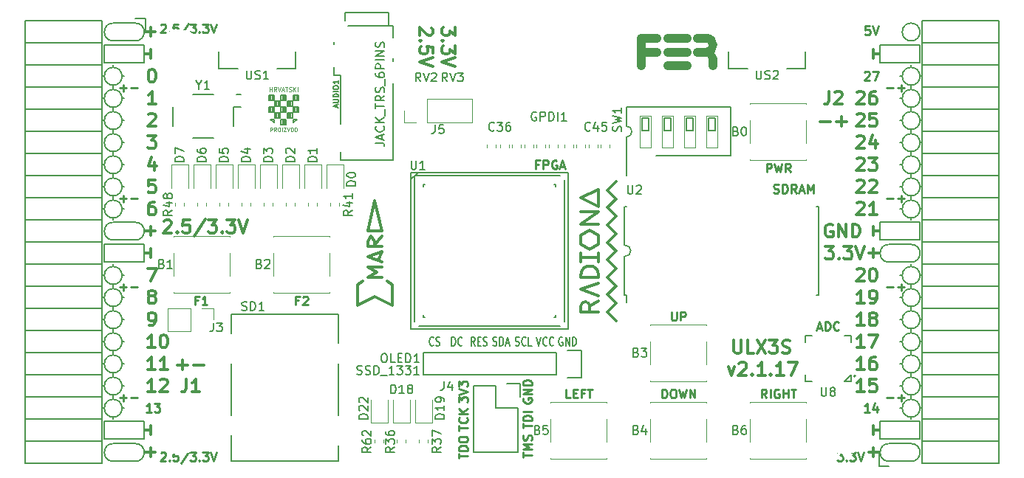
<source format=gto>
G04 #@! TF.GenerationSoftware,KiCad,Pcbnew,5.0.0+dfsg1-2*
G04 #@! TF.CreationDate,2018-09-17T11:55:29+02:00*
G04 #@! TF.ProjectId,ulx3s,756C7833732E6B696361645F70636200,rev?*
G04 #@! TF.SameCoordinates,Original*
G04 #@! TF.FileFunction,Legend,Top*
G04 #@! TF.FilePolarity,Positive*
%FSLAX46Y46*%
G04 Gerber Fmt 4.6, Leading zero omitted, Abs format (unit mm)*
G04 Created by KiCad (PCBNEW 5.0.0+dfsg1-2) date Mon Sep 17 11:55:29 2018*
%MOMM*%
%LPD*%
G01*
G04 APERTURE LIST*
%ADD10C,0.250000*%
%ADD11C,0.300000*%
%ADD12C,0.200000*%
%ADD13C,0.150000*%
%ADD14C,0.120000*%
%ADD15C,1.000000*%
%ADD16C,0.152400*%
%ADD17C,0.075000*%
%ADD18O,0.660000X1.300000*%
%ADD19R,0.660000X1.300000*%
%ADD20C,0.500000*%
%ADD21O,0.227000X0.608000*%
%ADD22O,0.608000X0.227000*%
%ADD23R,1.725000X1.725000*%
%ADD24O,0.400000X1.050000*%
%ADD25O,1.050000X0.400000*%
%ADD26R,1.050000X0.400000*%
%ADD27C,0.100000*%
%ADD28C,0.975000*%
%ADD29C,1.075000*%
%ADD30R,1.220000X2.540000*%
%ADD31R,1.900000X2.000000*%
%ADD32R,0.500000X1.450000*%
%ADD33R,2.000000X2.000000*%
%ADD34R,2.200000X1.700000*%
%ADD35R,2.900000X2.100000*%
%ADD36R,2.900000X2.300000*%
%ADD37R,2.900000X2.900000*%
%ADD38C,1.800000*%
%ADD39R,0.400000X2.000000*%
%ADD40C,2.100000*%
%ADD41R,0.800000X1.600000*%
%ADD42R,1.550000X1.000000*%
%ADD43R,1.550000X2.100000*%
%ADD44R,2.300000X1.900000*%
%ADD45R,1.827200X2.132000*%
%ADD46O,1.827200X2.132000*%
%ADD47O,1.827200X1.827200*%
%ADD48R,1.827200X1.827200*%
%ADD49C,5.600000*%
%ADD50R,1.800000X1.800000*%
%ADD51O,1.800000X1.800000*%
%ADD52R,1.395000X1.500000*%
%ADD53R,1.650000X1.400000*%
G04 APERTURE END LIST*
D10*
X116641666Y-93497571D02*
X116308333Y-93497571D01*
X116308333Y-94021380D02*
X116308333Y-93021380D01*
X116784523Y-93021380D01*
X117117857Y-93116619D02*
X117165476Y-93069000D01*
X117260714Y-93021380D01*
X117498809Y-93021380D01*
X117594047Y-93069000D01*
X117641666Y-93116619D01*
X117689285Y-93211857D01*
X117689285Y-93307095D01*
X117641666Y-93449952D01*
X117070238Y-94021380D01*
X117689285Y-94021380D01*
X105084666Y-93497571D02*
X104751333Y-93497571D01*
X104751333Y-94021380D02*
X104751333Y-93021380D01*
X105227523Y-93021380D01*
X106132285Y-94021380D02*
X105560857Y-94021380D01*
X105846571Y-94021380D02*
X105846571Y-93021380D01*
X105751333Y-93164238D01*
X105656095Y-93259476D01*
X105560857Y-93307095D01*
X170236666Y-104689380D02*
X169903333Y-104213190D01*
X169665238Y-104689380D02*
X169665238Y-103689380D01*
X170046190Y-103689380D01*
X170141428Y-103737000D01*
X170189047Y-103784619D01*
X170236666Y-103879857D01*
X170236666Y-104022714D01*
X170189047Y-104117952D01*
X170141428Y-104165571D01*
X170046190Y-104213190D01*
X169665238Y-104213190D01*
X170665238Y-104689380D02*
X170665238Y-103689380D01*
X171665238Y-103737000D02*
X171570000Y-103689380D01*
X171427142Y-103689380D01*
X171284285Y-103737000D01*
X171189047Y-103832238D01*
X171141428Y-103927476D01*
X171093809Y-104117952D01*
X171093809Y-104260809D01*
X171141428Y-104451285D01*
X171189047Y-104546523D01*
X171284285Y-104641761D01*
X171427142Y-104689380D01*
X171522380Y-104689380D01*
X171665238Y-104641761D01*
X171712857Y-104594142D01*
X171712857Y-104260809D01*
X171522380Y-104260809D01*
X172141428Y-104689380D02*
X172141428Y-103689380D01*
X172141428Y-104165571D02*
X172712857Y-104165571D01*
X172712857Y-104689380D02*
X172712857Y-103689380D01*
X173046190Y-103689380D02*
X173617619Y-103689380D01*
X173331904Y-104689380D02*
X173331904Y-103689380D01*
X159354285Y-94799380D02*
X159354285Y-95608904D01*
X159401904Y-95704142D01*
X159449523Y-95751761D01*
X159544761Y-95799380D01*
X159735238Y-95799380D01*
X159830476Y-95751761D01*
X159878095Y-95704142D01*
X159925714Y-95608904D01*
X159925714Y-94799380D01*
X160401904Y-95799380D02*
X160401904Y-94799380D01*
X160782857Y-94799380D01*
X160878095Y-94847000D01*
X160925714Y-94894619D01*
X160973333Y-94989857D01*
X160973333Y-95132714D01*
X160925714Y-95227952D01*
X160878095Y-95275571D01*
X160782857Y-95323190D01*
X160401904Y-95323190D01*
X158259047Y-104689380D02*
X158259047Y-103689380D01*
X158497142Y-103689380D01*
X158640000Y-103737000D01*
X158735238Y-103832238D01*
X158782857Y-103927476D01*
X158830476Y-104117952D01*
X158830476Y-104260809D01*
X158782857Y-104451285D01*
X158735238Y-104546523D01*
X158640000Y-104641761D01*
X158497142Y-104689380D01*
X158259047Y-104689380D01*
X159449523Y-103689380D02*
X159640000Y-103689380D01*
X159735238Y-103737000D01*
X159830476Y-103832238D01*
X159878095Y-104022714D01*
X159878095Y-104356047D01*
X159830476Y-104546523D01*
X159735238Y-104641761D01*
X159640000Y-104689380D01*
X159449523Y-104689380D01*
X159354285Y-104641761D01*
X159259047Y-104546523D01*
X159211428Y-104356047D01*
X159211428Y-104022714D01*
X159259047Y-103832238D01*
X159354285Y-103737000D01*
X159449523Y-103689380D01*
X160211428Y-103689380D02*
X160449523Y-104689380D01*
X160640000Y-103975095D01*
X160830476Y-104689380D01*
X161068571Y-103689380D01*
X161449523Y-104689380D02*
X161449523Y-103689380D01*
X162020952Y-104689380D01*
X162020952Y-103689380D01*
X147757619Y-104689380D02*
X147281428Y-104689380D01*
X147281428Y-103689380D01*
X148090952Y-104165571D02*
X148424285Y-104165571D01*
X148567142Y-104689380D02*
X148090952Y-104689380D01*
X148090952Y-103689380D01*
X148567142Y-103689380D01*
X149329047Y-104165571D02*
X148995714Y-104165571D01*
X148995714Y-104689380D02*
X148995714Y-103689380D01*
X149471904Y-103689380D01*
X149710000Y-103689380D02*
X150281428Y-103689380D01*
X149995714Y-104689380D02*
X149995714Y-103689380D01*
X170251666Y-78781380D02*
X170251666Y-77781380D01*
X170632619Y-77781380D01*
X170727857Y-77829000D01*
X170775476Y-77876619D01*
X170823095Y-77971857D01*
X170823095Y-78114714D01*
X170775476Y-78209952D01*
X170727857Y-78257571D01*
X170632619Y-78305190D01*
X170251666Y-78305190D01*
X171156428Y-77781380D02*
X171394523Y-78781380D01*
X171585000Y-78067095D01*
X171775476Y-78781380D01*
X172013571Y-77781380D01*
X172965952Y-78781380D02*
X172632619Y-78305190D01*
X172394523Y-78781380D02*
X172394523Y-77781380D01*
X172775476Y-77781380D01*
X172870714Y-77829000D01*
X172918333Y-77876619D01*
X172965952Y-77971857D01*
X172965952Y-78114714D01*
X172918333Y-78209952D01*
X172870714Y-78257571D01*
X172775476Y-78305190D01*
X172394523Y-78305190D01*
D11*
X134560428Y-62144714D02*
X134560428Y-63073285D01*
X133989000Y-62573285D01*
X133989000Y-62787571D01*
X133917571Y-62930428D01*
X133846142Y-63001857D01*
X133703285Y-63073285D01*
X133346142Y-63073285D01*
X133203285Y-63001857D01*
X133131857Y-62930428D01*
X133060428Y-62787571D01*
X133060428Y-62359000D01*
X133131857Y-62216142D01*
X133203285Y-62144714D01*
X133203285Y-63716142D02*
X133131857Y-63787571D01*
X133060428Y-63716142D01*
X133131857Y-63644714D01*
X133203285Y-63716142D01*
X133060428Y-63716142D01*
X134560428Y-64287571D02*
X134560428Y-65216142D01*
X133989000Y-64716142D01*
X133989000Y-64930428D01*
X133917571Y-65073285D01*
X133846142Y-65144714D01*
X133703285Y-65216142D01*
X133346142Y-65216142D01*
X133203285Y-65144714D01*
X133131857Y-65073285D01*
X133060428Y-64930428D01*
X133060428Y-64501857D01*
X133131857Y-64359000D01*
X133203285Y-64287571D01*
X134560428Y-65644714D02*
X133060428Y-66144714D01*
X134560428Y-66644714D01*
X131877571Y-62216142D02*
X131949000Y-62287571D01*
X132020428Y-62430428D01*
X132020428Y-62787571D01*
X131949000Y-62930428D01*
X131877571Y-63001857D01*
X131734714Y-63073285D01*
X131591857Y-63073285D01*
X131377571Y-63001857D01*
X130520428Y-62144714D01*
X130520428Y-63073285D01*
X130663285Y-63716142D02*
X130591857Y-63787571D01*
X130520428Y-63716142D01*
X130591857Y-63644714D01*
X130663285Y-63716142D01*
X130520428Y-63716142D01*
X132020428Y-65144714D02*
X132020428Y-64430428D01*
X131306142Y-64359000D01*
X131377571Y-64430428D01*
X131449000Y-64573285D01*
X131449000Y-64930428D01*
X131377571Y-65073285D01*
X131306142Y-65144714D01*
X131163285Y-65216142D01*
X130806142Y-65216142D01*
X130663285Y-65144714D01*
X130591857Y-65073285D01*
X130520428Y-64930428D01*
X130520428Y-64573285D01*
X130591857Y-64430428D01*
X130663285Y-64359000D01*
X132020428Y-65644714D02*
X130520428Y-66144714D01*
X132020428Y-66644714D01*
X102760000Y-100897142D02*
X103902857Y-100897142D01*
X103331428Y-101468571D02*
X103331428Y-100325714D01*
X104617142Y-100897142D02*
X105760000Y-100897142D01*
X165878428Y-101121571D02*
X166235571Y-102121571D01*
X166592714Y-101121571D01*
X167092714Y-100764428D02*
X167164142Y-100693000D01*
X167307000Y-100621571D01*
X167664142Y-100621571D01*
X167807000Y-100693000D01*
X167878428Y-100764428D01*
X167949857Y-100907285D01*
X167949857Y-101050142D01*
X167878428Y-101264428D01*
X167021285Y-102121571D01*
X167949857Y-102121571D01*
X168592714Y-101978714D02*
X168664142Y-102050142D01*
X168592714Y-102121571D01*
X168521285Y-102050142D01*
X168592714Y-101978714D01*
X168592714Y-102121571D01*
X170092714Y-102121571D02*
X169235571Y-102121571D01*
X169664142Y-102121571D02*
X169664142Y-100621571D01*
X169521285Y-100835857D01*
X169378428Y-100978714D01*
X169235571Y-101050142D01*
X170735571Y-101978714D02*
X170807000Y-102050142D01*
X170735571Y-102121571D01*
X170664142Y-102050142D01*
X170735571Y-101978714D01*
X170735571Y-102121571D01*
X172235571Y-102121571D02*
X171378428Y-102121571D01*
X171807000Y-102121571D02*
X171807000Y-100621571D01*
X171664142Y-100835857D01*
X171521285Y-100978714D01*
X171378428Y-101050142D01*
X172735571Y-100621571D02*
X173735571Y-100621571D01*
X173092714Y-102121571D01*
X182492000Y-87582000D02*
X182492000Y-88598000D01*
X181984000Y-88090000D02*
X183254000Y-88090000D01*
X182492000Y-110442000D02*
X182492000Y-111458000D01*
X183254000Y-110950000D02*
X181984000Y-110950000D01*
X99688000Y-110442000D02*
X99688000Y-111458000D01*
X98926000Y-110950000D02*
X100196000Y-110950000D01*
X99688000Y-62182000D02*
X99688000Y-63198000D01*
X98926000Y-62690000D02*
X100196000Y-62690000D01*
X99688000Y-85042000D02*
X99688000Y-86058000D01*
X98926000Y-85550000D02*
X100196000Y-85550000D01*
D12*
X97910000Y-63706000D02*
G75*
G03X97910000Y-61674000I0J1016000D01*
G01*
X184270000Y-109934000D02*
G75*
G03X184270000Y-111966000I0J-1016000D01*
G01*
X95370000Y-111966000D02*
X97910000Y-111966000D01*
X95370000Y-109934000D02*
X97910000Y-109934000D01*
X97910000Y-111966000D02*
G75*
G03X97910000Y-109934000I0J1016000D01*
G01*
X95370000Y-109934000D02*
G75*
G03X95370000Y-111966000I0J-1016000D01*
G01*
X95370000Y-61674000D02*
X97910000Y-61674000D01*
X95370000Y-63706000D02*
X97910000Y-63706000D01*
X95370000Y-61674000D02*
G75*
G03X95370000Y-63706000I0J-1016000D01*
G01*
X95370000Y-84534000D02*
X97910000Y-84534000D01*
X95370000Y-86566000D02*
X97910000Y-86566000D01*
X95370000Y-84534000D02*
G75*
G03X95370000Y-86566000I0J-1016000D01*
G01*
X97910000Y-86566000D02*
G75*
G03X97910000Y-84534000I0J1016000D01*
G01*
X187826000Y-62690000D02*
G75*
G03X187826000Y-62690000I-1016000J0D01*
G01*
X184270000Y-89106000D02*
X186810000Y-89106000D01*
X184270000Y-87074000D02*
X186810000Y-87074000D01*
X184270000Y-87074000D02*
G75*
G03X184270000Y-89106000I0J-1016000D01*
G01*
X186810000Y-89106000D02*
G75*
G03X186810000Y-87074000I0J1016000D01*
G01*
X186810000Y-111966000D02*
X184270000Y-111966000D01*
X186810000Y-109934000D02*
X184270000Y-109934000D01*
X186810000Y-111966000D02*
G75*
G03X186810000Y-109934000I0J1016000D01*
G01*
X94354000Y-66246000D02*
X94354000Y-64214000D01*
X98926000Y-66246000D02*
X94354000Y-66246000D01*
X98926000Y-64214000D02*
X98926000Y-66246000D01*
X94354000Y-64214000D02*
X98926000Y-64214000D01*
X94354000Y-87074000D02*
X98926000Y-87074000D01*
X94354000Y-89106000D02*
X94354000Y-87074000D01*
X98926000Y-89106000D02*
X94354000Y-89106000D01*
X98926000Y-87074000D02*
X98926000Y-89106000D01*
X94354000Y-109426000D02*
X98926000Y-109426000D01*
X94354000Y-107394000D02*
X94354000Y-109426000D01*
X98926000Y-107394000D02*
X94354000Y-107394000D01*
X98926000Y-109426000D02*
X98926000Y-107394000D01*
X183254000Y-109426000D02*
X187826000Y-109426000D01*
X183254000Y-107394000D02*
X183254000Y-109426000D01*
X187826000Y-107394000D02*
X187826000Y-109426000D01*
X183254000Y-107394000D02*
X187826000Y-107394000D01*
X183254000Y-66246000D02*
X187826000Y-66246000D01*
X183254000Y-64214000D02*
X183254000Y-66246000D01*
X187826000Y-64214000D02*
X183254000Y-64214000D01*
X187826000Y-66246000D02*
X187826000Y-64214000D01*
X183254000Y-84534000D02*
X187826000Y-84534000D01*
X183254000Y-86566000D02*
X183254000Y-84534000D01*
X187826000Y-86566000D02*
X183254000Y-86566000D01*
X187826000Y-84534000D02*
X187826000Y-86566000D01*
D10*
X96148000Y-69111428D02*
X96909904Y-69111428D01*
X96528952Y-69492380D02*
X96528952Y-68730476D01*
X97386095Y-69111428D02*
X98148000Y-69111428D01*
X96148000Y-81811428D02*
X96909904Y-81811428D01*
X96528952Y-82192380D02*
X96528952Y-81430476D01*
X97386095Y-81811428D02*
X98148000Y-81811428D01*
X96148000Y-91971428D02*
X96909904Y-91971428D01*
X96528952Y-92352380D02*
X96528952Y-91590476D01*
X97386095Y-91971428D02*
X98148000Y-91971428D01*
X96148000Y-104671428D02*
X96909904Y-104671428D01*
X96528952Y-105052380D02*
X96528952Y-104290476D01*
X97386095Y-104671428D02*
X98148000Y-104671428D01*
X184032000Y-104671428D02*
X184793904Y-104671428D01*
X185270095Y-104671428D02*
X186032000Y-104671428D01*
X185651047Y-105052380D02*
X185651047Y-104290476D01*
X184032000Y-91971428D02*
X184793904Y-91971428D01*
X185270095Y-91971428D02*
X186032000Y-91971428D01*
X185651047Y-92352380D02*
X185651047Y-91590476D01*
X184032000Y-81811428D02*
X184793904Y-81811428D01*
X185270095Y-81811428D02*
X186032000Y-81811428D01*
X185651047Y-82192380D02*
X185651047Y-81430476D01*
X184032000Y-69111428D02*
X184793904Y-69111428D01*
X185270095Y-69111428D02*
X186032000Y-69111428D01*
X185651047Y-69492380D02*
X185651047Y-68730476D01*
D11*
X176420000Y-72957142D02*
X177562857Y-72957142D01*
X178277142Y-72957142D02*
X179420000Y-72957142D01*
X178848571Y-73528571D02*
X178848571Y-72385714D01*
D12*
X187826000Y-67770000D02*
G75*
G03X187826000Y-67770000I-1016000J0D01*
G01*
X187826000Y-70310000D02*
G75*
G03X187826000Y-70310000I-1016000J0D01*
G01*
X187826000Y-72850000D02*
G75*
G03X187826000Y-72850000I-1016000J0D01*
G01*
X187826000Y-75390000D02*
G75*
G03X187826000Y-75390000I-1016000J0D01*
G01*
X187826000Y-77930000D02*
G75*
G03X187826000Y-77930000I-1016000J0D01*
G01*
X187826000Y-80470000D02*
G75*
G03X187826000Y-80470000I-1016000J0D01*
G01*
X187826000Y-83010000D02*
G75*
G03X187826000Y-83010000I-1016000J0D01*
G01*
X187826000Y-90630000D02*
G75*
G03X187826000Y-90630000I-1016000J0D01*
G01*
X187826000Y-93170000D02*
G75*
G03X187826000Y-93170000I-1016000J0D01*
G01*
X187826000Y-95710000D02*
G75*
G03X187826000Y-95710000I-1016000J0D01*
G01*
X187826000Y-98250000D02*
G75*
G03X187826000Y-98250000I-1016000J0D01*
G01*
X187826000Y-100790000D02*
G75*
G03X187826000Y-100790000I-1016000J0D01*
G01*
X187826000Y-103330000D02*
G75*
G03X187826000Y-103330000I-1016000J0D01*
G01*
X187826000Y-105870000D02*
G75*
G03X187826000Y-105870000I-1016000J0D01*
G01*
X96386000Y-105870000D02*
G75*
G03X96386000Y-105870000I-1016000J0D01*
G01*
X96386000Y-103330000D02*
G75*
G03X96386000Y-103330000I-1016000J0D01*
G01*
X96386000Y-100790000D02*
G75*
G03X96386000Y-100790000I-1016000J0D01*
G01*
X96386000Y-98250000D02*
G75*
G03X96386000Y-98250000I-1016000J0D01*
G01*
X96386000Y-95710000D02*
G75*
G03X96386000Y-95710000I-1016000J0D01*
G01*
X96386000Y-93170000D02*
G75*
G03X96386000Y-93170000I-1016000J0D01*
G01*
X96386000Y-90630000D02*
G75*
G03X96386000Y-90630000I-1016000J0D01*
G01*
X96386000Y-83010000D02*
G75*
G03X96386000Y-83010000I-1016000J0D01*
G01*
X96386000Y-80470000D02*
G75*
G03X96386000Y-80470000I-1016000J0D01*
G01*
X96386000Y-77930000D02*
G75*
G03X96386000Y-77930000I-1016000J0D01*
G01*
X96386000Y-75390000D02*
G75*
G03X96386000Y-75390000I-1016000J0D01*
G01*
X96386000Y-72850000D02*
G75*
G03X96386000Y-72850000I-1016000J0D01*
G01*
X96386000Y-70310000D02*
G75*
G03X96386000Y-70310000I-1016000J0D01*
G01*
X96386000Y-67770000D02*
G75*
G03X96386000Y-67770000I-1016000J0D01*
G01*
D11*
X177793142Y-84800000D02*
X177650285Y-84728571D01*
X177436000Y-84728571D01*
X177221714Y-84800000D01*
X177078857Y-84942857D01*
X177007428Y-85085714D01*
X176936000Y-85371428D01*
X176936000Y-85585714D01*
X177007428Y-85871428D01*
X177078857Y-86014285D01*
X177221714Y-86157142D01*
X177436000Y-86228571D01*
X177578857Y-86228571D01*
X177793142Y-86157142D01*
X177864571Y-86085714D01*
X177864571Y-85585714D01*
X177578857Y-85585714D01*
X178507428Y-86228571D02*
X178507428Y-84728571D01*
X179364571Y-86228571D01*
X179364571Y-84728571D01*
X180078857Y-86228571D02*
X180078857Y-84728571D01*
X180436000Y-84728571D01*
X180650285Y-84800000D01*
X180793142Y-84942857D01*
X180864571Y-85085714D01*
X180936000Y-85371428D01*
X180936000Y-85585714D01*
X180864571Y-85871428D01*
X180793142Y-86014285D01*
X180650285Y-86157142D01*
X180436000Y-86228571D01*
X180078857Y-86228571D01*
X182492000Y-86058000D02*
X182492000Y-85042000D01*
X183254000Y-85550000D02*
X182492000Y-85550000D01*
X182492000Y-107902000D02*
X182492000Y-108918000D01*
X182492000Y-108410000D02*
X183254000Y-108410000D01*
D10*
X182047523Y-106322380D02*
X181476095Y-106322380D01*
X181761809Y-106322380D02*
X181761809Y-105322380D01*
X181666571Y-105465238D01*
X181571333Y-105560476D01*
X181476095Y-105608095D01*
X182904666Y-105655714D02*
X182904666Y-106322380D01*
X182666571Y-105274761D02*
X182428476Y-105989047D01*
X183047523Y-105989047D01*
X181476095Y-67317619D02*
X181523714Y-67270000D01*
X181618952Y-67222380D01*
X181857047Y-67222380D01*
X181952285Y-67270000D01*
X181999904Y-67317619D01*
X182047523Y-67412857D01*
X182047523Y-67508095D01*
X181999904Y-67650952D01*
X181428476Y-68222380D01*
X182047523Y-68222380D01*
X182380857Y-67222380D02*
X183047523Y-67222380D01*
X182618952Y-68222380D01*
D11*
X182492000Y-64722000D02*
X182492000Y-65738000D01*
X182492000Y-65230000D02*
X183254000Y-65230000D01*
X99688000Y-107902000D02*
X99688000Y-108918000D01*
X98926000Y-108410000D02*
X99688000Y-108410000D01*
X99315000Y-74568571D02*
X100243571Y-74568571D01*
X99743571Y-75140000D01*
X99957857Y-75140000D01*
X100100714Y-75211428D01*
X100172142Y-75282857D01*
X100243571Y-75425714D01*
X100243571Y-75782857D01*
X100172142Y-75925714D01*
X100100714Y-75997142D01*
X99957857Y-76068571D01*
X99529285Y-76068571D01*
X99386428Y-75997142D01*
X99315000Y-75925714D01*
X100100714Y-77608571D02*
X100100714Y-78608571D01*
X99743571Y-77037142D02*
X99386428Y-78108571D01*
X100315000Y-78108571D01*
X100172142Y-79648571D02*
X99457857Y-79648571D01*
X99386428Y-80362857D01*
X99457857Y-80291428D01*
X99600714Y-80220000D01*
X99957857Y-80220000D01*
X100100714Y-80291428D01*
X100172142Y-80362857D01*
X100243571Y-80505714D01*
X100243571Y-80862857D01*
X100172142Y-81005714D01*
X100100714Y-81077142D01*
X99957857Y-81148571D01*
X99600714Y-81148571D01*
X99457857Y-81077142D01*
X99386428Y-81005714D01*
D10*
X99751523Y-106322380D02*
X99180095Y-106322380D01*
X99465809Y-106322380D02*
X99465809Y-105322380D01*
X99370571Y-105465238D01*
X99275333Y-105560476D01*
X99180095Y-105608095D01*
X100084857Y-105322380D02*
X100703904Y-105322380D01*
X100370571Y-105703333D01*
X100513428Y-105703333D01*
X100608666Y-105750952D01*
X100656285Y-105798571D01*
X100703904Y-105893809D01*
X100703904Y-106131904D01*
X100656285Y-106227142D01*
X100608666Y-106274761D01*
X100513428Y-106322380D01*
X100227714Y-106322380D01*
X100132476Y-106274761D01*
X100084857Y-106227142D01*
D11*
X99315000Y-89808571D02*
X100315000Y-89808571D01*
X99672142Y-91308571D01*
X99688000Y-87582000D02*
X99688000Y-88598000D01*
X98926000Y-88090000D02*
X99688000Y-88090000D01*
X99688000Y-64722000D02*
X99688000Y-65738000D01*
X98926000Y-65230000D02*
X99688000Y-65230000D01*
D10*
X100817976Y-61874619D02*
X100865595Y-61827000D01*
X100960833Y-61779380D01*
X101198928Y-61779380D01*
X101294166Y-61827000D01*
X101341785Y-61874619D01*
X101389404Y-61969857D01*
X101389404Y-62065095D01*
X101341785Y-62207952D01*
X100770357Y-62779380D01*
X101389404Y-62779380D01*
X101817976Y-62684142D02*
X101865595Y-62731761D01*
X101817976Y-62779380D01*
X101770357Y-62731761D01*
X101817976Y-62684142D01*
X101817976Y-62779380D01*
X102770357Y-61779380D02*
X102294166Y-61779380D01*
X102246547Y-62255571D01*
X102294166Y-62207952D01*
X102389404Y-62160333D01*
X102627500Y-62160333D01*
X102722738Y-62207952D01*
X102770357Y-62255571D01*
X102817976Y-62350809D01*
X102817976Y-62588904D01*
X102770357Y-62684142D01*
X102722738Y-62731761D01*
X102627500Y-62779380D01*
X102389404Y-62779380D01*
X102294166Y-62731761D01*
X102246547Y-62684142D01*
X103960833Y-61731761D02*
X103103690Y-63017476D01*
X104198928Y-61779380D02*
X104817976Y-61779380D01*
X104484642Y-62160333D01*
X104627500Y-62160333D01*
X104722738Y-62207952D01*
X104770357Y-62255571D01*
X104817976Y-62350809D01*
X104817976Y-62588904D01*
X104770357Y-62684142D01*
X104722738Y-62731761D01*
X104627500Y-62779380D01*
X104341785Y-62779380D01*
X104246547Y-62731761D01*
X104198928Y-62684142D01*
X105246547Y-62684142D02*
X105294166Y-62731761D01*
X105246547Y-62779380D01*
X105198928Y-62731761D01*
X105246547Y-62684142D01*
X105246547Y-62779380D01*
X105627500Y-61779380D02*
X106246547Y-61779380D01*
X105913214Y-62160333D01*
X106056071Y-62160333D01*
X106151309Y-62207952D01*
X106198928Y-62255571D01*
X106246547Y-62350809D01*
X106246547Y-62588904D01*
X106198928Y-62684142D01*
X106151309Y-62731761D01*
X106056071Y-62779380D01*
X105770357Y-62779380D01*
X105675119Y-62731761D01*
X105627500Y-62684142D01*
X106532261Y-61779380D02*
X106865595Y-62779380D01*
X107198928Y-61779380D01*
X178360261Y-110910380D02*
X178979309Y-110910380D01*
X178645976Y-111291333D01*
X178788833Y-111291333D01*
X178884071Y-111338952D01*
X178931690Y-111386571D01*
X178979309Y-111481809D01*
X178979309Y-111719904D01*
X178931690Y-111815142D01*
X178884071Y-111862761D01*
X178788833Y-111910380D01*
X178503119Y-111910380D01*
X178407880Y-111862761D01*
X178360261Y-111815142D01*
X179407880Y-111815142D02*
X179455500Y-111862761D01*
X179407880Y-111910380D01*
X179360261Y-111862761D01*
X179407880Y-111815142D01*
X179407880Y-111910380D01*
X179788833Y-110910380D02*
X180407880Y-110910380D01*
X180074547Y-111291333D01*
X180217404Y-111291333D01*
X180312642Y-111338952D01*
X180360261Y-111386571D01*
X180407880Y-111481809D01*
X180407880Y-111719904D01*
X180360261Y-111815142D01*
X180312642Y-111862761D01*
X180217404Y-111910380D01*
X179931690Y-111910380D01*
X179836452Y-111862761D01*
X179788833Y-111815142D01*
X180693595Y-110910380D02*
X181026928Y-111910380D01*
X181360261Y-110910380D01*
D11*
X101199714Y-84381428D02*
X101271142Y-84310000D01*
X101414000Y-84238571D01*
X101771142Y-84238571D01*
X101914000Y-84310000D01*
X101985428Y-84381428D01*
X102056857Y-84524285D01*
X102056857Y-84667142D01*
X101985428Y-84881428D01*
X101128285Y-85738571D01*
X102056857Y-85738571D01*
X102699714Y-85595714D02*
X102771142Y-85667142D01*
X102699714Y-85738571D01*
X102628285Y-85667142D01*
X102699714Y-85595714D01*
X102699714Y-85738571D01*
X104128285Y-84238571D02*
X103414000Y-84238571D01*
X103342571Y-84952857D01*
X103414000Y-84881428D01*
X103556857Y-84810000D01*
X103914000Y-84810000D01*
X104056857Y-84881428D01*
X104128285Y-84952857D01*
X104199714Y-85095714D01*
X104199714Y-85452857D01*
X104128285Y-85595714D01*
X104056857Y-85667142D01*
X103914000Y-85738571D01*
X103556857Y-85738571D01*
X103414000Y-85667142D01*
X103342571Y-85595714D01*
X105914000Y-84167142D02*
X104628285Y-86095714D01*
X106271142Y-84238571D02*
X107199714Y-84238571D01*
X106699714Y-84810000D01*
X106914000Y-84810000D01*
X107056857Y-84881428D01*
X107128285Y-84952857D01*
X107199714Y-85095714D01*
X107199714Y-85452857D01*
X107128285Y-85595714D01*
X107056857Y-85667142D01*
X106914000Y-85738571D01*
X106485428Y-85738571D01*
X106342571Y-85667142D01*
X106271142Y-85595714D01*
X107842571Y-85595714D02*
X107914000Y-85667142D01*
X107842571Y-85738571D01*
X107771142Y-85667142D01*
X107842571Y-85595714D01*
X107842571Y-85738571D01*
X108414000Y-84238571D02*
X109342571Y-84238571D01*
X108842571Y-84810000D01*
X109056857Y-84810000D01*
X109199714Y-84881428D01*
X109271142Y-84952857D01*
X109342571Y-85095714D01*
X109342571Y-85452857D01*
X109271142Y-85595714D01*
X109199714Y-85667142D01*
X109056857Y-85738571D01*
X108628285Y-85738571D01*
X108485428Y-85667142D01*
X108414000Y-85595714D01*
X109771142Y-84238571D02*
X110271142Y-85738571D01*
X110771142Y-84238571D01*
D10*
X100817976Y-111023619D02*
X100865595Y-110976000D01*
X100960833Y-110928380D01*
X101198928Y-110928380D01*
X101294166Y-110976000D01*
X101341785Y-111023619D01*
X101389404Y-111118857D01*
X101389404Y-111214095D01*
X101341785Y-111356952D01*
X100770357Y-111928380D01*
X101389404Y-111928380D01*
X101817976Y-111833142D02*
X101865595Y-111880761D01*
X101817976Y-111928380D01*
X101770357Y-111880761D01*
X101817976Y-111833142D01*
X101817976Y-111928380D01*
X102770357Y-110928380D02*
X102294166Y-110928380D01*
X102246547Y-111404571D01*
X102294166Y-111356952D01*
X102389404Y-111309333D01*
X102627500Y-111309333D01*
X102722738Y-111356952D01*
X102770357Y-111404571D01*
X102817976Y-111499809D01*
X102817976Y-111737904D01*
X102770357Y-111833142D01*
X102722738Y-111880761D01*
X102627500Y-111928380D01*
X102389404Y-111928380D01*
X102294166Y-111880761D01*
X102246547Y-111833142D01*
X103960833Y-110880761D02*
X103103690Y-112166476D01*
X104198928Y-110928380D02*
X104817976Y-110928380D01*
X104484642Y-111309333D01*
X104627500Y-111309333D01*
X104722738Y-111356952D01*
X104770357Y-111404571D01*
X104817976Y-111499809D01*
X104817976Y-111737904D01*
X104770357Y-111833142D01*
X104722738Y-111880761D01*
X104627500Y-111928380D01*
X104341785Y-111928380D01*
X104246547Y-111880761D01*
X104198928Y-111833142D01*
X105246547Y-111833142D02*
X105294166Y-111880761D01*
X105246547Y-111928380D01*
X105198928Y-111880761D01*
X105246547Y-111833142D01*
X105246547Y-111928380D01*
X105627500Y-110928380D02*
X106246547Y-110928380D01*
X105913214Y-111309333D01*
X106056071Y-111309333D01*
X106151309Y-111356952D01*
X106198928Y-111404571D01*
X106246547Y-111499809D01*
X106246547Y-111737904D01*
X106198928Y-111833142D01*
X106151309Y-111880761D01*
X106056071Y-111928380D01*
X105770357Y-111928380D01*
X105675119Y-111880761D01*
X105627500Y-111833142D01*
X106532261Y-110928380D02*
X106865595Y-111928380D01*
X107198928Y-110928380D01*
X182047523Y-62015380D02*
X181571333Y-62015380D01*
X181523714Y-62491571D01*
X181571333Y-62443952D01*
X181666571Y-62396333D01*
X181904666Y-62396333D01*
X181999904Y-62443952D01*
X182047523Y-62491571D01*
X182095142Y-62586809D01*
X182095142Y-62824904D01*
X182047523Y-62920142D01*
X181999904Y-62967761D01*
X181904666Y-63015380D01*
X181666571Y-63015380D01*
X181571333Y-62967761D01*
X181523714Y-62920142D01*
X182380857Y-62015380D02*
X182714190Y-63015380D01*
X183047523Y-62015380D01*
D11*
X180587142Y-69631428D02*
X180658571Y-69560000D01*
X180801428Y-69488571D01*
X181158571Y-69488571D01*
X181301428Y-69560000D01*
X181372857Y-69631428D01*
X181444285Y-69774285D01*
X181444285Y-69917142D01*
X181372857Y-70131428D01*
X180515714Y-70988571D01*
X181444285Y-70988571D01*
X182730000Y-69488571D02*
X182444285Y-69488571D01*
X182301428Y-69560000D01*
X182230000Y-69631428D01*
X182087142Y-69845714D01*
X182015714Y-70131428D01*
X182015714Y-70702857D01*
X182087142Y-70845714D01*
X182158571Y-70917142D01*
X182301428Y-70988571D01*
X182587142Y-70988571D01*
X182730000Y-70917142D01*
X182801428Y-70845714D01*
X182872857Y-70702857D01*
X182872857Y-70345714D01*
X182801428Y-70202857D01*
X182730000Y-70131428D01*
X182587142Y-70060000D01*
X182301428Y-70060000D01*
X182158571Y-70131428D01*
X182087142Y-70202857D01*
X182015714Y-70345714D01*
X180587142Y-72171428D02*
X180658571Y-72100000D01*
X180801428Y-72028571D01*
X181158571Y-72028571D01*
X181301428Y-72100000D01*
X181372857Y-72171428D01*
X181444285Y-72314285D01*
X181444285Y-72457142D01*
X181372857Y-72671428D01*
X180515714Y-73528571D01*
X181444285Y-73528571D01*
X182801428Y-72028571D02*
X182087142Y-72028571D01*
X182015714Y-72742857D01*
X182087142Y-72671428D01*
X182230000Y-72600000D01*
X182587142Y-72600000D01*
X182730000Y-72671428D01*
X182801428Y-72742857D01*
X182872857Y-72885714D01*
X182872857Y-73242857D01*
X182801428Y-73385714D01*
X182730000Y-73457142D01*
X182587142Y-73528571D01*
X182230000Y-73528571D01*
X182087142Y-73457142D01*
X182015714Y-73385714D01*
X180587142Y-74711428D02*
X180658571Y-74640000D01*
X180801428Y-74568571D01*
X181158571Y-74568571D01*
X181301428Y-74640000D01*
X181372857Y-74711428D01*
X181444285Y-74854285D01*
X181444285Y-74997142D01*
X181372857Y-75211428D01*
X180515714Y-76068571D01*
X181444285Y-76068571D01*
X182730000Y-75068571D02*
X182730000Y-76068571D01*
X182372857Y-74497142D02*
X182015714Y-75568571D01*
X182944285Y-75568571D01*
X180587142Y-77251428D02*
X180658571Y-77180000D01*
X180801428Y-77108571D01*
X181158571Y-77108571D01*
X181301428Y-77180000D01*
X181372857Y-77251428D01*
X181444285Y-77394285D01*
X181444285Y-77537142D01*
X181372857Y-77751428D01*
X180515714Y-78608571D01*
X181444285Y-78608571D01*
X181944285Y-77108571D02*
X182872857Y-77108571D01*
X182372857Y-77680000D01*
X182587142Y-77680000D01*
X182730000Y-77751428D01*
X182801428Y-77822857D01*
X182872857Y-77965714D01*
X182872857Y-78322857D01*
X182801428Y-78465714D01*
X182730000Y-78537142D01*
X182587142Y-78608571D01*
X182158571Y-78608571D01*
X182015714Y-78537142D01*
X181944285Y-78465714D01*
X180587142Y-79791428D02*
X180658571Y-79720000D01*
X180801428Y-79648571D01*
X181158571Y-79648571D01*
X181301428Y-79720000D01*
X181372857Y-79791428D01*
X181444285Y-79934285D01*
X181444285Y-80077142D01*
X181372857Y-80291428D01*
X180515714Y-81148571D01*
X181444285Y-81148571D01*
X182015714Y-79791428D02*
X182087142Y-79720000D01*
X182230000Y-79648571D01*
X182587142Y-79648571D01*
X182730000Y-79720000D01*
X182801428Y-79791428D01*
X182872857Y-79934285D01*
X182872857Y-80077142D01*
X182801428Y-80291428D01*
X181944285Y-81148571D01*
X182872857Y-81148571D01*
X180587142Y-82331428D02*
X180658571Y-82260000D01*
X180801428Y-82188571D01*
X181158571Y-82188571D01*
X181301428Y-82260000D01*
X181372857Y-82331428D01*
X181444285Y-82474285D01*
X181444285Y-82617142D01*
X181372857Y-82831428D01*
X180515714Y-83688571D01*
X181444285Y-83688571D01*
X182872857Y-83688571D02*
X182015714Y-83688571D01*
X182444285Y-83688571D02*
X182444285Y-82188571D01*
X182301428Y-82402857D01*
X182158571Y-82545714D01*
X182015714Y-82617142D01*
X176975714Y-87268571D02*
X177904285Y-87268571D01*
X177404285Y-87840000D01*
X177618571Y-87840000D01*
X177761428Y-87911428D01*
X177832857Y-87982857D01*
X177904285Y-88125714D01*
X177904285Y-88482857D01*
X177832857Y-88625714D01*
X177761428Y-88697142D01*
X177618571Y-88768571D01*
X177190000Y-88768571D01*
X177047142Y-88697142D01*
X176975714Y-88625714D01*
X178547142Y-88625714D02*
X178618571Y-88697142D01*
X178547142Y-88768571D01*
X178475714Y-88697142D01*
X178547142Y-88625714D01*
X178547142Y-88768571D01*
X179118571Y-87268571D02*
X180047142Y-87268571D01*
X179547142Y-87840000D01*
X179761428Y-87840000D01*
X179904285Y-87911428D01*
X179975714Y-87982857D01*
X180047142Y-88125714D01*
X180047142Y-88482857D01*
X179975714Y-88625714D01*
X179904285Y-88697142D01*
X179761428Y-88768571D01*
X179332857Y-88768571D01*
X179190000Y-88697142D01*
X179118571Y-88625714D01*
X180475714Y-87268571D02*
X180975714Y-88768571D01*
X181475714Y-87268571D01*
X180587142Y-89951428D02*
X180658571Y-89880000D01*
X180801428Y-89808571D01*
X181158571Y-89808571D01*
X181301428Y-89880000D01*
X181372857Y-89951428D01*
X181444285Y-90094285D01*
X181444285Y-90237142D01*
X181372857Y-90451428D01*
X180515714Y-91308571D01*
X181444285Y-91308571D01*
X182372857Y-89808571D02*
X182515714Y-89808571D01*
X182658571Y-89880000D01*
X182730000Y-89951428D01*
X182801428Y-90094285D01*
X182872857Y-90380000D01*
X182872857Y-90737142D01*
X182801428Y-91022857D01*
X182730000Y-91165714D01*
X182658571Y-91237142D01*
X182515714Y-91308571D01*
X182372857Y-91308571D01*
X182230000Y-91237142D01*
X182158571Y-91165714D01*
X182087142Y-91022857D01*
X182015714Y-90737142D01*
X182015714Y-90380000D01*
X182087142Y-90094285D01*
X182158571Y-89951428D01*
X182230000Y-89880000D01*
X182372857Y-89808571D01*
X181444285Y-93848571D02*
X180587142Y-93848571D01*
X181015714Y-93848571D02*
X181015714Y-92348571D01*
X180872857Y-92562857D01*
X180730000Y-92705714D01*
X180587142Y-92777142D01*
X182158571Y-93848571D02*
X182444285Y-93848571D01*
X182587142Y-93777142D01*
X182658571Y-93705714D01*
X182801428Y-93491428D01*
X182872857Y-93205714D01*
X182872857Y-92634285D01*
X182801428Y-92491428D01*
X182730000Y-92420000D01*
X182587142Y-92348571D01*
X182301428Y-92348571D01*
X182158571Y-92420000D01*
X182087142Y-92491428D01*
X182015714Y-92634285D01*
X182015714Y-92991428D01*
X182087142Y-93134285D01*
X182158571Y-93205714D01*
X182301428Y-93277142D01*
X182587142Y-93277142D01*
X182730000Y-93205714D01*
X182801428Y-93134285D01*
X182872857Y-92991428D01*
X181444285Y-96388571D02*
X180587142Y-96388571D01*
X181015714Y-96388571D02*
X181015714Y-94888571D01*
X180872857Y-95102857D01*
X180730000Y-95245714D01*
X180587142Y-95317142D01*
X182301428Y-95531428D02*
X182158571Y-95460000D01*
X182087142Y-95388571D01*
X182015714Y-95245714D01*
X182015714Y-95174285D01*
X182087142Y-95031428D01*
X182158571Y-94960000D01*
X182301428Y-94888571D01*
X182587142Y-94888571D01*
X182730000Y-94960000D01*
X182801428Y-95031428D01*
X182872857Y-95174285D01*
X182872857Y-95245714D01*
X182801428Y-95388571D01*
X182730000Y-95460000D01*
X182587142Y-95531428D01*
X182301428Y-95531428D01*
X182158571Y-95602857D01*
X182087142Y-95674285D01*
X182015714Y-95817142D01*
X182015714Y-96102857D01*
X182087142Y-96245714D01*
X182158571Y-96317142D01*
X182301428Y-96388571D01*
X182587142Y-96388571D01*
X182730000Y-96317142D01*
X182801428Y-96245714D01*
X182872857Y-96102857D01*
X182872857Y-95817142D01*
X182801428Y-95674285D01*
X182730000Y-95602857D01*
X182587142Y-95531428D01*
X181444285Y-98928571D02*
X180587142Y-98928571D01*
X181015714Y-98928571D02*
X181015714Y-97428571D01*
X180872857Y-97642857D01*
X180730000Y-97785714D01*
X180587142Y-97857142D01*
X181944285Y-97428571D02*
X182944285Y-97428571D01*
X182301428Y-98928571D01*
X181444285Y-101468571D02*
X180587142Y-101468571D01*
X181015714Y-101468571D02*
X181015714Y-99968571D01*
X180872857Y-100182857D01*
X180730000Y-100325714D01*
X180587142Y-100397142D01*
X182730000Y-99968571D02*
X182444285Y-99968571D01*
X182301428Y-100040000D01*
X182230000Y-100111428D01*
X182087142Y-100325714D01*
X182015714Y-100611428D01*
X182015714Y-101182857D01*
X182087142Y-101325714D01*
X182158571Y-101397142D01*
X182301428Y-101468571D01*
X182587142Y-101468571D01*
X182730000Y-101397142D01*
X182801428Y-101325714D01*
X182872857Y-101182857D01*
X182872857Y-100825714D01*
X182801428Y-100682857D01*
X182730000Y-100611428D01*
X182587142Y-100540000D01*
X182301428Y-100540000D01*
X182158571Y-100611428D01*
X182087142Y-100682857D01*
X182015714Y-100825714D01*
X181444285Y-104008571D02*
X180587142Y-104008571D01*
X181015714Y-104008571D02*
X181015714Y-102508571D01*
X180872857Y-102722857D01*
X180730000Y-102865714D01*
X180587142Y-102937142D01*
X182801428Y-102508571D02*
X182087142Y-102508571D01*
X182015714Y-103222857D01*
X182087142Y-103151428D01*
X182230000Y-103080000D01*
X182587142Y-103080000D01*
X182730000Y-103151428D01*
X182801428Y-103222857D01*
X182872857Y-103365714D01*
X182872857Y-103722857D01*
X182801428Y-103865714D01*
X182730000Y-103937142D01*
X182587142Y-104008571D01*
X182230000Y-104008571D01*
X182087142Y-103937142D01*
X182015714Y-103865714D01*
D12*
X186810000Y-66500000D02*
X186810000Y-66754000D01*
X187826000Y-67770000D02*
X188080000Y-67770000D01*
X185540000Y-67770000D02*
X185794000Y-67770000D01*
X186810000Y-69294000D02*
X186810000Y-68786000D01*
X187826000Y-70310000D02*
X188080000Y-70310000D01*
X185540000Y-70310000D02*
X185794000Y-70310000D01*
X186810000Y-71326000D02*
X186810000Y-71834000D01*
X187826000Y-72850000D02*
X188080000Y-72850000D01*
X185540000Y-72850000D02*
X185794000Y-72850000D01*
X186810000Y-73866000D02*
X186810000Y-74374000D01*
X187826000Y-75390000D02*
X188080000Y-75390000D01*
X185540000Y-75390000D02*
X185794000Y-75390000D01*
X186810000Y-76406000D02*
X186810000Y-76914000D01*
X187826000Y-77930000D02*
X188080000Y-77930000D01*
X185540000Y-77930000D02*
X185794000Y-77930000D01*
X186810000Y-79454000D02*
X186810000Y-78946000D01*
X187826000Y-80470000D02*
X188080000Y-80470000D01*
X185540000Y-80470000D02*
X185794000Y-80470000D01*
X186810000Y-81994000D02*
X186810000Y-81486000D01*
X187826000Y-83010000D02*
X188080000Y-83010000D01*
X185540000Y-83010000D02*
X185794000Y-83010000D01*
X186810000Y-84026000D02*
X186810000Y-84280000D01*
X186810000Y-89360000D02*
X186810000Y-89614000D01*
X187826000Y-90630000D02*
X188080000Y-90630000D01*
X185540000Y-90630000D02*
X185794000Y-90630000D01*
X186810000Y-91646000D02*
X186810000Y-92154000D01*
X187826000Y-93170000D02*
X188080000Y-93170000D01*
X185540000Y-93170000D02*
X185794000Y-93170000D01*
X186810000Y-94186000D02*
X186810000Y-94694000D01*
X187826000Y-95710000D02*
X188080000Y-95710000D01*
X185540000Y-95710000D02*
X185794000Y-95710000D01*
X186810000Y-97234000D02*
X186810000Y-96726000D01*
X187826000Y-98250000D02*
X188080000Y-98250000D01*
X185540000Y-98250000D02*
X185794000Y-98250000D01*
X187826000Y-100790000D02*
X188080000Y-100790000D01*
X185540000Y-100790000D02*
X185794000Y-100790000D01*
X186810000Y-99266000D02*
X186810000Y-99774000D01*
X186810000Y-102314000D02*
X186810000Y-101806000D01*
X187826000Y-103330000D02*
X188080000Y-103330000D01*
X185540000Y-103330000D02*
X185794000Y-103330000D01*
X186810000Y-104346000D02*
X186810000Y-104854000D01*
X185540000Y-105870000D02*
X185794000Y-105870000D01*
X187826000Y-105870000D02*
X188080000Y-105870000D01*
X186810000Y-106886000D02*
X186810000Y-107140000D01*
X95370000Y-66754000D02*
X95370000Y-66500000D01*
X96386000Y-67770000D02*
X96640000Y-67770000D01*
X94100000Y-67770000D02*
X94354000Y-67770000D01*
X95370000Y-68786000D02*
X95370000Y-69294000D01*
X96386000Y-70310000D02*
X96640000Y-70310000D01*
X94100000Y-70310000D02*
X94354000Y-70310000D01*
X95370000Y-71326000D02*
X95370000Y-71834000D01*
X96386000Y-72850000D02*
X96640000Y-72850000D01*
X94100000Y-72850000D02*
X94354000Y-72850000D01*
X95370000Y-73866000D02*
X95370000Y-74374000D01*
X96386000Y-75390000D02*
X96640000Y-75390000D01*
X95370000Y-76406000D02*
X95370000Y-76914000D01*
X96386000Y-77930000D02*
X96640000Y-77930000D01*
X94100000Y-77930000D02*
X94354000Y-77930000D01*
X95370000Y-79454000D02*
X95370000Y-78946000D01*
X96386000Y-80470000D02*
X96640000Y-80470000D01*
X94100000Y-80470000D02*
X94354000Y-80470000D01*
X95370000Y-81486000D02*
X95370000Y-81994000D01*
X96386000Y-83010000D02*
X96640000Y-83010000D01*
X95370000Y-84026000D02*
X95370000Y-84280000D01*
X94100000Y-83010000D02*
X94354000Y-83010000D01*
X95370000Y-106886000D02*
X95370000Y-107140000D01*
X95370000Y-89360000D02*
X95370000Y-89614000D01*
X96386000Y-93170000D02*
X96640000Y-93170000D01*
X94100000Y-93170000D02*
X94354000Y-93170000D01*
X95370000Y-94186000D02*
X95370000Y-94694000D01*
X94100000Y-90630000D02*
X94354000Y-90630000D01*
X96386000Y-90630000D02*
X96640000Y-90630000D01*
X95370000Y-92154000D02*
X95370000Y-91646000D01*
X96386000Y-95710000D02*
X96640000Y-95710000D01*
X94100000Y-95710000D02*
X94354000Y-95710000D01*
X96386000Y-98250000D02*
X96640000Y-98250000D01*
X94354000Y-98250000D02*
X94100000Y-98250000D01*
X95370000Y-96726000D02*
X95370000Y-97234000D01*
X95370000Y-99266000D02*
X95370000Y-99774000D01*
X94100000Y-100790000D02*
X94354000Y-100790000D01*
X96386000Y-100790000D02*
X96640000Y-100790000D01*
X94100000Y-103330000D02*
X94354000Y-103330000D01*
X96386000Y-103330000D02*
X96640000Y-103330000D01*
X95370000Y-101806000D02*
X95370000Y-102314000D01*
X95370000Y-104346000D02*
X95370000Y-104854000D01*
X96386000Y-105870000D02*
X96640000Y-105870000D01*
X94100000Y-105870000D02*
X94354000Y-105870000D01*
D11*
X100164285Y-104008571D02*
X99307142Y-104008571D01*
X99735714Y-104008571D02*
X99735714Y-102508571D01*
X99592857Y-102722857D01*
X99450000Y-102865714D01*
X99307142Y-102937142D01*
X100735714Y-102651428D02*
X100807142Y-102580000D01*
X100950000Y-102508571D01*
X101307142Y-102508571D01*
X101450000Y-102580000D01*
X101521428Y-102651428D01*
X101592857Y-102794285D01*
X101592857Y-102937142D01*
X101521428Y-103151428D01*
X100664285Y-104008571D01*
X101592857Y-104008571D01*
X100164285Y-101468571D02*
X99307142Y-101468571D01*
X99735714Y-101468571D02*
X99735714Y-99968571D01*
X99592857Y-100182857D01*
X99450000Y-100325714D01*
X99307142Y-100397142D01*
X101592857Y-101468571D02*
X100735714Y-101468571D01*
X101164285Y-101468571D02*
X101164285Y-99968571D01*
X101021428Y-100182857D01*
X100878571Y-100325714D01*
X100735714Y-100397142D01*
X100164285Y-98928571D02*
X99307142Y-98928571D01*
X99735714Y-98928571D02*
X99735714Y-97428571D01*
X99592857Y-97642857D01*
X99450000Y-97785714D01*
X99307142Y-97857142D01*
X101092857Y-97428571D02*
X101235714Y-97428571D01*
X101378571Y-97500000D01*
X101450000Y-97571428D01*
X101521428Y-97714285D01*
X101592857Y-98000000D01*
X101592857Y-98357142D01*
X101521428Y-98642857D01*
X101450000Y-98785714D01*
X101378571Y-98857142D01*
X101235714Y-98928571D01*
X101092857Y-98928571D01*
X100950000Y-98857142D01*
X100878571Y-98785714D01*
X100807142Y-98642857D01*
X100735714Y-98357142D01*
X100735714Y-98000000D01*
X100807142Y-97714285D01*
X100878571Y-97571428D01*
X100950000Y-97500000D01*
X101092857Y-97428571D01*
X99529285Y-96388571D02*
X99815000Y-96388571D01*
X99957857Y-96317142D01*
X100029285Y-96245714D01*
X100172142Y-96031428D01*
X100243571Y-95745714D01*
X100243571Y-95174285D01*
X100172142Y-95031428D01*
X100100714Y-94960000D01*
X99957857Y-94888571D01*
X99672142Y-94888571D01*
X99529285Y-94960000D01*
X99457857Y-95031428D01*
X99386428Y-95174285D01*
X99386428Y-95531428D01*
X99457857Y-95674285D01*
X99529285Y-95745714D01*
X99672142Y-95817142D01*
X99957857Y-95817142D01*
X100100714Y-95745714D01*
X100172142Y-95674285D01*
X100243571Y-95531428D01*
X99672142Y-92991428D02*
X99529285Y-92920000D01*
X99457857Y-92848571D01*
X99386428Y-92705714D01*
X99386428Y-92634285D01*
X99457857Y-92491428D01*
X99529285Y-92420000D01*
X99672142Y-92348571D01*
X99957857Y-92348571D01*
X100100714Y-92420000D01*
X100172142Y-92491428D01*
X100243571Y-92634285D01*
X100243571Y-92705714D01*
X100172142Y-92848571D01*
X100100714Y-92920000D01*
X99957857Y-92991428D01*
X99672142Y-92991428D01*
X99529285Y-93062857D01*
X99457857Y-93134285D01*
X99386428Y-93277142D01*
X99386428Y-93562857D01*
X99457857Y-93705714D01*
X99529285Y-93777142D01*
X99672142Y-93848571D01*
X99957857Y-93848571D01*
X100100714Y-93777142D01*
X100172142Y-93705714D01*
X100243571Y-93562857D01*
X100243571Y-93277142D01*
X100172142Y-93134285D01*
X100100714Y-93062857D01*
X99957857Y-92991428D01*
X100100714Y-82188571D02*
X99815000Y-82188571D01*
X99672142Y-82260000D01*
X99600714Y-82331428D01*
X99457857Y-82545714D01*
X99386428Y-82831428D01*
X99386428Y-83402857D01*
X99457857Y-83545714D01*
X99529285Y-83617142D01*
X99672142Y-83688571D01*
X99957857Y-83688571D01*
X100100714Y-83617142D01*
X100172142Y-83545714D01*
X100243571Y-83402857D01*
X100243571Y-83045714D01*
X100172142Y-82902857D01*
X100100714Y-82831428D01*
X99957857Y-82760000D01*
X99672142Y-82760000D01*
X99529285Y-82831428D01*
X99457857Y-82902857D01*
X99386428Y-83045714D01*
X99386428Y-72171428D02*
X99457857Y-72100000D01*
X99600714Y-72028571D01*
X99957857Y-72028571D01*
X100100714Y-72100000D01*
X100172142Y-72171428D01*
X100243571Y-72314285D01*
X100243571Y-72457142D01*
X100172142Y-72671428D01*
X99315000Y-73528571D01*
X100243571Y-73528571D01*
X100243571Y-70988571D02*
X99386428Y-70988571D01*
X99815000Y-70988571D02*
X99815000Y-69488571D01*
X99672142Y-69702857D01*
X99529285Y-69845714D01*
X99386428Y-69917142D01*
X99743571Y-66948571D02*
X99886428Y-66948571D01*
X100029285Y-67020000D01*
X100100714Y-67091428D01*
X100172142Y-67234285D01*
X100243571Y-67520000D01*
X100243571Y-67877142D01*
X100172142Y-68162857D01*
X100100714Y-68305714D01*
X100029285Y-68377142D01*
X99886428Y-68448571D01*
X99743571Y-68448571D01*
X99600714Y-68377142D01*
X99529285Y-68305714D01*
X99457857Y-68162857D01*
X99386428Y-67877142D01*
X99386428Y-67520000D01*
X99457857Y-67234285D01*
X99529285Y-67091428D01*
X99600714Y-67020000D01*
X99743571Y-66948571D01*
X166501428Y-98081571D02*
X166501428Y-99295857D01*
X166572857Y-99438714D01*
X166644285Y-99510142D01*
X166787142Y-99581571D01*
X167072857Y-99581571D01*
X167215714Y-99510142D01*
X167287142Y-99438714D01*
X167358571Y-99295857D01*
X167358571Y-98081571D01*
X168787142Y-99581571D02*
X168072857Y-99581571D01*
X168072857Y-98081571D01*
X169144285Y-98081571D02*
X170144285Y-99581571D01*
X170144285Y-98081571D02*
X169144285Y-99581571D01*
X170572857Y-98081571D02*
X171501428Y-98081571D01*
X171001428Y-98653000D01*
X171215714Y-98653000D01*
X171358571Y-98724428D01*
X171430000Y-98795857D01*
X171501428Y-98938714D01*
X171501428Y-99295857D01*
X171430000Y-99438714D01*
X171358571Y-99510142D01*
X171215714Y-99581571D01*
X170787142Y-99581571D01*
X170644285Y-99510142D01*
X170572857Y-99438714D01*
X172072857Y-99510142D02*
X172287142Y-99581571D01*
X172644285Y-99581571D01*
X172787142Y-99510142D01*
X172858571Y-99438714D01*
X172930000Y-99295857D01*
X172930000Y-99153000D01*
X172858571Y-99010142D01*
X172787142Y-98938714D01*
X172644285Y-98867285D01*
X172358571Y-98795857D01*
X172215714Y-98724428D01*
X172144285Y-98653000D01*
X172072857Y-98510142D01*
X172072857Y-98367285D01*
X172144285Y-98224428D01*
X172215714Y-98153000D01*
X172358571Y-98081571D01*
X172715714Y-98081571D01*
X172930000Y-98153000D01*
D10*
X144137285Y-77876571D02*
X143803952Y-77876571D01*
X143803952Y-78400380D02*
X143803952Y-77400380D01*
X144280142Y-77400380D01*
X144661095Y-78400380D02*
X144661095Y-77400380D01*
X145042047Y-77400380D01*
X145137285Y-77448000D01*
X145184904Y-77495619D01*
X145232523Y-77590857D01*
X145232523Y-77733714D01*
X145184904Y-77828952D01*
X145137285Y-77876571D01*
X145042047Y-77924190D01*
X144661095Y-77924190D01*
X146184904Y-77448000D02*
X146089666Y-77400380D01*
X145946809Y-77400380D01*
X145803952Y-77448000D01*
X145708714Y-77543238D01*
X145661095Y-77638476D01*
X145613476Y-77828952D01*
X145613476Y-77971809D01*
X145661095Y-78162285D01*
X145708714Y-78257523D01*
X145803952Y-78352761D01*
X145946809Y-78400380D01*
X146042047Y-78400380D01*
X146184904Y-78352761D01*
X146232523Y-78305142D01*
X146232523Y-77971809D01*
X146042047Y-77971809D01*
X146613476Y-78114666D02*
X147089666Y-78114666D01*
X146518238Y-78400380D02*
X146851571Y-77400380D01*
X147184904Y-78400380D01*
X171062285Y-81128761D02*
X171205142Y-81176380D01*
X171443238Y-81176380D01*
X171538476Y-81128761D01*
X171586095Y-81081142D01*
X171633714Y-80985904D01*
X171633714Y-80890666D01*
X171586095Y-80795428D01*
X171538476Y-80747809D01*
X171443238Y-80700190D01*
X171252761Y-80652571D01*
X171157523Y-80604952D01*
X171109904Y-80557333D01*
X171062285Y-80462095D01*
X171062285Y-80366857D01*
X171109904Y-80271619D01*
X171157523Y-80224000D01*
X171252761Y-80176380D01*
X171490857Y-80176380D01*
X171633714Y-80224000D01*
X172062285Y-81176380D02*
X172062285Y-80176380D01*
X172300380Y-80176380D01*
X172443238Y-80224000D01*
X172538476Y-80319238D01*
X172586095Y-80414476D01*
X172633714Y-80604952D01*
X172633714Y-80747809D01*
X172586095Y-80938285D01*
X172538476Y-81033523D01*
X172443238Y-81128761D01*
X172300380Y-81176380D01*
X172062285Y-81176380D01*
X173633714Y-81176380D02*
X173300380Y-80700190D01*
X173062285Y-81176380D02*
X173062285Y-80176380D01*
X173443238Y-80176380D01*
X173538476Y-80224000D01*
X173586095Y-80271619D01*
X173633714Y-80366857D01*
X173633714Y-80509714D01*
X173586095Y-80604952D01*
X173538476Y-80652571D01*
X173443238Y-80700190D01*
X173062285Y-80700190D01*
X174014666Y-80890666D02*
X174490857Y-80890666D01*
X173919428Y-81176380D02*
X174252761Y-80176380D01*
X174586095Y-81176380D01*
X174919428Y-81176380D02*
X174919428Y-80176380D01*
X175252761Y-80890666D01*
X175586095Y-80176380D01*
X175586095Y-81176380D01*
X176061904Y-96656666D02*
X176538095Y-96656666D01*
X175966666Y-96942380D02*
X176300000Y-95942380D01*
X176633333Y-96942380D01*
X176966666Y-96942380D02*
X176966666Y-95942380D01*
X177204761Y-95942380D01*
X177347619Y-95990000D01*
X177442857Y-96085238D01*
X177490476Y-96180476D01*
X177538095Y-96370952D01*
X177538095Y-96513809D01*
X177490476Y-96704285D01*
X177442857Y-96799523D01*
X177347619Y-96894761D01*
X177204761Y-96942380D01*
X176966666Y-96942380D01*
X178538095Y-96847142D02*
X178490476Y-96894761D01*
X178347619Y-96942380D01*
X178252380Y-96942380D01*
X178109523Y-96894761D01*
X178014285Y-96799523D01*
X177966666Y-96704285D01*
X177919047Y-96513809D01*
X177919047Y-96370952D01*
X177966666Y-96180476D01*
X178014285Y-96085238D01*
X178109523Y-95990000D01*
X178252380Y-95942380D01*
X178347619Y-95942380D01*
X178490476Y-95990000D01*
X178538095Y-96037619D01*
X142335380Y-111521333D02*
X142335380Y-110949904D01*
X143335380Y-111235619D02*
X142335380Y-111235619D01*
X143335380Y-110616571D02*
X142335380Y-110616571D01*
X143049666Y-110283238D01*
X142335380Y-109949904D01*
X143335380Y-109949904D01*
X143287761Y-109521333D02*
X143335380Y-109378476D01*
X143335380Y-109140380D01*
X143287761Y-109045142D01*
X143240142Y-108997523D01*
X143144904Y-108949904D01*
X143049666Y-108949904D01*
X142954428Y-108997523D01*
X142906809Y-109045142D01*
X142859190Y-109140380D01*
X142811571Y-109330857D01*
X142763952Y-109426095D01*
X142716333Y-109473714D01*
X142621095Y-109521333D01*
X142525857Y-109521333D01*
X142430619Y-109473714D01*
X142383000Y-109426095D01*
X142335380Y-109330857D01*
X142335380Y-109092761D01*
X142383000Y-108949904D01*
X142335380Y-108163809D02*
X142335380Y-107592380D01*
X143335380Y-107878095D02*
X142335380Y-107878095D01*
X143335380Y-107259047D02*
X142335380Y-107259047D01*
X142335380Y-107020952D01*
X142383000Y-106878095D01*
X142478238Y-106782857D01*
X142573476Y-106735238D01*
X142763952Y-106687619D01*
X142906809Y-106687619D01*
X143097285Y-106735238D01*
X143192523Y-106782857D01*
X143287761Y-106878095D01*
X143335380Y-107020952D01*
X143335380Y-107259047D01*
X143335380Y-106259047D02*
X142335380Y-106259047D01*
X142383000Y-104726904D02*
X142335380Y-104822142D01*
X142335380Y-104965000D01*
X142383000Y-105107857D01*
X142478238Y-105203095D01*
X142573476Y-105250714D01*
X142763952Y-105298333D01*
X142906809Y-105298333D01*
X143097285Y-105250714D01*
X143192523Y-105203095D01*
X143287761Y-105107857D01*
X143335380Y-104965000D01*
X143335380Y-104869761D01*
X143287761Y-104726904D01*
X143240142Y-104679285D01*
X142906809Y-104679285D01*
X142906809Y-104869761D01*
X143335380Y-104250714D02*
X142335380Y-104250714D01*
X143335380Y-103679285D01*
X142335380Y-103679285D01*
X143335380Y-103203095D02*
X142335380Y-103203095D01*
X142335380Y-102965000D01*
X142383000Y-102822142D01*
X142478238Y-102726904D01*
X142573476Y-102679285D01*
X142763952Y-102631666D01*
X142906809Y-102631666D01*
X143097285Y-102679285D01*
X143192523Y-102726904D01*
X143287761Y-102822142D01*
X143335380Y-102965000D01*
X143335380Y-103203095D01*
X134969380Y-111624523D02*
X134969380Y-111053095D01*
X135969380Y-111338809D02*
X134969380Y-111338809D01*
X135969380Y-110719761D02*
X134969380Y-110719761D01*
X134969380Y-110481666D01*
X135017000Y-110338809D01*
X135112238Y-110243571D01*
X135207476Y-110195952D01*
X135397952Y-110148333D01*
X135540809Y-110148333D01*
X135731285Y-110195952D01*
X135826523Y-110243571D01*
X135921761Y-110338809D01*
X135969380Y-110481666D01*
X135969380Y-110719761D01*
X134969380Y-109529285D02*
X134969380Y-109338809D01*
X135017000Y-109243571D01*
X135112238Y-109148333D01*
X135302714Y-109100714D01*
X135636047Y-109100714D01*
X135826523Y-109148333D01*
X135921761Y-109243571D01*
X135969380Y-109338809D01*
X135969380Y-109529285D01*
X135921761Y-109624523D01*
X135826523Y-109719761D01*
X135636047Y-109767380D01*
X135302714Y-109767380D01*
X135112238Y-109719761D01*
X135017000Y-109624523D01*
X134969380Y-109529285D01*
X134969380Y-108425714D02*
X134969380Y-107854285D01*
X135969380Y-108140000D02*
X134969380Y-108140000D01*
X135874142Y-106949523D02*
X135921761Y-106997142D01*
X135969380Y-107140000D01*
X135969380Y-107235238D01*
X135921761Y-107378095D01*
X135826523Y-107473333D01*
X135731285Y-107520952D01*
X135540809Y-107568571D01*
X135397952Y-107568571D01*
X135207476Y-107520952D01*
X135112238Y-107473333D01*
X135017000Y-107378095D01*
X134969380Y-107235238D01*
X134969380Y-107140000D01*
X135017000Y-106997142D01*
X135064619Y-106949523D01*
X135969380Y-106520952D02*
X134969380Y-106520952D01*
X135969380Y-105949523D02*
X135397952Y-106378095D01*
X134969380Y-105949523D02*
X135540809Y-106520952D01*
X134969380Y-105203095D02*
X134969380Y-104584047D01*
X135350333Y-104917380D01*
X135350333Y-104774523D01*
X135397952Y-104679285D01*
X135445571Y-104631666D01*
X135540809Y-104584047D01*
X135778904Y-104584047D01*
X135874142Y-104631666D01*
X135921761Y-104679285D01*
X135969380Y-104774523D01*
X135969380Y-105060238D01*
X135921761Y-105155476D01*
X135874142Y-105203095D01*
X134969380Y-104298333D02*
X135969380Y-103965000D01*
X134969380Y-103631666D01*
X134969380Y-103393571D02*
X134969380Y-102774523D01*
X135350333Y-103107857D01*
X135350333Y-102965000D01*
X135397952Y-102869761D01*
X135445571Y-102822142D01*
X135540809Y-102774523D01*
X135778904Y-102774523D01*
X135874142Y-102822142D01*
X135921761Y-102869761D01*
X135969380Y-102965000D01*
X135969380Y-103250714D01*
X135921761Y-103345952D01*
X135874142Y-103393571D01*
D13*
G04 #@! TO.C,U2*
X176193000Y-92880000D02*
X175993000Y-92880000D01*
X176193000Y-82720000D02*
X175993000Y-82720000D01*
X154193000Y-92880000D02*
X154193000Y-93700000D01*
X153993000Y-92880000D02*
X154193000Y-92880000D01*
X153993000Y-82720000D02*
X154193000Y-82720000D01*
X176203000Y-82720000D02*
X176203000Y-92880000D01*
X153983000Y-92880000D02*
X153983000Y-88435000D01*
X154044000Y-87165000D02*
G75*
G02X154044000Y-88435000I0J-635000D01*
G01*
X153983000Y-87165000D02*
X153983000Y-82720000D01*
G04 #@! TO.C,U1*
X129880000Y-79200000D02*
X146580000Y-79200000D01*
X147080000Y-79700000D02*
X147080000Y-95900000D01*
X146580000Y-96400000D02*
X130380000Y-96400000D01*
X129880000Y-95900000D02*
X129880000Y-79200000D01*
X129480000Y-78800000D02*
X147480000Y-78800000D01*
X147480000Y-78800000D02*
X147480000Y-96800000D01*
X147480000Y-96800000D02*
X129480000Y-96800000D01*
X129480000Y-96800000D02*
X129480000Y-78800000D01*
X130280000Y-78800000D02*
X129480000Y-79600000D01*
X130880000Y-95200000D02*
X130880000Y-95400000D01*
X130880000Y-95400000D02*
X131080000Y-95400000D01*
X145880000Y-95400000D02*
X146080000Y-95400000D01*
X146080000Y-95400000D02*
X146080000Y-95200000D01*
X145880000Y-80200000D02*
X146080000Y-80200000D01*
X146080000Y-80200000D02*
X146080000Y-80400000D01*
X130880000Y-80400000D02*
X130880000Y-80200000D01*
X130880000Y-80200000D02*
X131080000Y-80200000D01*
G04 #@! TO.C,U8*
X179910000Y-102030000D02*
X179160000Y-102780000D01*
X174660000Y-102780000D02*
X175410000Y-102780000D01*
X174660000Y-97530000D02*
X175410000Y-97530000D01*
X179910000Y-97530000D02*
X179160000Y-97530000D01*
X179910000Y-102780000D02*
X179910000Y-102030000D01*
X174660000Y-97530000D02*
X174660000Y-98280000D01*
X179910000Y-97530000D02*
X179910000Y-98280000D01*
X174660000Y-102780000D02*
X174660000Y-102030000D01*
X179910000Y-102780000D02*
X179160000Y-102780000D01*
X180434600Y-102187000D02*
G75*
G03X180434600Y-102187000I-101600J0D01*
G01*
D14*
G04 #@! TO.C,C37*
X152268000Y-75933779D02*
X152268000Y-75608221D01*
X151248000Y-75933779D02*
X151248000Y-75608221D01*
G04 #@! TO.C,C36*
X150871000Y-75933779D02*
X150871000Y-75608221D01*
X149851000Y-75933779D02*
X149851000Y-75608221D01*
G04 #@! TO.C,C41*
X149474000Y-75933779D02*
X149474000Y-75608221D01*
X148454000Y-75933779D02*
X148454000Y-75608221D01*
G04 #@! TO.C,C45*
X148077000Y-75921779D02*
X148077000Y-75596221D01*
X147057000Y-75921779D02*
X147057000Y-75596221D01*
G04 #@! TO.C,C40*
X146299000Y-75933779D02*
X146299000Y-75608221D01*
X145279000Y-75933779D02*
X145279000Y-75608221D01*
G04 #@! TO.C,C44*
X144902000Y-75933779D02*
X144902000Y-75608221D01*
X143882000Y-75933779D02*
X143882000Y-75608221D01*
G04 #@! TO.C,C39*
X143505000Y-75933779D02*
X143505000Y-75608221D01*
X142485000Y-75933779D02*
X142485000Y-75608221D01*
G04 #@! TO.C,C43*
X142108000Y-75933779D02*
X142108000Y-75608221D01*
X141088000Y-75933779D02*
X141088000Y-75608221D01*
G04 #@! TO.C,C38*
X140711000Y-75933779D02*
X140711000Y-75608221D01*
X139691000Y-75933779D02*
X139691000Y-75608221D01*
G04 #@! TO.C,C42*
X139252800Y-75926379D02*
X139252800Y-75600821D01*
X138232800Y-75926379D02*
X138232800Y-75600821D01*
G04 #@! TO.C,R37*
X131440000Y-109842779D02*
X131440000Y-109517221D01*
X130420000Y-109842779D02*
X130420000Y-109517221D01*
G04 #@! TO.C,R36*
X127880000Y-109517221D02*
X127880000Y-109842779D01*
X128900000Y-109517221D02*
X128900000Y-109842779D01*
G04 #@! TO.C,R62*
X125340000Y-109517221D02*
X125340000Y-109842779D01*
X126360000Y-109517221D02*
X126360000Y-109842779D01*
G04 #@! TO.C,D19*
X131890000Y-107555000D02*
X131890000Y-104870000D01*
X129970000Y-107555000D02*
X131890000Y-107555000D01*
X129970000Y-104870000D02*
X129970000Y-107555000D01*
G04 #@! TO.C,D18*
X129350000Y-107555000D02*
X129350000Y-104870000D01*
X127430000Y-107555000D02*
X129350000Y-107555000D01*
X127430000Y-104870000D02*
X127430000Y-107555000D01*
G04 #@! TO.C,D22*
X126810000Y-107555000D02*
X126810000Y-104870000D01*
X124890000Y-107555000D02*
X126810000Y-107555000D01*
X124890000Y-104870000D02*
X124890000Y-107555000D01*
G04 #@! TO.C,R41*
X121280000Y-82664779D02*
X121280000Y-82339221D01*
X120260000Y-82664779D02*
X120260000Y-82339221D01*
G04 #@! TO.C,D0*
X119810000Y-77914000D02*
X119810000Y-80599000D01*
X121730000Y-77914000D02*
X119810000Y-77914000D01*
X121730000Y-80599000D02*
X121730000Y-77914000D01*
G04 #@! TO.C,R42*
X118740000Y-82664779D02*
X118740000Y-82339221D01*
X117720000Y-82664779D02*
X117720000Y-82339221D01*
G04 #@! TO.C,D1*
X117270000Y-77914000D02*
X117270000Y-80599000D01*
X119190000Y-77914000D02*
X117270000Y-77914000D01*
X119190000Y-80599000D02*
X119190000Y-77914000D01*
G04 #@! TO.C,R43*
X116200000Y-82664779D02*
X116200000Y-82339221D01*
X115180000Y-82664779D02*
X115180000Y-82339221D01*
G04 #@! TO.C,D2*
X114730000Y-77914000D02*
X114730000Y-80599000D01*
X116650000Y-77914000D02*
X114730000Y-77914000D01*
X116650000Y-80599000D02*
X116650000Y-77914000D01*
G04 #@! TO.C,R44*
X113660000Y-82664779D02*
X113660000Y-82339221D01*
X112640000Y-82664779D02*
X112640000Y-82339221D01*
G04 #@! TO.C,D3*
X112190000Y-77914000D02*
X112190000Y-80599000D01*
X114110000Y-77914000D02*
X112190000Y-77914000D01*
X114110000Y-80599000D02*
X114110000Y-77914000D01*
G04 #@! TO.C,R45*
X111120000Y-82664779D02*
X111120000Y-82339221D01*
X110100000Y-82664779D02*
X110100000Y-82339221D01*
G04 #@! TO.C,D4*
X109650000Y-77914000D02*
X109650000Y-80599000D01*
X111570000Y-77914000D02*
X109650000Y-77914000D01*
X111570000Y-80599000D02*
X111570000Y-77914000D01*
G04 #@! TO.C,R46*
X108580000Y-82664779D02*
X108580000Y-82339221D01*
X107560000Y-82664779D02*
X107560000Y-82339221D01*
G04 #@! TO.C,D5*
X107110000Y-77914000D02*
X107110000Y-80599000D01*
X109030000Y-77914000D02*
X107110000Y-77914000D01*
X109030000Y-80599000D02*
X109030000Y-77914000D01*
G04 #@! TO.C,R47*
X106040000Y-82664779D02*
X106040000Y-82339221D01*
X105020000Y-82664779D02*
X105020000Y-82339221D01*
G04 #@! TO.C,D6*
X104585000Y-77914000D02*
X104585000Y-80599000D01*
X106505000Y-77914000D02*
X104585000Y-77914000D01*
X106505000Y-80599000D02*
X106505000Y-77914000D01*
G04 #@! TO.C,R48*
X103500000Y-82664779D02*
X103500000Y-82339221D01*
X102480000Y-82664779D02*
X102480000Y-82339221D01*
G04 #@! TO.C,D7*
X102030000Y-77914000D02*
X102030000Y-80599000D01*
X103950000Y-77914000D02*
X102030000Y-77914000D01*
X103950000Y-80599000D02*
X103950000Y-77914000D01*
G04 #@! TO.C,SW1*
X163315000Y-72310000D02*
X163315000Y-75930000D01*
X164585000Y-72310000D02*
X163315000Y-72310000D01*
X164585000Y-75930000D02*
X164585000Y-72310000D01*
X163315000Y-75930000D02*
X164585000Y-75930000D01*
X160775000Y-72310000D02*
X160775000Y-75930000D01*
X162045000Y-72310000D02*
X160775000Y-72310000D01*
X162045000Y-75930000D02*
X162045000Y-72310000D01*
X160775000Y-75930000D02*
X162045000Y-75930000D01*
X158235000Y-72310000D02*
X158235000Y-75930000D01*
X159505000Y-72310000D02*
X158235000Y-72310000D01*
X159505000Y-75930000D02*
X159505000Y-72310000D01*
X158235000Y-75930000D02*
X159505000Y-75930000D01*
X155695000Y-72310000D02*
X155695000Y-75930000D01*
X156965000Y-72310000D02*
X155695000Y-72310000D01*
X156965000Y-75930000D02*
X156965000Y-72310000D01*
X155695000Y-75930000D02*
X156965000Y-75930000D01*
D13*
X154171000Y-73485000D02*
X154171000Y-71326000D01*
X154171000Y-71326000D02*
X166109000Y-71326000D01*
X166109000Y-71326000D02*
X166109000Y-76914000D01*
X166109000Y-76914000D02*
X157600000Y-76914000D01*
X154171000Y-74755000D02*
X154171000Y-79200000D01*
X155949000Y-73993000D02*
X156711000Y-73993000D01*
X156711000Y-73993000D02*
X156711000Y-72596000D01*
X156711000Y-72596000D02*
X155949000Y-72596000D01*
X155949000Y-72596000D02*
X155949000Y-73993000D01*
X158489000Y-73993000D02*
X159251000Y-73993000D01*
X159251000Y-73993000D02*
X159251000Y-72596000D01*
X159251000Y-72596000D02*
X158489000Y-72596000D01*
X158489000Y-72596000D02*
X158489000Y-73993000D01*
X161029000Y-73993000D02*
X161791000Y-73993000D01*
X161791000Y-73993000D02*
X161791000Y-72596000D01*
X161791000Y-72596000D02*
X161029000Y-72596000D01*
X161029000Y-72596000D02*
X161029000Y-73993000D01*
X163569000Y-73993000D02*
X164331000Y-73993000D01*
X164331000Y-73993000D02*
X164331000Y-72596000D01*
X164331000Y-72596000D02*
X163569000Y-72596000D01*
X163569000Y-72596000D02*
X163569000Y-73993000D01*
X154171000Y-73485000D02*
G75*
G02X154171000Y-74755000I0J-635000D01*
G01*
G04 #@! TO.C,US1*
X107480000Y-66925000D02*
X107480000Y-64975000D01*
X109630000Y-66925000D02*
X107480000Y-66925000D01*
X116280000Y-66925000D02*
X114130000Y-66925000D01*
X116280000Y-64925000D02*
X116280000Y-66925000D01*
G04 #@! TO.C,AUDIO1*
X121968000Y-60418000D02*
X121968000Y-61418000D01*
X126968000Y-60418000D02*
X121968000Y-60418000D01*
X126968000Y-62018000D02*
X126968000Y-60418000D01*
X127468000Y-62018000D02*
X122268000Y-62018000D01*
X120668000Y-64118000D02*
X120668000Y-63818000D01*
X120668000Y-67618000D02*
X120668000Y-66718000D01*
X121468000Y-67618000D02*
X120668000Y-67618000D01*
X121468000Y-73218000D02*
X121468000Y-67618000D01*
X121468000Y-77418000D02*
X121468000Y-76418000D01*
X121468000Y-77418000D02*
X127468000Y-77418000D01*
X127468000Y-68618000D02*
X127468000Y-77418000D01*
X127468000Y-65718000D02*
X127468000Y-66018000D01*
X127468000Y-62018000D02*
X127468000Y-63318000D01*
G04 #@! TO.C,SD1*
X108900000Y-95100000D02*
X108900000Y-97250000D01*
X121200000Y-95100000D02*
X108900000Y-95100000D01*
X121200000Y-98350000D02*
X121200000Y-95100000D01*
X121200000Y-106650000D02*
X121200000Y-100750000D01*
X108900000Y-100750000D02*
X108900000Y-106650000D01*
X121200000Y-111900000D02*
X121200000Y-110150000D01*
X108900000Y-111900000D02*
X121200000Y-111900000D01*
X108900000Y-109000000D02*
X108900000Y-111900000D01*
G04 #@! TO.C,Y1*
X109472000Y-69860000D02*
X110022000Y-69860000D01*
X109172000Y-73460000D02*
X109172000Y-71260000D01*
X106872000Y-69860000D02*
X104472000Y-69860000D01*
X109172000Y-71260000D02*
X110022000Y-71260000D01*
X106872000Y-74860000D02*
X104472000Y-74860000D01*
X102172000Y-71260000D02*
X102172000Y-73460000D01*
G04 #@! TO.C,OLED1*
X146170000Y-99520000D02*
X130930000Y-99520000D01*
X130930000Y-99520000D02*
X130930000Y-102060000D01*
X130930000Y-102060000D02*
X146170000Y-102060000D01*
X148990000Y-99240000D02*
X147440000Y-99240000D01*
X146170000Y-99520000D02*
X146170000Y-102060000D01*
X147440000Y-102340000D02*
X148990000Y-102340000D01*
X148990000Y-102340000D02*
X148990000Y-99240000D01*
D15*
G04 #@! TO.C,fer*
X164101000Y-65994000D02*
X164101000Y-66594000D01*
X164101000Y-65794000D02*
G75*
G03X163301000Y-64994000I-800000J0D01*
G01*
X163301000Y-64994000D02*
G75*
G03X163301000Y-63394000I0J800000D01*
G01*
X162301000Y-64994000D02*
X163301000Y-64994000D01*
X162301000Y-63394000D02*
X163301000Y-63394000D01*
X155901000Y-63394000D02*
X155901000Y-66594000D01*
X158901000Y-66594000D02*
X161101000Y-66594000D01*
X158901000Y-64994000D02*
X161101000Y-64994000D01*
X158901000Y-63394000D02*
X161101000Y-63394000D01*
X155901000Y-63394000D02*
X157701000Y-63394000D01*
X155901000Y-64994000D02*
X157701000Y-64994000D01*
D13*
G04 #@! TO.C,J1*
X85270000Y-112220000D02*
X94100000Y-112220000D01*
X85270000Y-109680000D02*
X85270000Y-112220000D01*
X94100000Y-109680000D02*
X94100000Y-112220000D01*
X94100000Y-112220000D02*
X85270000Y-112220000D01*
X94100000Y-109680000D02*
X85270000Y-109680000D01*
X94100000Y-107140000D02*
X94100000Y-109680000D01*
X85270000Y-107140000D02*
X85270000Y-109680000D01*
X85270000Y-109680000D02*
X94100000Y-109680000D01*
X85270000Y-91900000D02*
X94100000Y-91900000D01*
X85270000Y-89360000D02*
X85270000Y-91900000D01*
X94100000Y-89360000D02*
X94100000Y-91900000D01*
X94100000Y-91900000D02*
X85270000Y-91900000D01*
X94100000Y-94440000D02*
X85270000Y-94440000D01*
X94100000Y-91900000D02*
X94100000Y-94440000D01*
X85270000Y-91900000D02*
X85270000Y-94440000D01*
X85270000Y-94440000D02*
X94100000Y-94440000D01*
X85270000Y-107140000D02*
X94100000Y-107140000D01*
X85270000Y-104600000D02*
X85270000Y-107140000D01*
X94100000Y-104600000D02*
X94100000Y-107140000D01*
X94100000Y-107140000D02*
X85270000Y-107140000D01*
X94100000Y-104600000D02*
X85270000Y-104600000D01*
X94100000Y-102060000D02*
X94100000Y-104600000D01*
X85270000Y-102060000D02*
X85270000Y-104600000D01*
X85270000Y-104600000D02*
X94100000Y-104600000D01*
X85270000Y-102060000D02*
X94100000Y-102060000D01*
X85270000Y-99520000D02*
X85270000Y-102060000D01*
X94100000Y-99520000D02*
X94100000Y-102060000D01*
X94100000Y-102060000D02*
X85270000Y-102060000D01*
X94100000Y-99520000D02*
X85270000Y-99520000D01*
X94100000Y-96980000D02*
X94100000Y-99520000D01*
X85270000Y-96980000D02*
X85270000Y-99520000D01*
X85270000Y-99520000D02*
X94100000Y-99520000D01*
X85270000Y-96980000D02*
X94100000Y-96980000D01*
X85270000Y-94440000D02*
X85270000Y-96980000D01*
X94100000Y-94440000D02*
X94100000Y-96980000D01*
X94100000Y-96980000D02*
X85270000Y-96980000D01*
X94100000Y-79200000D02*
X85270000Y-79200000D01*
X94100000Y-76660000D02*
X94100000Y-79200000D01*
X85270000Y-76660000D02*
X85270000Y-79200000D01*
X85270000Y-79200000D02*
X94100000Y-79200000D01*
X85270000Y-81740000D02*
X94100000Y-81740000D01*
X85270000Y-79200000D02*
X85270000Y-81740000D01*
X94100000Y-79200000D02*
X94100000Y-81740000D01*
X94100000Y-81740000D02*
X85270000Y-81740000D01*
X94100000Y-84280000D02*
X85270000Y-84280000D01*
X94100000Y-81740000D02*
X94100000Y-84280000D01*
X85270000Y-81740000D02*
X85270000Y-84280000D01*
X85270000Y-84280000D02*
X94100000Y-84280000D01*
X85270000Y-86820000D02*
X94100000Y-86820000D01*
X85270000Y-84280000D02*
X85270000Y-86820000D01*
X94100000Y-84280000D02*
X94100000Y-86820000D01*
X94100000Y-86820000D02*
X85270000Y-86820000D01*
X94100000Y-89360000D02*
X85270000Y-89360000D01*
X94100000Y-86820000D02*
X94100000Y-89360000D01*
X85270000Y-86820000D02*
X85270000Y-89360000D01*
X85270000Y-89360000D02*
X94100000Y-89360000D01*
X85270000Y-76660000D02*
X94100000Y-76660000D01*
X85270000Y-74120000D02*
X85270000Y-76660000D01*
X94100000Y-74120000D02*
X94100000Y-76660000D01*
X94100000Y-76660000D02*
X85270000Y-76660000D01*
X94100000Y-74120000D02*
X85270000Y-74120000D01*
X94100000Y-71580000D02*
X94100000Y-74120000D01*
X85270000Y-71580000D02*
X85270000Y-74120000D01*
X85270000Y-74120000D02*
X94100000Y-74120000D01*
X85270000Y-71580000D02*
X94100000Y-71580000D01*
X85270000Y-69040000D02*
X85270000Y-71580000D01*
X94100000Y-69040000D02*
X94100000Y-71580000D01*
X94100000Y-71580000D02*
X85270000Y-71580000D01*
X94100000Y-69040000D02*
X85270000Y-69040000D01*
X94100000Y-66500000D02*
X94100000Y-69040000D01*
X85270000Y-66500000D02*
X85270000Y-69040000D01*
X85270000Y-69040000D02*
X94100000Y-69040000D01*
X85270000Y-66500000D02*
X94100000Y-66500000D01*
X85270000Y-63960000D02*
X85270000Y-66500000D01*
X94100000Y-63960000D02*
X94100000Y-66500000D01*
X94100000Y-66500000D02*
X85270000Y-66500000D01*
X94100000Y-63960000D02*
X85270000Y-63960000D01*
X94100000Y-61420000D02*
X94100000Y-63960000D01*
X99060000Y-62690000D02*
X99060000Y-61140000D01*
X99060000Y-61140000D02*
X97910000Y-61140000D01*
X94100000Y-61420000D02*
X85270000Y-61420000D01*
X85270000Y-61420000D02*
X85270000Y-63960000D01*
X85270000Y-63960000D02*
X94100000Y-63960000D01*
G04 #@! TO.C,J2*
X196910000Y-61420000D02*
X188080000Y-61420000D01*
X196910000Y-63960000D02*
X196910000Y-61420000D01*
X188080000Y-63960000D02*
X188080000Y-61420000D01*
X188080000Y-61420000D02*
X196910000Y-61420000D01*
X188080000Y-63960000D02*
X196910000Y-63960000D01*
X188080000Y-66500000D02*
X188080000Y-63960000D01*
X196910000Y-66500000D02*
X196910000Y-63960000D01*
X196910000Y-63960000D02*
X188080000Y-63960000D01*
X196910000Y-81740000D02*
X188080000Y-81740000D01*
X196910000Y-84280000D02*
X196910000Y-81740000D01*
X188080000Y-84280000D02*
X188080000Y-81740000D01*
X188080000Y-81740000D02*
X196910000Y-81740000D01*
X188080000Y-79200000D02*
X196910000Y-79200000D01*
X188080000Y-81740000D02*
X188080000Y-79200000D01*
X196910000Y-81740000D02*
X196910000Y-79200000D01*
X196910000Y-79200000D02*
X188080000Y-79200000D01*
X196910000Y-66500000D02*
X188080000Y-66500000D01*
X196910000Y-69040000D02*
X196910000Y-66500000D01*
X188080000Y-69040000D02*
X188080000Y-66500000D01*
X188080000Y-66500000D02*
X196910000Y-66500000D01*
X188080000Y-69040000D02*
X196910000Y-69040000D01*
X188080000Y-71580000D02*
X188080000Y-69040000D01*
X196910000Y-71580000D02*
X196910000Y-69040000D01*
X196910000Y-69040000D02*
X188080000Y-69040000D01*
X196910000Y-71580000D02*
X188080000Y-71580000D01*
X196910000Y-74120000D02*
X196910000Y-71580000D01*
X188080000Y-74120000D02*
X188080000Y-71580000D01*
X188080000Y-71580000D02*
X196910000Y-71580000D01*
X188080000Y-74120000D02*
X196910000Y-74120000D01*
X188080000Y-76660000D02*
X188080000Y-74120000D01*
X196910000Y-76660000D02*
X196910000Y-74120000D01*
X196910000Y-74120000D02*
X188080000Y-74120000D01*
X196910000Y-76660000D02*
X188080000Y-76660000D01*
X196910000Y-79200000D02*
X196910000Y-76660000D01*
X188080000Y-79200000D02*
X188080000Y-76660000D01*
X188080000Y-76660000D02*
X196910000Y-76660000D01*
X188080000Y-94440000D02*
X196910000Y-94440000D01*
X188080000Y-96980000D02*
X188080000Y-94440000D01*
X196910000Y-96980000D02*
X196910000Y-94440000D01*
X196910000Y-94440000D02*
X188080000Y-94440000D01*
X196910000Y-91900000D02*
X188080000Y-91900000D01*
X196910000Y-94440000D02*
X196910000Y-91900000D01*
X188080000Y-94440000D02*
X188080000Y-91900000D01*
X188080000Y-91900000D02*
X196910000Y-91900000D01*
X188080000Y-89360000D02*
X196910000Y-89360000D01*
X188080000Y-91900000D02*
X188080000Y-89360000D01*
X196910000Y-91900000D02*
X196910000Y-89360000D01*
X196910000Y-89360000D02*
X188080000Y-89360000D01*
X196910000Y-86820000D02*
X188080000Y-86820000D01*
X196910000Y-89360000D02*
X196910000Y-86820000D01*
X188080000Y-89360000D02*
X188080000Y-86820000D01*
X188080000Y-86820000D02*
X196910000Y-86820000D01*
X188080000Y-84280000D02*
X196910000Y-84280000D01*
X188080000Y-86820000D02*
X188080000Y-84280000D01*
X196910000Y-86820000D02*
X196910000Y-84280000D01*
X196910000Y-84280000D02*
X188080000Y-84280000D01*
X196910000Y-96980000D02*
X188080000Y-96980000D01*
X196910000Y-99520000D02*
X196910000Y-96980000D01*
X188080000Y-99520000D02*
X188080000Y-96980000D01*
X188080000Y-96980000D02*
X196910000Y-96980000D01*
X188080000Y-99520000D02*
X196910000Y-99520000D01*
X188080000Y-102060000D02*
X188080000Y-99520000D01*
X196910000Y-102060000D02*
X196910000Y-99520000D01*
X196910000Y-99520000D02*
X188080000Y-99520000D01*
X196910000Y-102060000D02*
X188080000Y-102060000D01*
X196910000Y-104600000D02*
X196910000Y-102060000D01*
X188080000Y-104600000D02*
X188080000Y-102060000D01*
X188080000Y-102060000D02*
X196910000Y-102060000D01*
X188080000Y-104600000D02*
X196910000Y-104600000D01*
X188080000Y-107140000D02*
X188080000Y-104600000D01*
X196910000Y-107140000D02*
X196910000Y-104600000D01*
X196910000Y-104600000D02*
X188080000Y-104600000D01*
X196910000Y-107140000D02*
X188080000Y-107140000D01*
X196910000Y-109680000D02*
X196910000Y-107140000D01*
X188080000Y-109680000D02*
X188080000Y-107140000D01*
X188080000Y-107140000D02*
X196910000Y-107140000D01*
X188080000Y-109680000D02*
X196910000Y-109680000D01*
X188080000Y-112220000D02*
X188080000Y-109680000D01*
X183120000Y-110950000D02*
X183120000Y-112500000D01*
X183120000Y-112500000D02*
X184270000Y-112500000D01*
X188080000Y-112220000D02*
X196910000Y-112220000D01*
X196910000Y-112220000D02*
X196910000Y-109680000D01*
X196910000Y-109680000D02*
X188080000Y-109680000D01*
G04 #@! TO.C,J4*
X141725000Y-110950000D02*
X141725000Y-105870000D01*
X142005000Y-103050000D02*
X142005000Y-104600000D01*
X139185000Y-103330000D02*
X139185000Y-105870000D01*
X139185000Y-105870000D02*
X141725000Y-105870000D01*
X141725000Y-110950000D02*
X136645000Y-110950000D01*
X136645000Y-110950000D02*
X136645000Y-105870000D01*
X142005000Y-103050000D02*
X140455000Y-103050000D01*
X136645000Y-103330000D02*
X139185000Y-103330000D01*
X136645000Y-105870000D02*
X136645000Y-103330000D01*
D11*
G04 #@! TO.C,radiona*
X149980000Y-94836000D02*
X149980000Y-94136000D01*
X148980000Y-94836000D02*
X148980000Y-94136000D01*
X151980000Y-80836000D02*
X152980000Y-79836000D01*
X152980000Y-81836000D02*
X151980000Y-80836000D01*
X151980000Y-82836000D02*
X152980000Y-81836000D01*
X152980000Y-83836000D02*
X151980000Y-82836000D01*
X151980000Y-84836000D02*
X152980000Y-83836000D01*
X152980000Y-85836000D02*
X151980000Y-84836000D01*
X151980000Y-86836000D02*
X152980000Y-85836000D01*
X152980000Y-87836000D02*
X151980000Y-86836000D01*
X151980000Y-88836000D02*
X152980000Y-87836000D01*
X152980000Y-89836000D02*
X151980000Y-88836000D01*
X151980000Y-90836000D02*
X152980000Y-89836000D01*
X152980000Y-91836000D02*
X151980000Y-90836000D01*
X151980000Y-92836000D02*
X152980000Y-91836000D01*
X152980000Y-93836000D02*
X151980000Y-92836000D01*
X151980000Y-94836000D02*
X152980000Y-93836000D01*
X152980000Y-95836000D02*
X151980000Y-94836000D01*
X150980000Y-90836000D02*
X150980000Y-90536000D01*
X148980000Y-90836000D02*
X148980000Y-90536000D01*
X148980000Y-89036000D02*
X148980000Y-88036000D01*
X150980000Y-89036000D02*
X150980000Y-88036000D01*
X150980000Y-83336000D02*
X148980000Y-83336000D01*
X148980000Y-84736000D02*
X150980000Y-83336000D01*
X149980000Y-94136000D02*
X150980000Y-93536000D01*
X149980000Y-85436000D02*
X150980000Y-86036000D01*
X148980000Y-86036000D02*
X149980000Y-85436000D01*
X149980000Y-87636000D02*
X148980000Y-87036000D01*
X150980000Y-87036000D02*
X149980000Y-87636000D01*
X148980000Y-86036000D02*
X148980000Y-87036000D01*
X150980000Y-87036000D02*
X150980000Y-86036000D01*
X150980000Y-80736000D02*
X150980000Y-82736000D01*
X148980000Y-81736000D02*
X150980000Y-80736000D01*
X150980000Y-82736000D02*
X148980000Y-81736000D01*
X150980000Y-84736000D02*
X148980000Y-84736000D01*
X148980000Y-88536000D02*
X150980000Y-88536000D01*
X150980000Y-90536000D02*
G75*
G03X148980000Y-90536000I-1000000J0D01*
G01*
X150980000Y-90836000D02*
X148980000Y-90836000D01*
X148980000Y-92236000D02*
X150980000Y-91536000D01*
X150980000Y-92936000D02*
X148980000Y-92236000D01*
X149980000Y-94136000D02*
G75*
G03X148980000Y-94136000I-500000J0D01*
G01*
X150980000Y-94836000D02*
X148980000Y-94836000D01*
G04 #@! TO.C,REF\002A\002A*
X124542000Y-89689000D02*
X126142000Y-89689000D01*
X125542000Y-90289000D02*
X124542000Y-89689000D01*
X124542000Y-90889000D02*
X125542000Y-90289000D01*
X126142000Y-90889000D02*
X124542000Y-90889000D01*
X127342000Y-91689000D02*
X126742000Y-91289000D01*
X123342000Y-91689000D02*
X123942000Y-91289000D01*
X123342000Y-94089000D02*
X123342000Y-91689000D01*
X125342000Y-82089000D02*
X124542000Y-85489000D01*
X126142000Y-85489000D02*
X125342000Y-82089000D01*
X124542000Y-85489000D02*
X126142000Y-85489000D01*
X125342000Y-87089000D02*
X126142000Y-86089000D01*
X125342000Y-86689000D02*
X125342000Y-87289000D01*
X124942000Y-86089000D02*
X125342000Y-86689000D01*
X124542000Y-86689000D02*
X124942000Y-86089000D01*
X124542000Y-87289000D02*
X124542000Y-86689000D01*
X124542000Y-87289000D02*
X126142000Y-87289000D01*
X126142000Y-87889000D02*
X125742000Y-88889000D01*
X124542000Y-88489000D02*
X126142000Y-87889000D01*
X126142000Y-89089000D02*
X124542000Y-88489000D01*
X127342000Y-94089000D02*
X127342000Y-91689000D01*
X125342000Y-93089000D02*
X127342000Y-94089000D01*
X123342000Y-94089000D02*
X125342000Y-93089000D01*
D12*
G04 #@! TO.C,HR*
X115000000Y-72798000D02*
X115000000Y-73198000D01*
X115700000Y-72098000D02*
X115700000Y-72498000D01*
X114300000Y-72098000D02*
X114300000Y-72498000D01*
X116400000Y-71398000D02*
X116400000Y-71798000D01*
X113600000Y-71398000D02*
X113600000Y-71798000D01*
X115000000Y-71398000D02*
X115000000Y-71798000D01*
X115700000Y-70698000D02*
X115700000Y-71098000D01*
X116400000Y-69998000D02*
X116400000Y-70398000D01*
X115000000Y-69998000D02*
X115000000Y-70398000D01*
X114300000Y-70698000D02*
X114300000Y-71098000D01*
X113600000Y-69998000D02*
X113600000Y-70398000D01*
X113400000Y-71798000D02*
X113400000Y-71398000D01*
X113400000Y-70398000D02*
X113400000Y-69998000D01*
X114100000Y-71098000D02*
X114100000Y-70698000D01*
X114800000Y-70398000D02*
X114800000Y-69998000D01*
X116200000Y-70398000D02*
X116200000Y-69998000D01*
X115500000Y-71098000D02*
X115500000Y-70698000D01*
X114800000Y-71798000D02*
X114800000Y-71398000D01*
X114100000Y-72498000D02*
X114100000Y-72098000D01*
X116200000Y-71798000D02*
X116200000Y-71398000D01*
X115500000Y-72498000D02*
X115500000Y-72098000D01*
X114800000Y-73198000D02*
X114800000Y-72798000D01*
X116400000Y-72698000D02*
X116000000Y-72698000D01*
X116000000Y-73098000D02*
X116400000Y-72698000D01*
X116000000Y-72698000D02*
X116000000Y-73098000D01*
X115200000Y-72698000D02*
X114600000Y-72698000D01*
X115200000Y-73298000D02*
X115200000Y-72698000D01*
X114600000Y-73298000D02*
X115200000Y-73298000D01*
X114600000Y-72698000D02*
X114600000Y-73298000D01*
X113800000Y-73098000D02*
X113400000Y-72698000D01*
X113800000Y-72698000D02*
X113800000Y-73098000D01*
X113400000Y-72698000D02*
X113800000Y-72698000D01*
X115300000Y-72598000D02*
X115300000Y-71998000D01*
X115900000Y-72598000D02*
X115300000Y-72598000D01*
X115900000Y-71998000D02*
X115900000Y-72598000D01*
X115300000Y-71998000D02*
X115900000Y-71998000D01*
X113900000Y-72598000D02*
X113900000Y-71998000D01*
X114500000Y-72598000D02*
X113900000Y-72598000D01*
X114500000Y-71998000D02*
X114500000Y-72598000D01*
X113900000Y-71998000D02*
X114500000Y-71998000D01*
X116600000Y-71298000D02*
X116000000Y-71298000D01*
X116600000Y-71898000D02*
X116600000Y-71298000D01*
X116000000Y-71898000D02*
X116600000Y-71898000D01*
X116000000Y-71298000D02*
X116000000Y-71898000D01*
X115200000Y-71298000D02*
X114600000Y-71298000D01*
X115200000Y-71898000D02*
X115200000Y-71298000D01*
X114600000Y-71898000D02*
X115200000Y-71898000D01*
X114600000Y-71298000D02*
X114600000Y-71898000D01*
X113200000Y-71898000D02*
X113200000Y-71298000D01*
X113800000Y-71898000D02*
X113200000Y-71898000D01*
X113800000Y-71298000D02*
X113800000Y-71898000D01*
X113200000Y-71298000D02*
X113800000Y-71298000D01*
X115900000Y-70598000D02*
X115300000Y-70598000D01*
X115900000Y-71198000D02*
X115900000Y-70598000D01*
X115300000Y-71198000D02*
X115900000Y-71198000D01*
X115300000Y-70598000D02*
X115300000Y-71198000D01*
X114500000Y-70598000D02*
X113900000Y-70598000D01*
X114500000Y-71198000D02*
X114500000Y-70598000D01*
X113900000Y-71198000D02*
X114500000Y-71198000D01*
X113900000Y-70598000D02*
X113900000Y-71198000D01*
X116600000Y-69898000D02*
X116000000Y-69898000D01*
X116600000Y-70498000D02*
X116600000Y-69898000D01*
X116000000Y-70498000D02*
X116600000Y-70498000D01*
X116000000Y-69898000D02*
X116000000Y-70498000D01*
X114600000Y-70498000D02*
X114600000Y-69898000D01*
X115200000Y-70498000D02*
X114600000Y-70498000D01*
X115200000Y-69898000D02*
X115200000Y-70498000D01*
X114600000Y-69898000D02*
X115200000Y-69898000D01*
X113200000Y-70498000D02*
X113200000Y-69898000D01*
X113800000Y-70498000D02*
X113200000Y-70498000D01*
X113800000Y-69898000D02*
X113800000Y-70498000D01*
X113200000Y-69898000D02*
X113800000Y-69898000D01*
D14*
G04 #@! TO.C,J3*
X101660000Y-94380000D02*
X101660000Y-97040000D01*
X104260000Y-94380000D02*
X101660000Y-94380000D01*
X104260000Y-97040000D02*
X101660000Y-97040000D01*
X104260000Y-94380000D02*
X104260000Y-97040000D01*
X105530000Y-94380000D02*
X106860000Y-94380000D01*
X106860000Y-94380000D02*
X106860000Y-95710000D01*
G04 #@! TO.C,J5*
X136466000Y-73055000D02*
X136466000Y-70395000D01*
X131326000Y-73055000D02*
X136466000Y-73055000D01*
X131326000Y-70395000D02*
X136466000Y-70395000D01*
X131326000Y-73055000D02*
X131326000Y-70395000D01*
X130056000Y-73055000D02*
X128726000Y-73055000D01*
X128726000Y-73055000D02*
X128726000Y-71725000D01*
D13*
G04 #@! TO.C,US2*
X174700000Y-64925000D02*
X174700000Y-66925000D01*
X174700000Y-66925000D02*
X172550000Y-66925000D01*
X168050000Y-66925000D02*
X165900000Y-66925000D01*
X165900000Y-66925000D02*
X165900000Y-64975000D01*
D14*
G04 #@! TO.C,B0*
X168340000Y-77350000D02*
X168340000Y-77320000D01*
X168340000Y-70890000D02*
X168340000Y-70920000D01*
X174800000Y-70890000D02*
X174800000Y-70920000D01*
X174800000Y-77320000D02*
X174800000Y-77350000D01*
X168340000Y-75420000D02*
X168340000Y-72820000D01*
X174800000Y-77350000D02*
X168340000Y-77350000D01*
X174800000Y-75420000D02*
X174800000Y-72820000D01*
X174800000Y-70890000D02*
X168340000Y-70890000D01*
G04 #@! TO.C,B1*
X102300000Y-92590000D02*
X108760000Y-92590000D01*
X102300000Y-88060000D02*
X102300000Y-90660000D01*
X102300000Y-86130000D02*
X108760000Y-86130000D01*
X108760000Y-88060000D02*
X108760000Y-90660000D01*
X102300000Y-86160000D02*
X102300000Y-86130000D01*
X102300000Y-92590000D02*
X102300000Y-92560000D01*
X108760000Y-92590000D02*
X108760000Y-92560000D01*
X108760000Y-86130000D02*
X108760000Y-86160000D01*
G04 #@! TO.C,B2*
X120190000Y-86130000D02*
X120190000Y-86160000D01*
X120190000Y-92590000D02*
X120190000Y-92560000D01*
X113730000Y-92590000D02*
X113730000Y-92560000D01*
X113730000Y-86160000D02*
X113730000Y-86130000D01*
X120190000Y-88060000D02*
X120190000Y-90660000D01*
X113730000Y-86130000D02*
X120190000Y-86130000D01*
X113730000Y-88060000D02*
X113730000Y-90660000D01*
X113730000Y-92590000D02*
X120190000Y-92590000D01*
G04 #@! TO.C,B3*
X156910000Y-102750000D02*
X163370000Y-102750000D01*
X156910000Y-98220000D02*
X156910000Y-100820000D01*
X156910000Y-96290000D02*
X163370000Y-96290000D01*
X163370000Y-98220000D02*
X163370000Y-100820000D01*
X156910000Y-96320000D02*
X156910000Y-96290000D01*
X156910000Y-102750000D02*
X156910000Y-102720000D01*
X163370000Y-102750000D02*
X163370000Y-102720000D01*
X163370000Y-96290000D02*
X163370000Y-96320000D01*
G04 #@! TO.C,B4*
X156910000Y-111640000D02*
X156910000Y-111610000D01*
X156910000Y-105180000D02*
X156910000Y-105210000D01*
X163370000Y-105180000D02*
X163370000Y-105210000D01*
X163370000Y-111610000D02*
X163370000Y-111640000D01*
X156910000Y-109710000D02*
X156910000Y-107110000D01*
X163370000Y-111640000D02*
X156910000Y-111640000D01*
X163370000Y-109710000D02*
X163370000Y-107110000D01*
X163370000Y-105180000D02*
X156910000Y-105180000D01*
G04 #@! TO.C,B5*
X151940000Y-105180000D02*
X145480000Y-105180000D01*
X151940000Y-109710000D02*
X151940000Y-107110000D01*
X151940000Y-111640000D02*
X145480000Y-111640000D01*
X145480000Y-109710000D02*
X145480000Y-107110000D01*
X151940000Y-111610000D02*
X151940000Y-111640000D01*
X151940000Y-105180000D02*
X151940000Y-105210000D01*
X145480000Y-105180000D02*
X145480000Y-105210000D01*
X145480000Y-111640000D02*
X145480000Y-111610000D01*
G04 #@! TO.C,B6*
X168340000Y-111640000D02*
X168340000Y-111610000D01*
X168340000Y-105180000D02*
X168340000Y-105210000D01*
X174800000Y-105180000D02*
X174800000Y-105210000D01*
X174800000Y-111610000D02*
X174800000Y-111640000D01*
X168340000Y-109710000D02*
X168340000Y-107110000D01*
X174800000Y-111640000D02*
X168340000Y-111640000D01*
X174800000Y-109710000D02*
X174800000Y-107110000D01*
X174800000Y-105180000D02*
X168340000Y-105180000D01*
G04 #@! TO.C,U2*
D13*
X154338095Y-80272380D02*
X154338095Y-81081904D01*
X154385714Y-81177142D01*
X154433333Y-81224761D01*
X154528571Y-81272380D01*
X154719047Y-81272380D01*
X154814285Y-81224761D01*
X154861904Y-81177142D01*
X154909523Y-81081904D01*
X154909523Y-80272380D01*
X155338095Y-80367619D02*
X155385714Y-80320000D01*
X155480952Y-80272380D01*
X155719047Y-80272380D01*
X155814285Y-80320000D01*
X155861904Y-80367619D01*
X155909523Y-80462857D01*
X155909523Y-80558095D01*
X155861904Y-80700952D01*
X155290476Y-81272380D01*
X155909523Y-81272380D01*
G04 #@! TO.C,U1*
X129518095Y-77452380D02*
X129518095Y-78261904D01*
X129565714Y-78357142D01*
X129613333Y-78404761D01*
X129708571Y-78452380D01*
X129899047Y-78452380D01*
X129994285Y-78404761D01*
X130041904Y-78357142D01*
X130089523Y-78261904D01*
X130089523Y-77452380D01*
X131089523Y-78452380D02*
X130518095Y-78452380D01*
X130803809Y-78452380D02*
X130803809Y-77452380D01*
X130708571Y-77595238D01*
X130613333Y-77690476D01*
X130518095Y-77738095D01*
G04 #@! TO.C,U8*
X176523095Y-103482380D02*
X176523095Y-104291904D01*
X176570714Y-104387142D01*
X176618333Y-104434761D01*
X176713571Y-104482380D01*
X176904047Y-104482380D01*
X176999285Y-104434761D01*
X177046904Y-104387142D01*
X177094523Y-104291904D01*
X177094523Y-103482380D01*
X177713571Y-103910952D02*
X177618333Y-103863333D01*
X177570714Y-103815714D01*
X177523095Y-103720476D01*
X177523095Y-103672857D01*
X177570714Y-103577619D01*
X177618333Y-103530000D01*
X177713571Y-103482380D01*
X177904047Y-103482380D01*
X177999285Y-103530000D01*
X178046904Y-103577619D01*
X178094523Y-103672857D01*
X178094523Y-103720476D01*
X178046904Y-103815714D01*
X177999285Y-103863333D01*
X177904047Y-103910952D01*
X177713571Y-103910952D01*
X177618333Y-103958571D01*
X177570714Y-104006190D01*
X177523095Y-104101428D01*
X177523095Y-104291904D01*
X177570714Y-104387142D01*
X177618333Y-104434761D01*
X177713571Y-104482380D01*
X177904047Y-104482380D01*
X177999285Y-104434761D01*
X178046904Y-104387142D01*
X178094523Y-104291904D01*
X178094523Y-104101428D01*
X178046904Y-104006190D01*
X177999285Y-103958571D01*
X177904047Y-103910952D01*
G04 #@! TO.C,C36*
X139037142Y-73957142D02*
X138989523Y-74004761D01*
X138846666Y-74052380D01*
X138751428Y-74052380D01*
X138608571Y-74004761D01*
X138513333Y-73909523D01*
X138465714Y-73814285D01*
X138418095Y-73623809D01*
X138418095Y-73480952D01*
X138465714Y-73290476D01*
X138513333Y-73195238D01*
X138608571Y-73100000D01*
X138751428Y-73052380D01*
X138846666Y-73052380D01*
X138989523Y-73100000D01*
X139037142Y-73147619D01*
X139370476Y-73052380D02*
X139989523Y-73052380D01*
X139656190Y-73433333D01*
X139799047Y-73433333D01*
X139894285Y-73480952D01*
X139941904Y-73528571D01*
X139989523Y-73623809D01*
X139989523Y-73861904D01*
X139941904Y-73957142D01*
X139894285Y-74004761D01*
X139799047Y-74052380D01*
X139513333Y-74052380D01*
X139418095Y-74004761D01*
X139370476Y-73957142D01*
X140846666Y-73052380D02*
X140656190Y-73052380D01*
X140560952Y-73100000D01*
X140513333Y-73147619D01*
X140418095Y-73290476D01*
X140370476Y-73480952D01*
X140370476Y-73861904D01*
X140418095Y-73957142D01*
X140465714Y-74004761D01*
X140560952Y-74052380D01*
X140751428Y-74052380D01*
X140846666Y-74004761D01*
X140894285Y-73957142D01*
X140941904Y-73861904D01*
X140941904Y-73623809D01*
X140894285Y-73528571D01*
X140846666Y-73480952D01*
X140751428Y-73433333D01*
X140560952Y-73433333D01*
X140465714Y-73480952D01*
X140418095Y-73528571D01*
X140370476Y-73623809D01*
G04 #@! TO.C,C45*
X150037142Y-73957142D02*
X149989523Y-74004761D01*
X149846666Y-74052380D01*
X149751428Y-74052380D01*
X149608571Y-74004761D01*
X149513333Y-73909523D01*
X149465714Y-73814285D01*
X149418095Y-73623809D01*
X149418095Y-73480952D01*
X149465714Y-73290476D01*
X149513333Y-73195238D01*
X149608571Y-73100000D01*
X149751428Y-73052380D01*
X149846666Y-73052380D01*
X149989523Y-73100000D01*
X150037142Y-73147619D01*
X150894285Y-73385714D02*
X150894285Y-74052380D01*
X150656190Y-73004761D02*
X150418095Y-73719047D01*
X151037142Y-73719047D01*
X151894285Y-73052380D02*
X151418095Y-73052380D01*
X151370476Y-73528571D01*
X151418095Y-73480952D01*
X151513333Y-73433333D01*
X151751428Y-73433333D01*
X151846666Y-73480952D01*
X151894285Y-73528571D01*
X151941904Y-73623809D01*
X151941904Y-73861904D01*
X151894285Y-73957142D01*
X151846666Y-74004761D01*
X151751428Y-74052380D01*
X151513333Y-74052380D01*
X151418095Y-74004761D01*
X151370476Y-73957142D01*
G04 #@! TO.C,R37*
X132921380Y-110322857D02*
X132445190Y-110656190D01*
X132921380Y-110894285D02*
X131921380Y-110894285D01*
X131921380Y-110513333D01*
X131969000Y-110418095D01*
X132016619Y-110370476D01*
X132111857Y-110322857D01*
X132254714Y-110322857D01*
X132349952Y-110370476D01*
X132397571Y-110418095D01*
X132445190Y-110513333D01*
X132445190Y-110894285D01*
X131921380Y-109989523D02*
X131921380Y-109370476D01*
X132302333Y-109703809D01*
X132302333Y-109560952D01*
X132349952Y-109465714D01*
X132397571Y-109418095D01*
X132492809Y-109370476D01*
X132730904Y-109370476D01*
X132826142Y-109418095D01*
X132873761Y-109465714D01*
X132921380Y-109560952D01*
X132921380Y-109846666D01*
X132873761Y-109941904D01*
X132826142Y-109989523D01*
X131921380Y-109037142D02*
X131921380Y-108370476D01*
X132921380Y-108799047D01*
G04 #@! TO.C,R36*
X127587380Y-110340857D02*
X127111190Y-110674190D01*
X127587380Y-110912285D02*
X126587380Y-110912285D01*
X126587380Y-110531333D01*
X126635000Y-110436095D01*
X126682619Y-110388476D01*
X126777857Y-110340857D01*
X126920714Y-110340857D01*
X127015952Y-110388476D01*
X127063571Y-110436095D01*
X127111190Y-110531333D01*
X127111190Y-110912285D01*
X126587380Y-110007523D02*
X126587380Y-109388476D01*
X126968333Y-109721809D01*
X126968333Y-109578952D01*
X127015952Y-109483714D01*
X127063571Y-109436095D01*
X127158809Y-109388476D01*
X127396904Y-109388476D01*
X127492142Y-109436095D01*
X127539761Y-109483714D01*
X127587380Y-109578952D01*
X127587380Y-109864666D01*
X127539761Y-109959904D01*
X127492142Y-110007523D01*
X126587380Y-108531333D02*
X126587380Y-108721809D01*
X126635000Y-108817047D01*
X126682619Y-108864666D01*
X126825476Y-108959904D01*
X127015952Y-109007523D01*
X127396904Y-109007523D01*
X127492142Y-108959904D01*
X127539761Y-108912285D01*
X127587380Y-108817047D01*
X127587380Y-108626571D01*
X127539761Y-108531333D01*
X127492142Y-108483714D01*
X127396904Y-108436095D01*
X127158809Y-108436095D01*
X127063571Y-108483714D01*
X127015952Y-108531333D01*
X126968333Y-108626571D01*
X126968333Y-108817047D01*
X127015952Y-108912285D01*
X127063571Y-108959904D01*
X127158809Y-109007523D01*
G04 #@! TO.C,R62*
X124920380Y-110340857D02*
X124444190Y-110674190D01*
X124920380Y-110912285D02*
X123920380Y-110912285D01*
X123920380Y-110531333D01*
X123968000Y-110436095D01*
X124015619Y-110388476D01*
X124110857Y-110340857D01*
X124253714Y-110340857D01*
X124348952Y-110388476D01*
X124396571Y-110436095D01*
X124444190Y-110531333D01*
X124444190Y-110912285D01*
X123920380Y-109483714D02*
X123920380Y-109674190D01*
X123968000Y-109769428D01*
X124015619Y-109817047D01*
X124158476Y-109912285D01*
X124348952Y-109959904D01*
X124729904Y-109959904D01*
X124825142Y-109912285D01*
X124872761Y-109864666D01*
X124920380Y-109769428D01*
X124920380Y-109578952D01*
X124872761Y-109483714D01*
X124825142Y-109436095D01*
X124729904Y-109388476D01*
X124491809Y-109388476D01*
X124396571Y-109436095D01*
X124348952Y-109483714D01*
X124301333Y-109578952D01*
X124301333Y-109769428D01*
X124348952Y-109864666D01*
X124396571Y-109912285D01*
X124491809Y-109959904D01*
X124015619Y-109007523D02*
X123968000Y-108959904D01*
X123920380Y-108864666D01*
X123920380Y-108626571D01*
X123968000Y-108531333D01*
X124015619Y-108483714D01*
X124110857Y-108436095D01*
X124206095Y-108436095D01*
X124348952Y-108483714D01*
X124920380Y-109055142D01*
X124920380Y-108436095D01*
G04 #@! TO.C,D19*
X133302380Y-107084285D02*
X132302380Y-107084285D01*
X132302380Y-106846190D01*
X132350000Y-106703333D01*
X132445238Y-106608095D01*
X132540476Y-106560476D01*
X132730952Y-106512857D01*
X132873809Y-106512857D01*
X133064285Y-106560476D01*
X133159523Y-106608095D01*
X133254761Y-106703333D01*
X133302380Y-106846190D01*
X133302380Y-107084285D01*
X133302380Y-105560476D02*
X133302380Y-106131904D01*
X133302380Y-105846190D02*
X132302380Y-105846190D01*
X132445238Y-105941428D01*
X132540476Y-106036666D01*
X132588095Y-106131904D01*
X133302380Y-105084285D02*
X133302380Y-104893809D01*
X133254761Y-104798571D01*
X133207142Y-104750952D01*
X133064285Y-104655714D01*
X132873809Y-104608095D01*
X132492857Y-104608095D01*
X132397619Y-104655714D01*
X132350000Y-104703333D01*
X132302380Y-104798571D01*
X132302380Y-104989047D01*
X132350000Y-105084285D01*
X132397619Y-105131904D01*
X132492857Y-105179523D01*
X132730952Y-105179523D01*
X132826190Y-105131904D01*
X132873809Y-105084285D01*
X132921428Y-104989047D01*
X132921428Y-104798571D01*
X132873809Y-104703333D01*
X132826190Y-104655714D01*
X132730952Y-104608095D01*
G04 #@! TO.C,D18*
X127190714Y-104181380D02*
X127190714Y-103181380D01*
X127428809Y-103181380D01*
X127571666Y-103229000D01*
X127666904Y-103324238D01*
X127714523Y-103419476D01*
X127762142Y-103609952D01*
X127762142Y-103752809D01*
X127714523Y-103943285D01*
X127666904Y-104038523D01*
X127571666Y-104133761D01*
X127428809Y-104181380D01*
X127190714Y-104181380D01*
X128714523Y-104181380D02*
X128143095Y-104181380D01*
X128428809Y-104181380D02*
X128428809Y-103181380D01*
X128333571Y-103324238D01*
X128238333Y-103419476D01*
X128143095Y-103467095D01*
X129285952Y-103609952D02*
X129190714Y-103562333D01*
X129143095Y-103514714D01*
X129095476Y-103419476D01*
X129095476Y-103371857D01*
X129143095Y-103276619D01*
X129190714Y-103229000D01*
X129285952Y-103181380D01*
X129476428Y-103181380D01*
X129571666Y-103229000D01*
X129619285Y-103276619D01*
X129666904Y-103371857D01*
X129666904Y-103419476D01*
X129619285Y-103514714D01*
X129571666Y-103562333D01*
X129476428Y-103609952D01*
X129285952Y-103609952D01*
X129190714Y-103657571D01*
X129143095Y-103705190D01*
X129095476Y-103800428D01*
X129095476Y-103990904D01*
X129143095Y-104086142D01*
X129190714Y-104133761D01*
X129285952Y-104181380D01*
X129476428Y-104181380D01*
X129571666Y-104133761D01*
X129619285Y-104086142D01*
X129666904Y-103990904D01*
X129666904Y-103800428D01*
X129619285Y-103705190D01*
X129571666Y-103657571D01*
X129476428Y-103609952D01*
G04 #@! TO.C,D22*
X124539380Y-107102285D02*
X123539380Y-107102285D01*
X123539380Y-106864190D01*
X123587000Y-106721333D01*
X123682238Y-106626095D01*
X123777476Y-106578476D01*
X123967952Y-106530857D01*
X124110809Y-106530857D01*
X124301285Y-106578476D01*
X124396523Y-106626095D01*
X124491761Y-106721333D01*
X124539380Y-106864190D01*
X124539380Y-107102285D01*
X123634619Y-106149904D02*
X123587000Y-106102285D01*
X123539380Y-106007047D01*
X123539380Y-105768952D01*
X123587000Y-105673714D01*
X123634619Y-105626095D01*
X123729857Y-105578476D01*
X123825095Y-105578476D01*
X123967952Y-105626095D01*
X124539380Y-106197523D01*
X124539380Y-105578476D01*
X123634619Y-105197523D02*
X123587000Y-105149904D01*
X123539380Y-105054666D01*
X123539380Y-104816571D01*
X123587000Y-104721333D01*
X123634619Y-104673714D01*
X123729857Y-104626095D01*
X123825095Y-104626095D01*
X123967952Y-104673714D01*
X124539380Y-105245142D01*
X124539380Y-104626095D01*
G04 #@! TO.C,R41*
X122761380Y-83144857D02*
X122285190Y-83478190D01*
X122761380Y-83716285D02*
X121761380Y-83716285D01*
X121761380Y-83335333D01*
X121809000Y-83240095D01*
X121856619Y-83192476D01*
X121951857Y-83144857D01*
X122094714Y-83144857D01*
X122189952Y-83192476D01*
X122237571Y-83240095D01*
X122285190Y-83335333D01*
X122285190Y-83716285D01*
X122094714Y-82287714D02*
X122761380Y-82287714D01*
X121713761Y-82525809D02*
X122428047Y-82763904D01*
X122428047Y-82144857D01*
X122761380Y-81240095D02*
X122761380Y-81811523D01*
X122761380Y-81525809D02*
X121761380Y-81525809D01*
X121904238Y-81621047D01*
X121999476Y-81716285D01*
X122047095Y-81811523D01*
G04 #@! TO.C,D0*
X123142380Y-80337095D02*
X122142380Y-80337095D01*
X122142380Y-80099000D01*
X122190000Y-79956142D01*
X122285238Y-79860904D01*
X122380476Y-79813285D01*
X122570952Y-79765666D01*
X122713809Y-79765666D01*
X122904285Y-79813285D01*
X122999523Y-79860904D01*
X123094761Y-79956142D01*
X123142380Y-80099000D01*
X123142380Y-80337095D01*
X122142380Y-79146619D02*
X122142380Y-79051380D01*
X122190000Y-78956142D01*
X122237619Y-78908523D01*
X122332857Y-78860904D01*
X122523333Y-78813285D01*
X122761428Y-78813285D01*
X122951904Y-78860904D01*
X123047142Y-78908523D01*
X123094761Y-78956142D01*
X123142380Y-79051380D01*
X123142380Y-79146619D01*
X123094761Y-79241857D01*
X123047142Y-79289476D01*
X122951904Y-79337095D01*
X122761428Y-79384714D01*
X122523333Y-79384714D01*
X122332857Y-79337095D01*
X122237619Y-79289476D01*
X122190000Y-79241857D01*
X122142380Y-79146619D01*
G04 #@! TO.C,D1*
X118697380Y-77543095D02*
X117697380Y-77543095D01*
X117697380Y-77305000D01*
X117745000Y-77162142D01*
X117840238Y-77066904D01*
X117935476Y-77019285D01*
X118125952Y-76971666D01*
X118268809Y-76971666D01*
X118459285Y-77019285D01*
X118554523Y-77066904D01*
X118649761Y-77162142D01*
X118697380Y-77305000D01*
X118697380Y-77543095D01*
X118697380Y-76019285D02*
X118697380Y-76590714D01*
X118697380Y-76305000D02*
X117697380Y-76305000D01*
X117840238Y-76400238D01*
X117935476Y-76495476D01*
X117983095Y-76590714D01*
G04 #@! TO.C,D2*
X116157380Y-77543095D02*
X115157380Y-77543095D01*
X115157380Y-77305000D01*
X115205000Y-77162142D01*
X115300238Y-77066904D01*
X115395476Y-77019285D01*
X115585952Y-76971666D01*
X115728809Y-76971666D01*
X115919285Y-77019285D01*
X116014523Y-77066904D01*
X116109761Y-77162142D01*
X116157380Y-77305000D01*
X116157380Y-77543095D01*
X115252619Y-76590714D02*
X115205000Y-76543095D01*
X115157380Y-76447857D01*
X115157380Y-76209761D01*
X115205000Y-76114523D01*
X115252619Y-76066904D01*
X115347857Y-76019285D01*
X115443095Y-76019285D01*
X115585952Y-76066904D01*
X116157380Y-76638333D01*
X116157380Y-76019285D01*
G04 #@! TO.C,D3*
X113617380Y-77543095D02*
X112617380Y-77543095D01*
X112617380Y-77305000D01*
X112665000Y-77162142D01*
X112760238Y-77066904D01*
X112855476Y-77019285D01*
X113045952Y-76971666D01*
X113188809Y-76971666D01*
X113379285Y-77019285D01*
X113474523Y-77066904D01*
X113569761Y-77162142D01*
X113617380Y-77305000D01*
X113617380Y-77543095D01*
X112617380Y-76638333D02*
X112617380Y-76019285D01*
X112998333Y-76352619D01*
X112998333Y-76209761D01*
X113045952Y-76114523D01*
X113093571Y-76066904D01*
X113188809Y-76019285D01*
X113426904Y-76019285D01*
X113522142Y-76066904D01*
X113569761Y-76114523D01*
X113617380Y-76209761D01*
X113617380Y-76495476D01*
X113569761Y-76590714D01*
X113522142Y-76638333D01*
G04 #@! TO.C,D4*
X111077380Y-77543095D02*
X110077380Y-77543095D01*
X110077380Y-77305000D01*
X110125000Y-77162142D01*
X110220238Y-77066904D01*
X110315476Y-77019285D01*
X110505952Y-76971666D01*
X110648809Y-76971666D01*
X110839285Y-77019285D01*
X110934523Y-77066904D01*
X111029761Y-77162142D01*
X111077380Y-77305000D01*
X111077380Y-77543095D01*
X110410714Y-76114523D02*
X111077380Y-76114523D01*
X110029761Y-76352619D02*
X110744047Y-76590714D01*
X110744047Y-75971666D01*
G04 #@! TO.C,D5*
X108537380Y-77543095D02*
X107537380Y-77543095D01*
X107537380Y-77305000D01*
X107585000Y-77162142D01*
X107680238Y-77066904D01*
X107775476Y-77019285D01*
X107965952Y-76971666D01*
X108108809Y-76971666D01*
X108299285Y-77019285D01*
X108394523Y-77066904D01*
X108489761Y-77162142D01*
X108537380Y-77305000D01*
X108537380Y-77543095D01*
X107537380Y-76066904D02*
X107537380Y-76543095D01*
X108013571Y-76590714D01*
X107965952Y-76543095D01*
X107918333Y-76447857D01*
X107918333Y-76209761D01*
X107965952Y-76114523D01*
X108013571Y-76066904D01*
X108108809Y-76019285D01*
X108346904Y-76019285D01*
X108442142Y-76066904D01*
X108489761Y-76114523D01*
X108537380Y-76209761D01*
X108537380Y-76447857D01*
X108489761Y-76543095D01*
X108442142Y-76590714D01*
G04 #@! TO.C,D6*
X105997380Y-77543095D02*
X104997380Y-77543095D01*
X104997380Y-77305000D01*
X105045000Y-77162142D01*
X105140238Y-77066904D01*
X105235476Y-77019285D01*
X105425952Y-76971666D01*
X105568809Y-76971666D01*
X105759285Y-77019285D01*
X105854523Y-77066904D01*
X105949761Y-77162142D01*
X105997380Y-77305000D01*
X105997380Y-77543095D01*
X104997380Y-76114523D02*
X104997380Y-76305000D01*
X105045000Y-76400238D01*
X105092619Y-76447857D01*
X105235476Y-76543095D01*
X105425952Y-76590714D01*
X105806904Y-76590714D01*
X105902142Y-76543095D01*
X105949761Y-76495476D01*
X105997380Y-76400238D01*
X105997380Y-76209761D01*
X105949761Y-76114523D01*
X105902142Y-76066904D01*
X105806904Y-76019285D01*
X105568809Y-76019285D01*
X105473571Y-76066904D01*
X105425952Y-76114523D01*
X105378333Y-76209761D01*
X105378333Y-76400238D01*
X105425952Y-76495476D01*
X105473571Y-76543095D01*
X105568809Y-76590714D01*
G04 #@! TO.C,R48*
X102132380Y-83144857D02*
X101656190Y-83478190D01*
X102132380Y-83716285D02*
X101132380Y-83716285D01*
X101132380Y-83335333D01*
X101180000Y-83240095D01*
X101227619Y-83192476D01*
X101322857Y-83144857D01*
X101465714Y-83144857D01*
X101560952Y-83192476D01*
X101608571Y-83240095D01*
X101656190Y-83335333D01*
X101656190Y-83716285D01*
X101465714Y-82287714D02*
X102132380Y-82287714D01*
X101084761Y-82525809D02*
X101799047Y-82763904D01*
X101799047Y-82144857D01*
X101560952Y-81621047D02*
X101513333Y-81716285D01*
X101465714Y-81763904D01*
X101370476Y-81811523D01*
X101322857Y-81811523D01*
X101227619Y-81763904D01*
X101180000Y-81716285D01*
X101132380Y-81621047D01*
X101132380Y-81430571D01*
X101180000Y-81335333D01*
X101227619Y-81287714D01*
X101322857Y-81240095D01*
X101370476Y-81240095D01*
X101465714Y-81287714D01*
X101513333Y-81335333D01*
X101560952Y-81430571D01*
X101560952Y-81621047D01*
X101608571Y-81716285D01*
X101656190Y-81763904D01*
X101751428Y-81811523D01*
X101941904Y-81811523D01*
X102037142Y-81763904D01*
X102084761Y-81716285D01*
X102132380Y-81621047D01*
X102132380Y-81430571D01*
X102084761Y-81335333D01*
X102037142Y-81287714D01*
X101941904Y-81240095D01*
X101751428Y-81240095D01*
X101656190Y-81287714D01*
X101608571Y-81335333D01*
X101560952Y-81430571D01*
G04 #@! TO.C,D7*
X103457380Y-77543095D02*
X102457380Y-77543095D01*
X102457380Y-77305000D01*
X102505000Y-77162142D01*
X102600238Y-77066904D01*
X102695476Y-77019285D01*
X102885952Y-76971666D01*
X103028809Y-76971666D01*
X103219285Y-77019285D01*
X103314523Y-77066904D01*
X103409761Y-77162142D01*
X103457380Y-77305000D01*
X103457380Y-77543095D01*
X102457380Y-76638333D02*
X102457380Y-75971666D01*
X103457380Y-76400238D01*
G04 #@! TO.C,SW1*
X153574761Y-74074333D02*
X153622380Y-73931476D01*
X153622380Y-73693380D01*
X153574761Y-73598142D01*
X153527142Y-73550523D01*
X153431904Y-73502904D01*
X153336666Y-73502904D01*
X153241428Y-73550523D01*
X153193809Y-73598142D01*
X153146190Y-73693380D01*
X153098571Y-73883857D01*
X153050952Y-73979095D01*
X153003333Y-74026714D01*
X152908095Y-74074333D01*
X152812857Y-74074333D01*
X152717619Y-74026714D01*
X152670000Y-73979095D01*
X152622380Y-73883857D01*
X152622380Y-73645761D01*
X152670000Y-73502904D01*
X152622380Y-73169571D02*
X153622380Y-72931476D01*
X152908095Y-72741000D01*
X153622380Y-72550523D01*
X152622380Y-72312428D01*
X153622380Y-71407666D02*
X153622380Y-71979095D01*
X153622380Y-71693380D02*
X152622380Y-71693380D01*
X152765238Y-71788619D01*
X152860476Y-71883857D01*
X152908095Y-71979095D01*
G04 #@! TO.C,US1*
X110641904Y-67113380D02*
X110641904Y-67922904D01*
X110689523Y-68018142D01*
X110737142Y-68065761D01*
X110832380Y-68113380D01*
X111022857Y-68113380D01*
X111118095Y-68065761D01*
X111165714Y-68018142D01*
X111213333Y-67922904D01*
X111213333Y-67113380D01*
X111641904Y-68065761D02*
X111784761Y-68113380D01*
X112022857Y-68113380D01*
X112118095Y-68065761D01*
X112165714Y-68018142D01*
X112213333Y-67922904D01*
X112213333Y-67827666D01*
X112165714Y-67732428D01*
X112118095Y-67684809D01*
X112022857Y-67637190D01*
X111832380Y-67589571D01*
X111737142Y-67541952D01*
X111689523Y-67494333D01*
X111641904Y-67399095D01*
X111641904Y-67303857D01*
X111689523Y-67208619D01*
X111737142Y-67161000D01*
X111832380Y-67113380D01*
X112070476Y-67113380D01*
X112213333Y-67161000D01*
X113165714Y-68113380D02*
X112594285Y-68113380D01*
X112880000Y-68113380D02*
X112880000Y-67113380D01*
X112784761Y-67256238D01*
X112689523Y-67351476D01*
X112594285Y-67399095D01*
G04 #@! TO.C,AUDIO1*
D16*
X121009098Y-71325350D02*
X121009098Y-71035064D01*
X121183269Y-71383407D02*
X120573669Y-71180207D01*
X121183269Y-70977007D01*
X120573669Y-70773807D02*
X121067155Y-70773807D01*
X121125212Y-70744778D01*
X121154240Y-70715750D01*
X121183269Y-70657692D01*
X121183269Y-70541578D01*
X121154240Y-70483521D01*
X121125212Y-70454492D01*
X121067155Y-70425464D01*
X120573669Y-70425464D01*
X121183269Y-70135178D02*
X120573669Y-70135178D01*
X120573669Y-69990035D01*
X120602698Y-69902950D01*
X120660755Y-69844892D01*
X120718812Y-69815864D01*
X120834926Y-69786835D01*
X120922012Y-69786835D01*
X121038126Y-69815864D01*
X121096183Y-69844892D01*
X121154240Y-69902950D01*
X121183269Y-69990035D01*
X121183269Y-70135178D01*
X121183269Y-69525578D02*
X120573669Y-69525578D01*
X120573669Y-69119178D02*
X120573669Y-69003064D01*
X120602698Y-68945007D01*
X120660755Y-68886950D01*
X120776869Y-68857921D01*
X120980069Y-68857921D01*
X121096183Y-68886950D01*
X121154240Y-68945007D01*
X121183269Y-69003064D01*
X121183269Y-69119178D01*
X121154240Y-69177235D01*
X121096183Y-69235292D01*
X120980069Y-69264321D01*
X120776869Y-69264321D01*
X120660755Y-69235292D01*
X120602698Y-69177235D01*
X120573669Y-69119178D01*
X121183269Y-68277350D02*
X121183269Y-68625692D01*
X121183269Y-68451521D02*
X120573669Y-68451521D01*
X120660755Y-68509578D01*
X120718812Y-68567635D01*
X120747840Y-68625692D01*
D13*
X125439878Y-75420397D02*
X126154164Y-75420397D01*
X126297021Y-75468016D01*
X126392259Y-75563254D01*
X126439878Y-75706111D01*
X126439878Y-75801350D01*
X126154164Y-74991826D02*
X126154164Y-74515635D01*
X126439878Y-75087064D02*
X125439878Y-74753730D01*
X126439878Y-74420397D01*
X126344640Y-73515635D02*
X126392259Y-73563254D01*
X126439878Y-73706111D01*
X126439878Y-73801350D01*
X126392259Y-73944207D01*
X126297021Y-74039445D01*
X126201783Y-74087064D01*
X126011307Y-74134683D01*
X125868450Y-74134683D01*
X125677974Y-74087064D01*
X125582736Y-74039445D01*
X125487498Y-73944207D01*
X125439878Y-73801350D01*
X125439878Y-73706111D01*
X125487498Y-73563254D01*
X125535117Y-73515635D01*
X126439878Y-73087064D02*
X125439878Y-73087064D01*
X126439878Y-72515635D02*
X125868450Y-72944207D01*
X125439878Y-72515635D02*
X126011307Y-73087064D01*
X126535117Y-72325159D02*
X126535117Y-71563254D01*
X125439878Y-71468016D02*
X125439878Y-70896588D01*
X126439878Y-71182302D02*
X125439878Y-71182302D01*
X126439878Y-69991826D02*
X125963688Y-70325159D01*
X126439878Y-70563254D02*
X125439878Y-70563254D01*
X125439878Y-70182302D01*
X125487498Y-70087064D01*
X125535117Y-70039445D01*
X125630355Y-69991826D01*
X125773212Y-69991826D01*
X125868450Y-70039445D01*
X125916069Y-70087064D01*
X125963688Y-70182302D01*
X125963688Y-70563254D01*
X126392259Y-69610873D02*
X126439878Y-69468016D01*
X126439878Y-69229921D01*
X126392259Y-69134683D01*
X126344640Y-69087064D01*
X126249402Y-69039445D01*
X126154164Y-69039445D01*
X126058926Y-69087064D01*
X126011307Y-69134683D01*
X125963688Y-69229921D01*
X125916069Y-69420397D01*
X125868450Y-69515635D01*
X125820831Y-69563254D01*
X125725593Y-69610873D01*
X125630355Y-69610873D01*
X125535117Y-69563254D01*
X125487498Y-69515635D01*
X125439878Y-69420397D01*
X125439878Y-69182302D01*
X125487498Y-69039445D01*
X126535117Y-68848969D02*
X126535117Y-68087064D01*
X125439878Y-67420397D02*
X125439878Y-67610873D01*
X125487498Y-67706111D01*
X125535117Y-67753730D01*
X125677974Y-67848969D01*
X125868450Y-67896588D01*
X126249402Y-67896588D01*
X126344640Y-67848969D01*
X126392259Y-67801350D01*
X126439878Y-67706111D01*
X126439878Y-67515635D01*
X126392259Y-67420397D01*
X126344640Y-67372778D01*
X126249402Y-67325159D01*
X126011307Y-67325159D01*
X125916069Y-67372778D01*
X125868450Y-67420397D01*
X125820831Y-67515635D01*
X125820831Y-67706111D01*
X125868450Y-67801350D01*
X125916069Y-67848969D01*
X126011307Y-67896588D01*
X126439878Y-66896588D02*
X125439878Y-66896588D01*
X125439878Y-66515635D01*
X125487498Y-66420397D01*
X125535117Y-66372778D01*
X125630355Y-66325159D01*
X125773212Y-66325159D01*
X125868450Y-66372778D01*
X125916069Y-66420397D01*
X125963688Y-66515635D01*
X125963688Y-66896588D01*
X126439878Y-65896588D02*
X125439878Y-65896588D01*
X126439878Y-65420397D02*
X125439878Y-65420397D01*
X126439878Y-64848969D01*
X125439878Y-64848969D01*
X126392259Y-64420397D02*
X126439878Y-64277540D01*
X126439878Y-64039445D01*
X126392259Y-63944207D01*
X126344640Y-63896588D01*
X126249402Y-63848969D01*
X126154164Y-63848969D01*
X126058926Y-63896588D01*
X126011307Y-63944207D01*
X125963688Y-64039445D01*
X125916069Y-64229921D01*
X125868450Y-64325159D01*
X125820831Y-64372778D01*
X125725593Y-64420397D01*
X125630355Y-64420397D01*
X125535117Y-64372778D01*
X125487498Y-64325159D01*
X125439878Y-64229921D01*
X125439878Y-63991826D01*
X125487498Y-63848969D01*
G04 #@! TO.C,GPDI1*
X143843619Y-71923500D02*
X143748380Y-71875880D01*
X143605523Y-71875880D01*
X143462666Y-71923500D01*
X143367428Y-72018738D01*
X143319809Y-72113976D01*
X143272190Y-72304452D01*
X143272190Y-72447309D01*
X143319809Y-72637785D01*
X143367428Y-72733023D01*
X143462666Y-72828261D01*
X143605523Y-72875880D01*
X143700761Y-72875880D01*
X143843619Y-72828261D01*
X143891238Y-72780642D01*
X143891238Y-72447309D01*
X143700761Y-72447309D01*
X144319809Y-72875880D02*
X144319809Y-71875880D01*
X144700761Y-71875880D01*
X144796000Y-71923500D01*
X144843619Y-71971119D01*
X144891238Y-72066357D01*
X144891238Y-72209214D01*
X144843619Y-72304452D01*
X144796000Y-72352071D01*
X144700761Y-72399690D01*
X144319809Y-72399690D01*
X145319809Y-72875880D02*
X145319809Y-71875880D01*
X145557904Y-71875880D01*
X145700761Y-71923500D01*
X145796000Y-72018738D01*
X145843619Y-72113976D01*
X145891238Y-72304452D01*
X145891238Y-72447309D01*
X145843619Y-72637785D01*
X145796000Y-72733023D01*
X145700761Y-72828261D01*
X145557904Y-72875880D01*
X145319809Y-72875880D01*
X146319809Y-72875880D02*
X146319809Y-71875880D01*
X147319809Y-72875880D02*
X146748380Y-72875880D01*
X147034095Y-72875880D02*
X147034095Y-71875880D01*
X146938857Y-72018738D01*
X146843619Y-72113976D01*
X146748380Y-72161595D01*
G04 #@! TO.C,SD1*
X110125095Y-94608761D02*
X110267952Y-94656380D01*
X110506047Y-94656380D01*
X110601285Y-94608761D01*
X110648904Y-94561142D01*
X110696523Y-94465904D01*
X110696523Y-94370666D01*
X110648904Y-94275428D01*
X110601285Y-94227809D01*
X110506047Y-94180190D01*
X110315571Y-94132571D01*
X110220333Y-94084952D01*
X110172714Y-94037333D01*
X110125095Y-93942095D01*
X110125095Y-93846857D01*
X110172714Y-93751619D01*
X110220333Y-93704000D01*
X110315571Y-93656380D01*
X110553666Y-93656380D01*
X110696523Y-93704000D01*
X111125095Y-94656380D02*
X111125095Y-93656380D01*
X111363190Y-93656380D01*
X111506047Y-93704000D01*
X111601285Y-93799238D01*
X111648904Y-93894476D01*
X111696523Y-94084952D01*
X111696523Y-94227809D01*
X111648904Y-94418285D01*
X111601285Y-94513523D01*
X111506047Y-94608761D01*
X111363190Y-94656380D01*
X111125095Y-94656380D01*
X112648904Y-94656380D02*
X112077476Y-94656380D01*
X112363190Y-94656380D02*
X112363190Y-93656380D01*
X112267952Y-93799238D01*
X112172714Y-93894476D01*
X112077476Y-93942095D01*
G04 #@! TO.C,Y1*
X105195809Y-68780190D02*
X105195809Y-69256380D01*
X104862476Y-68256380D02*
X105195809Y-68780190D01*
X105529142Y-68256380D01*
X106386285Y-69256380D02*
X105814857Y-69256380D01*
X106100571Y-69256380D02*
X106100571Y-68256380D01*
X106005333Y-68399238D01*
X105910095Y-68494476D01*
X105814857Y-68542095D01*
G04 #@! TO.C,OLED1*
X126334428Y-99607380D02*
X126524904Y-99607380D01*
X126620142Y-99655000D01*
X126715380Y-99750238D01*
X126763000Y-99940714D01*
X126763000Y-100274047D01*
X126715380Y-100464523D01*
X126620142Y-100559761D01*
X126524904Y-100607380D01*
X126334428Y-100607380D01*
X126239190Y-100559761D01*
X126143952Y-100464523D01*
X126096333Y-100274047D01*
X126096333Y-99940714D01*
X126143952Y-99750238D01*
X126239190Y-99655000D01*
X126334428Y-99607380D01*
X127667761Y-100607380D02*
X127191571Y-100607380D01*
X127191571Y-99607380D01*
X128001095Y-100083571D02*
X128334428Y-100083571D01*
X128477285Y-100607380D02*
X128001095Y-100607380D01*
X128001095Y-99607380D01*
X128477285Y-99607380D01*
X128905857Y-100607380D02*
X128905857Y-99607380D01*
X129143952Y-99607380D01*
X129286809Y-99655000D01*
X129382047Y-99750238D01*
X129429666Y-99845476D01*
X129477285Y-100035952D01*
X129477285Y-100178809D01*
X129429666Y-100369285D01*
X129382047Y-100464523D01*
X129286809Y-100559761D01*
X129143952Y-100607380D01*
X128905857Y-100607380D01*
X130429666Y-100607380D02*
X129858238Y-100607380D01*
X130143952Y-100607380D02*
X130143952Y-99607380D01*
X130048714Y-99750238D01*
X129953476Y-99845476D01*
X129858238Y-99893095D01*
X123318380Y-101956761D02*
X123461238Y-102004380D01*
X123699333Y-102004380D01*
X123794571Y-101956761D01*
X123842190Y-101909142D01*
X123889809Y-101813904D01*
X123889809Y-101718666D01*
X123842190Y-101623428D01*
X123794571Y-101575809D01*
X123699333Y-101528190D01*
X123508857Y-101480571D01*
X123413619Y-101432952D01*
X123366000Y-101385333D01*
X123318380Y-101290095D01*
X123318380Y-101194857D01*
X123366000Y-101099619D01*
X123413619Y-101052000D01*
X123508857Y-101004380D01*
X123746952Y-101004380D01*
X123889809Y-101052000D01*
X124270761Y-101956761D02*
X124413619Y-102004380D01*
X124651714Y-102004380D01*
X124746952Y-101956761D01*
X124794571Y-101909142D01*
X124842190Y-101813904D01*
X124842190Y-101718666D01*
X124794571Y-101623428D01*
X124746952Y-101575809D01*
X124651714Y-101528190D01*
X124461238Y-101480571D01*
X124366000Y-101432952D01*
X124318380Y-101385333D01*
X124270761Y-101290095D01*
X124270761Y-101194857D01*
X124318380Y-101099619D01*
X124366000Y-101052000D01*
X124461238Y-101004380D01*
X124699333Y-101004380D01*
X124842190Y-101052000D01*
X125270761Y-102004380D02*
X125270761Y-101004380D01*
X125508857Y-101004380D01*
X125651714Y-101052000D01*
X125746952Y-101147238D01*
X125794571Y-101242476D01*
X125842190Y-101432952D01*
X125842190Y-101575809D01*
X125794571Y-101766285D01*
X125746952Y-101861523D01*
X125651714Y-101956761D01*
X125508857Y-102004380D01*
X125270761Y-102004380D01*
X126032666Y-102099619D02*
X126794571Y-102099619D01*
X127556476Y-102004380D02*
X126985047Y-102004380D01*
X127270761Y-102004380D02*
X127270761Y-101004380D01*
X127175523Y-101147238D01*
X127080285Y-101242476D01*
X126985047Y-101290095D01*
X127889809Y-101004380D02*
X128508857Y-101004380D01*
X128175523Y-101385333D01*
X128318380Y-101385333D01*
X128413619Y-101432952D01*
X128461238Y-101480571D01*
X128508857Y-101575809D01*
X128508857Y-101813904D01*
X128461238Y-101909142D01*
X128413619Y-101956761D01*
X128318380Y-102004380D01*
X128032666Y-102004380D01*
X127937428Y-101956761D01*
X127889809Y-101909142D01*
X128842190Y-101004380D02*
X129461238Y-101004380D01*
X129127904Y-101385333D01*
X129270761Y-101385333D01*
X129366000Y-101432952D01*
X129413619Y-101480571D01*
X129461238Y-101575809D01*
X129461238Y-101813904D01*
X129413619Y-101909142D01*
X129366000Y-101956761D01*
X129270761Y-102004380D01*
X128985047Y-102004380D01*
X128889809Y-101956761D01*
X128842190Y-101909142D01*
X130413619Y-102004380D02*
X129842190Y-102004380D01*
X130127904Y-102004380D02*
X130127904Y-101004380D01*
X130032666Y-101147238D01*
X129937428Y-101242476D01*
X129842190Y-101290095D01*
X132075000Y-98607142D02*
X132039285Y-98654761D01*
X131932142Y-98702380D01*
X131860714Y-98702380D01*
X131753571Y-98654761D01*
X131682142Y-98559523D01*
X131646428Y-98464285D01*
X131610714Y-98273809D01*
X131610714Y-98130952D01*
X131646428Y-97940476D01*
X131682142Y-97845238D01*
X131753571Y-97750000D01*
X131860714Y-97702380D01*
X131932142Y-97702380D01*
X132039285Y-97750000D01*
X132075000Y-97797619D01*
X132360714Y-98654761D02*
X132467857Y-98702380D01*
X132646428Y-98702380D01*
X132717857Y-98654761D01*
X132753571Y-98607142D01*
X132789285Y-98511904D01*
X132789285Y-98416666D01*
X132753571Y-98321428D01*
X132717857Y-98273809D01*
X132646428Y-98226190D01*
X132503571Y-98178571D01*
X132432142Y-98130952D01*
X132396428Y-98083333D01*
X132360714Y-97988095D01*
X132360714Y-97892857D01*
X132396428Y-97797619D01*
X132432142Y-97750000D01*
X132503571Y-97702380D01*
X132682142Y-97702380D01*
X132789285Y-97750000D01*
X134168571Y-98702380D02*
X134168571Y-97702380D01*
X134347142Y-97702380D01*
X134454285Y-97750000D01*
X134525714Y-97845238D01*
X134561428Y-97940476D01*
X134597142Y-98130952D01*
X134597142Y-98273809D01*
X134561428Y-98464285D01*
X134525714Y-98559523D01*
X134454285Y-98654761D01*
X134347142Y-98702380D01*
X134168571Y-98702380D01*
X135347142Y-98607142D02*
X135311428Y-98654761D01*
X135204285Y-98702380D01*
X135132857Y-98702380D01*
X135025714Y-98654761D01*
X134954285Y-98559523D01*
X134918571Y-98464285D01*
X134882857Y-98273809D01*
X134882857Y-98130952D01*
X134918571Y-97940476D01*
X134954285Y-97845238D01*
X135025714Y-97750000D01*
X135132857Y-97702380D01*
X135204285Y-97702380D01*
X135311428Y-97750000D01*
X135347142Y-97797619D01*
X136815714Y-98702380D02*
X136565714Y-98226190D01*
X136387142Y-98702380D02*
X136387142Y-97702380D01*
X136672857Y-97702380D01*
X136744285Y-97750000D01*
X136780000Y-97797619D01*
X136815714Y-97892857D01*
X136815714Y-98035714D01*
X136780000Y-98130952D01*
X136744285Y-98178571D01*
X136672857Y-98226190D01*
X136387142Y-98226190D01*
X137137142Y-98178571D02*
X137387142Y-98178571D01*
X137494285Y-98702380D02*
X137137142Y-98702380D01*
X137137142Y-97702380D01*
X137494285Y-97702380D01*
X137780000Y-98654761D02*
X137887142Y-98702380D01*
X138065714Y-98702380D01*
X138137142Y-98654761D01*
X138172857Y-98607142D01*
X138208571Y-98511904D01*
X138208571Y-98416666D01*
X138172857Y-98321428D01*
X138137142Y-98273809D01*
X138065714Y-98226190D01*
X137922857Y-98178571D01*
X137851428Y-98130952D01*
X137815714Y-98083333D01*
X137780000Y-97988095D01*
X137780000Y-97892857D01*
X137815714Y-97797619D01*
X137851428Y-97750000D01*
X137922857Y-97702380D01*
X138101428Y-97702380D01*
X138208571Y-97750000D01*
X138909285Y-98654761D02*
X139016428Y-98702380D01*
X139195000Y-98702380D01*
X139266428Y-98654761D01*
X139302142Y-98607142D01*
X139337857Y-98511904D01*
X139337857Y-98416666D01*
X139302142Y-98321428D01*
X139266428Y-98273809D01*
X139195000Y-98226190D01*
X139052142Y-98178571D01*
X138980714Y-98130952D01*
X138945000Y-98083333D01*
X138909285Y-97988095D01*
X138909285Y-97892857D01*
X138945000Y-97797619D01*
X138980714Y-97750000D01*
X139052142Y-97702380D01*
X139230714Y-97702380D01*
X139337857Y-97750000D01*
X139659285Y-98702380D02*
X139659285Y-97702380D01*
X139837857Y-97702380D01*
X139945000Y-97750000D01*
X140016428Y-97845238D01*
X140052142Y-97940476D01*
X140087857Y-98130952D01*
X140087857Y-98273809D01*
X140052142Y-98464285D01*
X140016428Y-98559523D01*
X139945000Y-98654761D01*
X139837857Y-98702380D01*
X139659285Y-98702380D01*
X140373571Y-98416666D02*
X140730714Y-98416666D01*
X140302142Y-98702380D02*
X140552142Y-97702380D01*
X140802142Y-98702380D01*
X141467142Y-98654761D02*
X141574285Y-98702380D01*
X141752857Y-98702380D01*
X141824285Y-98654761D01*
X141860000Y-98607142D01*
X141895714Y-98511904D01*
X141895714Y-98416666D01*
X141860000Y-98321428D01*
X141824285Y-98273809D01*
X141752857Y-98226190D01*
X141610000Y-98178571D01*
X141538571Y-98130952D01*
X141502857Y-98083333D01*
X141467142Y-97988095D01*
X141467142Y-97892857D01*
X141502857Y-97797619D01*
X141538571Y-97750000D01*
X141610000Y-97702380D01*
X141788571Y-97702380D01*
X141895714Y-97750000D01*
X142645714Y-98607142D02*
X142610000Y-98654761D01*
X142502857Y-98702380D01*
X142431428Y-98702380D01*
X142324285Y-98654761D01*
X142252857Y-98559523D01*
X142217142Y-98464285D01*
X142181428Y-98273809D01*
X142181428Y-98130952D01*
X142217142Y-97940476D01*
X142252857Y-97845238D01*
X142324285Y-97750000D01*
X142431428Y-97702380D01*
X142502857Y-97702380D01*
X142610000Y-97750000D01*
X142645714Y-97797619D01*
X143324285Y-98702380D02*
X142967142Y-98702380D01*
X142967142Y-97702380D01*
X143900000Y-97702380D02*
X144150000Y-98702380D01*
X144400000Y-97702380D01*
X145078571Y-98607142D02*
X145042857Y-98654761D01*
X144935714Y-98702380D01*
X144864285Y-98702380D01*
X144757142Y-98654761D01*
X144685714Y-98559523D01*
X144650000Y-98464285D01*
X144614285Y-98273809D01*
X144614285Y-98130952D01*
X144650000Y-97940476D01*
X144685714Y-97845238D01*
X144757142Y-97750000D01*
X144864285Y-97702380D01*
X144935714Y-97702380D01*
X145042857Y-97750000D01*
X145078571Y-97797619D01*
X145828571Y-98607142D02*
X145792857Y-98654761D01*
X145685714Y-98702380D01*
X145614285Y-98702380D01*
X145507142Y-98654761D01*
X145435714Y-98559523D01*
X145400000Y-98464285D01*
X145364285Y-98273809D01*
X145364285Y-98130952D01*
X145400000Y-97940476D01*
X145435714Y-97845238D01*
X145507142Y-97750000D01*
X145614285Y-97702380D01*
X145685714Y-97702380D01*
X145792857Y-97750000D01*
X145828571Y-97797619D01*
X146868571Y-97750000D02*
X146797142Y-97702380D01*
X146690000Y-97702380D01*
X146582857Y-97750000D01*
X146511428Y-97845238D01*
X146475714Y-97940476D01*
X146440000Y-98130952D01*
X146440000Y-98273809D01*
X146475714Y-98464285D01*
X146511428Y-98559523D01*
X146582857Y-98654761D01*
X146690000Y-98702380D01*
X146761428Y-98702380D01*
X146868571Y-98654761D01*
X146904285Y-98607142D01*
X146904285Y-98273809D01*
X146761428Y-98273809D01*
X147225714Y-98702380D02*
X147225714Y-97702380D01*
X147654285Y-98702380D01*
X147654285Y-97702380D01*
X148011428Y-98702380D02*
X148011428Y-97702380D01*
X148190000Y-97702380D01*
X148297142Y-97750000D01*
X148368571Y-97845238D01*
X148404285Y-97940476D01*
X148440000Y-98130952D01*
X148440000Y-98273809D01*
X148404285Y-98464285D01*
X148368571Y-98559523D01*
X148297142Y-98654761D01*
X148190000Y-98702380D01*
X148011428Y-98702380D01*
G04 #@! TO.C,J1*
D11*
X103760000Y-102508571D02*
X103760000Y-103580000D01*
X103688571Y-103794285D01*
X103545714Y-103937142D01*
X103331428Y-104008571D01*
X103188571Y-104008571D01*
X105260000Y-104008571D02*
X104402857Y-104008571D01*
X104831428Y-104008571D02*
X104831428Y-102508571D01*
X104688571Y-102722857D01*
X104545714Y-102865714D01*
X104402857Y-102937142D01*
G04 #@! TO.C,J2*
X177420000Y-69488571D02*
X177420000Y-70560000D01*
X177348571Y-70774285D01*
X177205714Y-70917142D01*
X176991428Y-70988571D01*
X176848571Y-70988571D01*
X178062857Y-69631428D02*
X178134285Y-69560000D01*
X178277142Y-69488571D01*
X178634285Y-69488571D01*
X178777142Y-69560000D01*
X178848571Y-69631428D01*
X178920000Y-69774285D01*
X178920000Y-69917142D01*
X178848571Y-70131428D01*
X177991428Y-70988571D01*
X178920000Y-70988571D01*
G04 #@! TO.C,J4*
D13*
X133278666Y-102800380D02*
X133278666Y-103514666D01*
X133231047Y-103657523D01*
X133135809Y-103752761D01*
X132992952Y-103800380D01*
X132897714Y-103800380D01*
X134183428Y-103133714D02*
X134183428Y-103800380D01*
X133945333Y-102752761D02*
X133707238Y-103467047D01*
X134326285Y-103467047D01*
G04 #@! TO.C,HR*
D17*
X113346428Y-74101571D02*
X113346428Y-73651571D01*
X113517857Y-73651571D01*
X113560714Y-73673000D01*
X113582142Y-73694428D01*
X113603571Y-73737285D01*
X113603571Y-73801571D01*
X113582142Y-73844428D01*
X113560714Y-73865857D01*
X113517857Y-73887285D01*
X113346428Y-73887285D01*
X114053571Y-74101571D02*
X113903571Y-73887285D01*
X113796428Y-74101571D02*
X113796428Y-73651571D01*
X113967857Y-73651571D01*
X114010714Y-73673000D01*
X114032142Y-73694428D01*
X114053571Y-73737285D01*
X114053571Y-73801571D01*
X114032142Y-73844428D01*
X114010714Y-73865857D01*
X113967857Y-73887285D01*
X113796428Y-73887285D01*
X114332142Y-73651571D02*
X114417857Y-73651571D01*
X114460714Y-73673000D01*
X114503571Y-73715857D01*
X114525000Y-73801571D01*
X114525000Y-73951571D01*
X114503571Y-74037285D01*
X114460714Y-74080142D01*
X114417857Y-74101571D01*
X114332142Y-74101571D01*
X114289285Y-74080142D01*
X114246428Y-74037285D01*
X114225000Y-73951571D01*
X114225000Y-73801571D01*
X114246428Y-73715857D01*
X114289285Y-73673000D01*
X114332142Y-73651571D01*
X114717857Y-74101571D02*
X114717857Y-73651571D01*
X114889285Y-73651571D02*
X115189285Y-73651571D01*
X114889285Y-74101571D01*
X115189285Y-74101571D01*
X115296428Y-73651571D02*
X115446428Y-74101571D01*
X115596428Y-73651571D01*
X115832142Y-73651571D02*
X115917857Y-73651571D01*
X115960714Y-73673000D01*
X116003571Y-73715857D01*
X116025000Y-73801571D01*
X116025000Y-73951571D01*
X116003571Y-74037285D01*
X115960714Y-74080142D01*
X115917857Y-74101571D01*
X115832142Y-74101571D01*
X115789285Y-74080142D01*
X115746428Y-74037285D01*
X115725000Y-73951571D01*
X115725000Y-73801571D01*
X115746428Y-73715857D01*
X115789285Y-73673000D01*
X115832142Y-73651571D01*
X116217857Y-74101571D02*
X116217857Y-73651571D01*
X116325000Y-73651571D01*
X116389285Y-73673000D01*
X116432142Y-73715857D01*
X116453571Y-73758714D01*
X116475000Y-73844428D01*
X116475000Y-73908714D01*
X116453571Y-73994428D01*
X116432142Y-74037285D01*
X116389285Y-74080142D01*
X116325000Y-74101571D01*
X116217857Y-74101571D01*
X113280952Y-69524190D02*
X113280952Y-69024190D01*
X113280952Y-69262285D02*
X113566666Y-69262285D01*
X113566666Y-69524190D02*
X113566666Y-69024190D01*
X114090476Y-69524190D02*
X113923809Y-69286095D01*
X113804761Y-69524190D02*
X113804761Y-69024190D01*
X113995238Y-69024190D01*
X114042857Y-69048000D01*
X114066666Y-69071809D01*
X114090476Y-69119428D01*
X114090476Y-69190857D01*
X114066666Y-69238476D01*
X114042857Y-69262285D01*
X113995238Y-69286095D01*
X113804761Y-69286095D01*
X114233333Y-69024190D02*
X114400000Y-69524190D01*
X114566666Y-69024190D01*
X114709523Y-69381333D02*
X114947619Y-69381333D01*
X114661904Y-69524190D02*
X114828571Y-69024190D01*
X114995238Y-69524190D01*
X115090476Y-69024190D02*
X115376190Y-69024190D01*
X115233333Y-69524190D02*
X115233333Y-69024190D01*
X115519047Y-69500380D02*
X115590476Y-69524190D01*
X115709523Y-69524190D01*
X115757142Y-69500380D01*
X115780952Y-69476571D01*
X115804761Y-69428952D01*
X115804761Y-69381333D01*
X115780952Y-69333714D01*
X115757142Y-69309904D01*
X115709523Y-69286095D01*
X115614285Y-69262285D01*
X115566666Y-69238476D01*
X115542857Y-69214666D01*
X115519047Y-69167047D01*
X115519047Y-69119428D01*
X115542857Y-69071809D01*
X115566666Y-69048000D01*
X115614285Y-69024190D01*
X115733333Y-69024190D01*
X115804761Y-69048000D01*
X116019047Y-69524190D02*
X116019047Y-69024190D01*
X116304761Y-69524190D02*
X116090476Y-69238476D01*
X116304761Y-69024190D02*
X116019047Y-69309904D01*
X116519047Y-69524190D02*
X116519047Y-69024190D01*
G04 #@! TO.C,J3*
D13*
X106862666Y-96069380D02*
X106862666Y-96783666D01*
X106815047Y-96926523D01*
X106719809Y-97021761D01*
X106576952Y-97069380D01*
X106481714Y-97069380D01*
X107243619Y-96069380D02*
X107862666Y-96069380D01*
X107529333Y-96450333D01*
X107672190Y-96450333D01*
X107767428Y-96497952D01*
X107815047Y-96545571D01*
X107862666Y-96640809D01*
X107862666Y-96878904D01*
X107815047Y-96974142D01*
X107767428Y-97021761D01*
X107672190Y-97069380D01*
X107386476Y-97069380D01*
X107291238Y-97021761D01*
X107243619Y-96974142D01*
G04 #@! TO.C,J5*
X132262666Y-73336380D02*
X132262666Y-74050666D01*
X132215047Y-74193523D01*
X132119809Y-74288761D01*
X131976952Y-74336380D01*
X131881714Y-74336380D01*
X133215047Y-73336380D02*
X132738857Y-73336380D01*
X132691238Y-73812571D01*
X132738857Y-73764952D01*
X132834095Y-73717333D01*
X133072190Y-73717333D01*
X133167428Y-73764952D01*
X133215047Y-73812571D01*
X133262666Y-73907809D01*
X133262666Y-74145904D01*
X133215047Y-74241142D01*
X133167428Y-74288761D01*
X133072190Y-74336380D01*
X132834095Y-74336380D01*
X132738857Y-74288761D01*
X132691238Y-74241142D01*
G04 #@! TO.C,RV2*
X130603761Y-68367380D02*
X130270428Y-67891190D01*
X130032333Y-68367380D02*
X130032333Y-67367380D01*
X130413285Y-67367380D01*
X130508523Y-67415000D01*
X130556142Y-67462619D01*
X130603761Y-67557857D01*
X130603761Y-67700714D01*
X130556142Y-67795952D01*
X130508523Y-67843571D01*
X130413285Y-67891190D01*
X130032333Y-67891190D01*
X130889476Y-67367380D02*
X131222809Y-68367380D01*
X131556142Y-67367380D01*
X131841857Y-67462619D02*
X131889476Y-67415000D01*
X131984714Y-67367380D01*
X132222809Y-67367380D01*
X132318047Y-67415000D01*
X132365666Y-67462619D01*
X132413285Y-67557857D01*
X132413285Y-67653095D01*
X132365666Y-67795952D01*
X131794238Y-68367380D01*
X132413285Y-68367380D01*
G04 #@! TO.C,RV3*
X133651761Y-68368380D02*
X133318428Y-67892190D01*
X133080333Y-68368380D02*
X133080333Y-67368380D01*
X133461285Y-67368380D01*
X133556523Y-67416000D01*
X133604142Y-67463619D01*
X133651761Y-67558857D01*
X133651761Y-67701714D01*
X133604142Y-67796952D01*
X133556523Y-67844571D01*
X133461285Y-67892190D01*
X133080333Y-67892190D01*
X133937476Y-67368380D02*
X134270809Y-68368380D01*
X134604142Y-67368380D01*
X134842238Y-67368380D02*
X135461285Y-67368380D01*
X135127952Y-67749333D01*
X135270809Y-67749333D01*
X135366047Y-67796952D01*
X135413666Y-67844571D01*
X135461285Y-67939809D01*
X135461285Y-68177904D01*
X135413666Y-68273142D01*
X135366047Y-68320761D01*
X135270809Y-68368380D01*
X134985095Y-68368380D01*
X134889857Y-68320761D01*
X134842238Y-68273142D01*
G04 #@! TO.C,US2*
X169061904Y-67113380D02*
X169061904Y-67922904D01*
X169109523Y-68018142D01*
X169157142Y-68065761D01*
X169252380Y-68113380D01*
X169442857Y-68113380D01*
X169538095Y-68065761D01*
X169585714Y-68018142D01*
X169633333Y-67922904D01*
X169633333Y-67113380D01*
X170061904Y-68065761D02*
X170204761Y-68113380D01*
X170442857Y-68113380D01*
X170538095Y-68065761D01*
X170585714Y-68018142D01*
X170633333Y-67922904D01*
X170633333Y-67827666D01*
X170585714Y-67732428D01*
X170538095Y-67684809D01*
X170442857Y-67637190D01*
X170252380Y-67589571D01*
X170157142Y-67541952D01*
X170109523Y-67494333D01*
X170061904Y-67399095D01*
X170061904Y-67303857D01*
X170109523Y-67208619D01*
X170157142Y-67161000D01*
X170252380Y-67113380D01*
X170490476Y-67113380D01*
X170633333Y-67161000D01*
X171014285Y-67208619D02*
X171061904Y-67161000D01*
X171157142Y-67113380D01*
X171395238Y-67113380D01*
X171490476Y-67161000D01*
X171538095Y-67208619D01*
X171585714Y-67303857D01*
X171585714Y-67399095D01*
X171538095Y-67541952D01*
X170966666Y-68113380D01*
X171585714Y-68113380D01*
G04 #@! TO.C,B0*
X166735238Y-74066571D02*
X166878095Y-74114190D01*
X166925714Y-74161809D01*
X166973333Y-74257047D01*
X166973333Y-74399904D01*
X166925714Y-74495142D01*
X166878095Y-74542761D01*
X166782857Y-74590380D01*
X166401904Y-74590380D01*
X166401904Y-73590380D01*
X166735238Y-73590380D01*
X166830476Y-73638000D01*
X166878095Y-73685619D01*
X166925714Y-73780857D01*
X166925714Y-73876095D01*
X166878095Y-73971333D01*
X166830476Y-74018952D01*
X166735238Y-74066571D01*
X166401904Y-74066571D01*
X167592380Y-73590380D02*
X167687619Y-73590380D01*
X167782857Y-73638000D01*
X167830476Y-73685619D01*
X167878095Y-73780857D01*
X167925714Y-73971333D01*
X167925714Y-74209428D01*
X167878095Y-74399904D01*
X167830476Y-74495142D01*
X167782857Y-74542761D01*
X167687619Y-74590380D01*
X167592380Y-74590380D01*
X167497142Y-74542761D01*
X167449523Y-74495142D01*
X167401904Y-74399904D01*
X167354285Y-74209428D01*
X167354285Y-73971333D01*
X167401904Y-73780857D01*
X167449523Y-73685619D01*
X167497142Y-73638000D01*
X167592380Y-73590380D01*
G04 #@! TO.C,B1*
X100949238Y-89288571D02*
X101092095Y-89336190D01*
X101139714Y-89383809D01*
X101187333Y-89479047D01*
X101187333Y-89621904D01*
X101139714Y-89717142D01*
X101092095Y-89764761D01*
X100996857Y-89812380D01*
X100615904Y-89812380D01*
X100615904Y-88812380D01*
X100949238Y-88812380D01*
X101044476Y-88860000D01*
X101092095Y-88907619D01*
X101139714Y-89002857D01*
X101139714Y-89098095D01*
X101092095Y-89193333D01*
X101044476Y-89240952D01*
X100949238Y-89288571D01*
X100615904Y-89288571D01*
X102139714Y-89812380D02*
X101568285Y-89812380D01*
X101854000Y-89812380D02*
X101854000Y-88812380D01*
X101758761Y-88955238D01*
X101663523Y-89050476D01*
X101568285Y-89098095D01*
G04 #@! TO.C,B2*
X112125238Y-89288571D02*
X112268095Y-89336190D01*
X112315714Y-89383809D01*
X112363333Y-89479047D01*
X112363333Y-89621904D01*
X112315714Y-89717142D01*
X112268095Y-89764761D01*
X112172857Y-89812380D01*
X111791904Y-89812380D01*
X111791904Y-88812380D01*
X112125238Y-88812380D01*
X112220476Y-88860000D01*
X112268095Y-88907619D01*
X112315714Y-89002857D01*
X112315714Y-89098095D01*
X112268095Y-89193333D01*
X112220476Y-89240952D01*
X112125238Y-89288571D01*
X111791904Y-89288571D01*
X112744285Y-88907619D02*
X112791904Y-88860000D01*
X112887142Y-88812380D01*
X113125238Y-88812380D01*
X113220476Y-88860000D01*
X113268095Y-88907619D01*
X113315714Y-89002857D01*
X113315714Y-89098095D01*
X113268095Y-89240952D01*
X112696666Y-89812380D01*
X113315714Y-89812380D01*
G04 #@! TO.C,B3*
X155305238Y-99448571D02*
X155448095Y-99496190D01*
X155495714Y-99543809D01*
X155543333Y-99639047D01*
X155543333Y-99781904D01*
X155495714Y-99877142D01*
X155448095Y-99924761D01*
X155352857Y-99972380D01*
X154971904Y-99972380D01*
X154971904Y-98972380D01*
X155305238Y-98972380D01*
X155400476Y-99020000D01*
X155448095Y-99067619D01*
X155495714Y-99162857D01*
X155495714Y-99258095D01*
X155448095Y-99353333D01*
X155400476Y-99400952D01*
X155305238Y-99448571D01*
X154971904Y-99448571D01*
X155876666Y-98972380D02*
X156495714Y-98972380D01*
X156162380Y-99353333D01*
X156305238Y-99353333D01*
X156400476Y-99400952D01*
X156448095Y-99448571D01*
X156495714Y-99543809D01*
X156495714Y-99781904D01*
X156448095Y-99877142D01*
X156400476Y-99924761D01*
X156305238Y-99972380D01*
X156019523Y-99972380D01*
X155924285Y-99924761D01*
X155876666Y-99877142D01*
G04 #@! TO.C,B4*
X155305238Y-108338571D02*
X155448095Y-108386190D01*
X155495714Y-108433809D01*
X155543333Y-108529047D01*
X155543333Y-108671904D01*
X155495714Y-108767142D01*
X155448095Y-108814761D01*
X155352857Y-108862380D01*
X154971904Y-108862380D01*
X154971904Y-107862380D01*
X155305238Y-107862380D01*
X155400476Y-107910000D01*
X155448095Y-107957619D01*
X155495714Y-108052857D01*
X155495714Y-108148095D01*
X155448095Y-108243333D01*
X155400476Y-108290952D01*
X155305238Y-108338571D01*
X154971904Y-108338571D01*
X156400476Y-108195714D02*
X156400476Y-108862380D01*
X156162380Y-107814761D02*
X155924285Y-108529047D01*
X156543333Y-108529047D01*
G04 #@! TO.C,B5*
X144002238Y-108338571D02*
X144145095Y-108386190D01*
X144192714Y-108433809D01*
X144240333Y-108529047D01*
X144240333Y-108671904D01*
X144192714Y-108767142D01*
X144145095Y-108814761D01*
X144049857Y-108862380D01*
X143668904Y-108862380D01*
X143668904Y-107862380D01*
X144002238Y-107862380D01*
X144097476Y-107910000D01*
X144145095Y-107957619D01*
X144192714Y-108052857D01*
X144192714Y-108148095D01*
X144145095Y-108243333D01*
X144097476Y-108290952D01*
X144002238Y-108338571D01*
X143668904Y-108338571D01*
X145145095Y-107862380D02*
X144668904Y-107862380D01*
X144621285Y-108338571D01*
X144668904Y-108290952D01*
X144764142Y-108243333D01*
X145002238Y-108243333D01*
X145097476Y-108290952D01*
X145145095Y-108338571D01*
X145192714Y-108433809D01*
X145192714Y-108671904D01*
X145145095Y-108767142D01*
X145097476Y-108814761D01*
X145002238Y-108862380D01*
X144764142Y-108862380D01*
X144668904Y-108814761D01*
X144621285Y-108767142D01*
G04 #@! TO.C,B6*
X166735238Y-108338571D02*
X166878095Y-108386190D01*
X166925714Y-108433809D01*
X166973333Y-108529047D01*
X166973333Y-108671904D01*
X166925714Y-108767142D01*
X166878095Y-108814761D01*
X166782857Y-108862380D01*
X166401904Y-108862380D01*
X166401904Y-107862380D01*
X166735238Y-107862380D01*
X166830476Y-107910000D01*
X166878095Y-107957619D01*
X166925714Y-108052857D01*
X166925714Y-108148095D01*
X166878095Y-108243333D01*
X166830476Y-108290952D01*
X166735238Y-108338571D01*
X166401904Y-108338571D01*
X167830476Y-107862380D02*
X167640000Y-107862380D01*
X167544761Y-107910000D01*
X167497142Y-107957619D01*
X167401904Y-108100476D01*
X167354285Y-108290952D01*
X167354285Y-108671904D01*
X167401904Y-108767142D01*
X167449523Y-108814761D01*
X167544761Y-108862380D01*
X167735238Y-108862380D01*
X167830476Y-108814761D01*
X167878095Y-108767142D01*
X167925714Y-108671904D01*
X167925714Y-108433809D01*
X167878095Y-108338571D01*
X167830476Y-108290952D01*
X167735238Y-108243333D01*
X167544761Y-108243333D01*
X167449523Y-108290952D01*
X167401904Y-108338571D01*
X167354285Y-108433809D01*
G04 #@! TD*
%LPC*%
D18*
G04 #@! TO.C,U2*
X175493000Y-82070000D03*
D19*
X154693000Y-93530000D03*
D18*
X155493000Y-93530000D03*
X156293000Y-93530000D03*
X157093000Y-93530000D03*
X157893000Y-93530000D03*
X158693000Y-93530000D03*
X159493000Y-93530000D03*
X160293000Y-93530000D03*
X161093000Y-93530000D03*
X161893000Y-93530000D03*
X162693000Y-93530000D03*
X163493000Y-93530000D03*
X164293000Y-93530000D03*
X165093000Y-93530000D03*
X165893000Y-93530000D03*
X166693000Y-93530000D03*
X167493000Y-93530000D03*
X168293000Y-93530000D03*
X169093000Y-93530000D03*
X169893000Y-93530000D03*
X170693000Y-93530000D03*
X171493000Y-93530000D03*
X172293000Y-93530000D03*
X173093000Y-93530000D03*
X173893000Y-93530000D03*
X174693000Y-93530000D03*
X175493000Y-93530000D03*
X174693000Y-82070000D03*
X173893000Y-82070000D03*
X173093000Y-82070000D03*
X172293000Y-82070000D03*
X171493000Y-82070000D03*
X170693000Y-82070000D03*
X169893000Y-82070000D03*
X169093000Y-82070000D03*
X168293000Y-82070000D03*
X167493000Y-82070000D03*
X166693000Y-82070000D03*
X165893000Y-82070000D03*
X165093000Y-82070000D03*
X164293000Y-82070000D03*
X163493000Y-82070000D03*
X162693000Y-82070000D03*
X161893000Y-82070000D03*
X161093000Y-82070000D03*
X160293000Y-82070000D03*
X159493000Y-82070000D03*
X158693000Y-82070000D03*
X157893000Y-82070000D03*
X157093000Y-82070000D03*
X156293000Y-82070000D03*
X155493000Y-82070000D03*
X154693000Y-82070000D03*
G04 #@! TD*
D20*
G04 #@! TO.C,U1*
X145280000Y-95400000D03*
X143680000Y-95400000D03*
X142880000Y-95400000D03*
X142080000Y-95400000D03*
X141280000Y-95400000D03*
X139680000Y-95400000D03*
X138880000Y-95400000D03*
X136480000Y-95400000D03*
X135680000Y-95400000D03*
X134880000Y-95400000D03*
X134080000Y-95400000D03*
X132480000Y-95400000D03*
X131680000Y-95400000D03*
X146080000Y-94600000D03*
X145280000Y-94600000D03*
X144480000Y-94600000D03*
X143680000Y-94600000D03*
X142880000Y-94600000D03*
X142080000Y-94600000D03*
X141280000Y-94600000D03*
X140480000Y-94600000D03*
X139680000Y-94600000D03*
X138880000Y-94600000D03*
X138080000Y-94600000D03*
X137280000Y-94600000D03*
X136480000Y-94600000D03*
X135680000Y-94600000D03*
X134880000Y-94600000D03*
X134080000Y-94600000D03*
X133280000Y-94600000D03*
X132480000Y-94600000D03*
X131680000Y-94600000D03*
X130880000Y-94600000D03*
X146080000Y-93800000D03*
X145280000Y-93800000D03*
X144480000Y-93800000D03*
X143680000Y-93800000D03*
X142880000Y-93800000D03*
X142080000Y-93800000D03*
X141280000Y-93800000D03*
X140480000Y-93800000D03*
X139680000Y-93800000D03*
X138880000Y-93800000D03*
X138080000Y-93800000D03*
X137280000Y-93800000D03*
X136480000Y-93800000D03*
X135680000Y-93800000D03*
X134880000Y-93800000D03*
X134080000Y-93800000D03*
X133280000Y-93800000D03*
X132480000Y-93800000D03*
X131680000Y-93800000D03*
X130880000Y-93800000D03*
X146080000Y-93000000D03*
X145280000Y-93000000D03*
X144480000Y-93000000D03*
X143680000Y-93000000D03*
X142880000Y-93000000D03*
X142080000Y-93000000D03*
X141280000Y-93000000D03*
X140480000Y-93000000D03*
X139680000Y-93000000D03*
X138880000Y-93000000D03*
X138080000Y-93000000D03*
X137280000Y-93000000D03*
X136480000Y-93000000D03*
X135680000Y-93000000D03*
X134880000Y-93000000D03*
X134080000Y-93000000D03*
X133280000Y-93000000D03*
X132480000Y-93000000D03*
X131680000Y-93000000D03*
X130880000Y-93000000D03*
X146080000Y-92200000D03*
X145280000Y-92200000D03*
X144480000Y-92200000D03*
X143680000Y-92200000D03*
X142880000Y-92200000D03*
X142080000Y-92200000D03*
X141280000Y-92200000D03*
X140480000Y-92200000D03*
X139680000Y-92200000D03*
X138880000Y-92200000D03*
X138080000Y-92200000D03*
X137280000Y-92200000D03*
X136480000Y-92200000D03*
X135680000Y-92200000D03*
X134880000Y-92200000D03*
X134080000Y-92200000D03*
X133280000Y-92200000D03*
X132480000Y-92200000D03*
X131680000Y-92200000D03*
X130880000Y-92200000D03*
X146080000Y-91400000D03*
X145280000Y-91400000D03*
X144480000Y-91400000D03*
X143680000Y-91400000D03*
X142880000Y-91400000D03*
X134080000Y-91400000D03*
X133280000Y-91400000D03*
X132480000Y-91400000D03*
X131680000Y-91400000D03*
X130880000Y-91400000D03*
X146080000Y-90600000D03*
X145280000Y-90600000D03*
X144480000Y-90600000D03*
X143680000Y-90600000D03*
X142880000Y-90600000D03*
X142080000Y-90600000D03*
X141280000Y-90600000D03*
X140480000Y-90600000D03*
X139680000Y-90600000D03*
X138880000Y-90600000D03*
X138080000Y-90600000D03*
X137280000Y-90600000D03*
X136480000Y-90600000D03*
X135680000Y-90600000D03*
X134880000Y-90600000D03*
X134080000Y-90600000D03*
X133280000Y-90600000D03*
X132480000Y-90600000D03*
X131680000Y-90600000D03*
X130880000Y-90600000D03*
X146080000Y-89800000D03*
X145280000Y-89800000D03*
X144480000Y-89800000D03*
X143680000Y-89800000D03*
X142880000Y-89800000D03*
X142080000Y-89800000D03*
X141280000Y-89800000D03*
X140480000Y-89800000D03*
X139680000Y-89800000D03*
X138880000Y-89800000D03*
X138080000Y-89800000D03*
X137280000Y-89800000D03*
X136480000Y-89800000D03*
X135680000Y-89800000D03*
X134880000Y-89800000D03*
X134080000Y-89800000D03*
X133280000Y-89800000D03*
X132480000Y-89800000D03*
X131680000Y-89800000D03*
X130880000Y-89800000D03*
X146080000Y-89000000D03*
X145280000Y-89000000D03*
X144480000Y-89000000D03*
X143680000Y-89000000D03*
X142880000Y-89000000D03*
X142080000Y-89000000D03*
X141280000Y-89000000D03*
X140480000Y-89000000D03*
X139680000Y-89000000D03*
X138880000Y-89000000D03*
X138080000Y-89000000D03*
X137280000Y-89000000D03*
X136480000Y-89000000D03*
X135680000Y-89000000D03*
X134880000Y-89000000D03*
X134080000Y-89000000D03*
X133280000Y-89000000D03*
X132480000Y-89000000D03*
X131680000Y-89000000D03*
X130880000Y-89000000D03*
X146080000Y-88200000D03*
X145280000Y-88200000D03*
X144480000Y-88200000D03*
X143680000Y-88200000D03*
X142880000Y-88200000D03*
X142080000Y-88200000D03*
X141280000Y-88200000D03*
X140480000Y-88200000D03*
X139680000Y-88200000D03*
X138880000Y-88200000D03*
X138080000Y-88200000D03*
X137280000Y-88200000D03*
X136480000Y-88200000D03*
X135680000Y-88200000D03*
X134880000Y-88200000D03*
X134080000Y-88200000D03*
X133280000Y-88200000D03*
X132480000Y-88200000D03*
X131680000Y-88200000D03*
X130880000Y-88200000D03*
X146080000Y-87400000D03*
X145280000Y-87400000D03*
X144480000Y-87400000D03*
X143680000Y-87400000D03*
X142880000Y-87400000D03*
X142080000Y-87400000D03*
X141280000Y-87400000D03*
X140480000Y-87400000D03*
X139680000Y-87400000D03*
X138880000Y-87400000D03*
X138080000Y-87400000D03*
X137280000Y-87400000D03*
X136480000Y-87400000D03*
X135680000Y-87400000D03*
X134880000Y-87400000D03*
X134080000Y-87400000D03*
X133280000Y-87400000D03*
X132480000Y-87400000D03*
X131680000Y-87400000D03*
X130880000Y-87400000D03*
X146080000Y-86600000D03*
X145280000Y-86600000D03*
X144480000Y-86600000D03*
X143680000Y-86600000D03*
X142880000Y-86600000D03*
X142080000Y-86600000D03*
X141280000Y-86600000D03*
X140480000Y-86600000D03*
X139680000Y-86600000D03*
X138880000Y-86600000D03*
X138080000Y-86600000D03*
X137280000Y-86600000D03*
X136480000Y-86600000D03*
X135680000Y-86600000D03*
X134880000Y-86600000D03*
X134080000Y-86600000D03*
X133280000Y-86600000D03*
X132480000Y-86600000D03*
X131680000Y-86600000D03*
X130880000Y-86600000D03*
X146080000Y-85800000D03*
X145280000Y-85800000D03*
X144480000Y-85800000D03*
X143680000Y-85800000D03*
X142880000Y-85800000D03*
X142080000Y-85800000D03*
X141280000Y-85800000D03*
X140480000Y-85800000D03*
X139680000Y-85800000D03*
X138880000Y-85800000D03*
X138080000Y-85800000D03*
X137280000Y-85800000D03*
X136480000Y-85800000D03*
X135680000Y-85800000D03*
X134880000Y-85800000D03*
X134080000Y-85800000D03*
X133280000Y-85800000D03*
X132480000Y-85800000D03*
X131680000Y-85800000D03*
X130880000Y-85800000D03*
X146080000Y-85000000D03*
X145280000Y-85000000D03*
X144480000Y-85000000D03*
X143680000Y-85000000D03*
X142880000Y-85000000D03*
X142080000Y-85000000D03*
X141280000Y-85000000D03*
X140480000Y-85000000D03*
X139680000Y-85000000D03*
X138880000Y-85000000D03*
X138080000Y-85000000D03*
X137280000Y-85000000D03*
X136480000Y-85000000D03*
X135680000Y-85000000D03*
X134880000Y-85000000D03*
X134080000Y-85000000D03*
X133280000Y-85000000D03*
X132480000Y-85000000D03*
X131680000Y-85000000D03*
X130880000Y-85000000D03*
X146080000Y-84200000D03*
X145280000Y-84200000D03*
X144480000Y-84200000D03*
X143680000Y-84200000D03*
X142880000Y-84200000D03*
X142080000Y-84200000D03*
X141280000Y-84200000D03*
X140480000Y-84200000D03*
X139680000Y-84200000D03*
X138880000Y-84200000D03*
X138080000Y-84200000D03*
X137280000Y-84200000D03*
X136480000Y-84200000D03*
X135680000Y-84200000D03*
X134880000Y-84200000D03*
X134080000Y-84200000D03*
X133280000Y-84200000D03*
X132480000Y-84200000D03*
X131680000Y-84200000D03*
X130880000Y-84200000D03*
X146080000Y-83400000D03*
X145280000Y-83400000D03*
X144480000Y-83400000D03*
X143680000Y-83400000D03*
X142880000Y-83400000D03*
X142080000Y-83400000D03*
X141280000Y-83400000D03*
X140480000Y-83400000D03*
X139680000Y-83400000D03*
X138880000Y-83400000D03*
X138080000Y-83400000D03*
X137280000Y-83400000D03*
X136480000Y-83400000D03*
X135680000Y-83400000D03*
X134880000Y-83400000D03*
X134080000Y-83400000D03*
X133280000Y-83400000D03*
X132480000Y-83400000D03*
X131680000Y-83400000D03*
X130880000Y-83400000D03*
X146080000Y-82600000D03*
X145280000Y-82600000D03*
X144480000Y-82600000D03*
X143680000Y-82600000D03*
X142880000Y-82600000D03*
X142080000Y-82600000D03*
X141280000Y-82600000D03*
X140480000Y-82600000D03*
X139680000Y-82600000D03*
X138880000Y-82600000D03*
X138080000Y-82600000D03*
X137280000Y-82600000D03*
X136480000Y-82600000D03*
X135680000Y-82600000D03*
X134880000Y-82600000D03*
X134080000Y-82600000D03*
X133280000Y-82600000D03*
X132480000Y-82600000D03*
X131680000Y-82600000D03*
X130880000Y-82600000D03*
X146080000Y-81800000D03*
X145280000Y-81800000D03*
X144480000Y-81800000D03*
X143680000Y-81800000D03*
X142880000Y-81800000D03*
X142080000Y-81800000D03*
X141280000Y-81800000D03*
X140480000Y-81800000D03*
X139680000Y-81800000D03*
X138880000Y-81800000D03*
X138080000Y-81800000D03*
X137280000Y-81800000D03*
X136480000Y-81800000D03*
X135680000Y-81800000D03*
X134880000Y-81800000D03*
X134080000Y-81800000D03*
X133280000Y-81800000D03*
X132480000Y-81800000D03*
X131680000Y-81800000D03*
X130880000Y-81800000D03*
X146080000Y-81000000D03*
X145280000Y-81000000D03*
X144480000Y-81000000D03*
X143680000Y-81000000D03*
X142880000Y-81000000D03*
X142080000Y-81000000D03*
X141280000Y-81000000D03*
X140480000Y-81000000D03*
X139680000Y-81000000D03*
X138880000Y-81000000D03*
X138080000Y-81000000D03*
X137280000Y-81000000D03*
X136480000Y-81000000D03*
X135680000Y-81000000D03*
X134880000Y-81000000D03*
X134080000Y-81000000D03*
X133280000Y-81000000D03*
X132480000Y-81000000D03*
X131680000Y-81000000D03*
X130880000Y-81000000D03*
X145280000Y-80200000D03*
X144480000Y-80200000D03*
X143680000Y-80200000D03*
X142880000Y-80200000D03*
X142080000Y-80200000D03*
X141280000Y-80200000D03*
X140480000Y-80200000D03*
X139680000Y-80200000D03*
X138880000Y-80200000D03*
X138080000Y-80200000D03*
X137280000Y-80200000D03*
X136480000Y-80200000D03*
X135680000Y-80200000D03*
X134880000Y-80200000D03*
X134080000Y-80200000D03*
X133280000Y-80200000D03*
X132480000Y-80200000D03*
X131680000Y-80200000D03*
D21*
X146980000Y-79300000D03*
D22*
X146980000Y-79300000D03*
D21*
X129980000Y-96300000D03*
D22*
X129980000Y-96300000D03*
X146980000Y-96300000D03*
D21*
X146980000Y-96300000D03*
G04 #@! TD*
D23*
G04 #@! TO.C,U8*
X178097500Y-100967500D03*
X178097500Y-99342500D03*
X176472500Y-100967500D03*
X176472500Y-99342500D03*
D24*
X178785000Y-102495000D03*
X178285000Y-102495000D03*
X177785000Y-102495000D03*
X177285000Y-102495000D03*
X176785000Y-102495000D03*
X176285000Y-102495000D03*
X175785000Y-102495000D03*
D25*
X174945000Y-101655000D03*
X174945000Y-101155000D03*
X174945000Y-100655000D03*
X174945000Y-100155000D03*
X174945000Y-99655000D03*
X174945000Y-99155000D03*
X174945000Y-98655000D03*
D24*
X175785000Y-97815000D03*
X176285000Y-97815000D03*
X176785000Y-97815000D03*
X177285000Y-97815000D03*
X177785000Y-97815000D03*
X178285000Y-97815000D03*
X178785000Y-97815000D03*
D25*
X179625000Y-98655000D03*
X179625000Y-99155000D03*
X179625000Y-99655000D03*
X179625000Y-100155000D03*
X179625000Y-100655000D03*
X179625000Y-101155000D03*
D26*
X179625000Y-101655000D03*
G04 #@! TD*
D27*
G04 #@! TO.C,C37*
G36*
X152063142Y-74497174D02*
X152086803Y-74500684D01*
X152110007Y-74506496D01*
X152132529Y-74514554D01*
X152154153Y-74524782D01*
X152174670Y-74537079D01*
X152193883Y-74551329D01*
X152211607Y-74567393D01*
X152227671Y-74585117D01*
X152241921Y-74604330D01*
X152254218Y-74624847D01*
X152264446Y-74646471D01*
X152272504Y-74668993D01*
X152278316Y-74692197D01*
X152281826Y-74715858D01*
X152283000Y-74739750D01*
X152283000Y-75227250D01*
X152281826Y-75251142D01*
X152278316Y-75274803D01*
X152272504Y-75298007D01*
X152264446Y-75320529D01*
X152254218Y-75342153D01*
X152241921Y-75362670D01*
X152227671Y-75381883D01*
X152211607Y-75399607D01*
X152193883Y-75415671D01*
X152174670Y-75429921D01*
X152154153Y-75442218D01*
X152132529Y-75452446D01*
X152110007Y-75460504D01*
X152086803Y-75466316D01*
X152063142Y-75469826D01*
X152039250Y-75471000D01*
X151476750Y-75471000D01*
X151452858Y-75469826D01*
X151429197Y-75466316D01*
X151405993Y-75460504D01*
X151383471Y-75452446D01*
X151361847Y-75442218D01*
X151341330Y-75429921D01*
X151322117Y-75415671D01*
X151304393Y-75399607D01*
X151288329Y-75381883D01*
X151274079Y-75362670D01*
X151261782Y-75342153D01*
X151251554Y-75320529D01*
X151243496Y-75298007D01*
X151237684Y-75274803D01*
X151234174Y-75251142D01*
X151233000Y-75227250D01*
X151233000Y-74739750D01*
X151234174Y-74715858D01*
X151237684Y-74692197D01*
X151243496Y-74668993D01*
X151251554Y-74646471D01*
X151261782Y-74624847D01*
X151274079Y-74604330D01*
X151288329Y-74585117D01*
X151304393Y-74567393D01*
X151322117Y-74551329D01*
X151341330Y-74537079D01*
X151361847Y-74524782D01*
X151383471Y-74514554D01*
X151405993Y-74506496D01*
X151429197Y-74500684D01*
X151452858Y-74497174D01*
X151476750Y-74496000D01*
X152039250Y-74496000D01*
X152063142Y-74497174D01*
X152063142Y-74497174D01*
G37*
D28*
X151758000Y-74983500D03*
D27*
G36*
X152063142Y-76072174D02*
X152086803Y-76075684D01*
X152110007Y-76081496D01*
X152132529Y-76089554D01*
X152154153Y-76099782D01*
X152174670Y-76112079D01*
X152193883Y-76126329D01*
X152211607Y-76142393D01*
X152227671Y-76160117D01*
X152241921Y-76179330D01*
X152254218Y-76199847D01*
X152264446Y-76221471D01*
X152272504Y-76243993D01*
X152278316Y-76267197D01*
X152281826Y-76290858D01*
X152283000Y-76314750D01*
X152283000Y-76802250D01*
X152281826Y-76826142D01*
X152278316Y-76849803D01*
X152272504Y-76873007D01*
X152264446Y-76895529D01*
X152254218Y-76917153D01*
X152241921Y-76937670D01*
X152227671Y-76956883D01*
X152211607Y-76974607D01*
X152193883Y-76990671D01*
X152174670Y-77004921D01*
X152154153Y-77017218D01*
X152132529Y-77027446D01*
X152110007Y-77035504D01*
X152086803Y-77041316D01*
X152063142Y-77044826D01*
X152039250Y-77046000D01*
X151476750Y-77046000D01*
X151452858Y-77044826D01*
X151429197Y-77041316D01*
X151405993Y-77035504D01*
X151383471Y-77027446D01*
X151361847Y-77017218D01*
X151341330Y-77004921D01*
X151322117Y-76990671D01*
X151304393Y-76974607D01*
X151288329Y-76956883D01*
X151274079Y-76937670D01*
X151261782Y-76917153D01*
X151251554Y-76895529D01*
X151243496Y-76873007D01*
X151237684Y-76849803D01*
X151234174Y-76826142D01*
X151233000Y-76802250D01*
X151233000Y-76314750D01*
X151234174Y-76290858D01*
X151237684Y-76267197D01*
X151243496Y-76243993D01*
X151251554Y-76221471D01*
X151261782Y-76199847D01*
X151274079Y-76179330D01*
X151288329Y-76160117D01*
X151304393Y-76142393D01*
X151322117Y-76126329D01*
X151341330Y-76112079D01*
X151361847Y-76099782D01*
X151383471Y-76089554D01*
X151405993Y-76081496D01*
X151429197Y-76075684D01*
X151452858Y-76072174D01*
X151476750Y-76071000D01*
X152039250Y-76071000D01*
X152063142Y-76072174D01*
X152063142Y-76072174D01*
G37*
D28*
X151758000Y-76558500D03*
G04 #@! TD*
D27*
G04 #@! TO.C,C36*
G36*
X150666142Y-74497174D02*
X150689803Y-74500684D01*
X150713007Y-74506496D01*
X150735529Y-74514554D01*
X150757153Y-74524782D01*
X150777670Y-74537079D01*
X150796883Y-74551329D01*
X150814607Y-74567393D01*
X150830671Y-74585117D01*
X150844921Y-74604330D01*
X150857218Y-74624847D01*
X150867446Y-74646471D01*
X150875504Y-74668993D01*
X150881316Y-74692197D01*
X150884826Y-74715858D01*
X150886000Y-74739750D01*
X150886000Y-75227250D01*
X150884826Y-75251142D01*
X150881316Y-75274803D01*
X150875504Y-75298007D01*
X150867446Y-75320529D01*
X150857218Y-75342153D01*
X150844921Y-75362670D01*
X150830671Y-75381883D01*
X150814607Y-75399607D01*
X150796883Y-75415671D01*
X150777670Y-75429921D01*
X150757153Y-75442218D01*
X150735529Y-75452446D01*
X150713007Y-75460504D01*
X150689803Y-75466316D01*
X150666142Y-75469826D01*
X150642250Y-75471000D01*
X150079750Y-75471000D01*
X150055858Y-75469826D01*
X150032197Y-75466316D01*
X150008993Y-75460504D01*
X149986471Y-75452446D01*
X149964847Y-75442218D01*
X149944330Y-75429921D01*
X149925117Y-75415671D01*
X149907393Y-75399607D01*
X149891329Y-75381883D01*
X149877079Y-75362670D01*
X149864782Y-75342153D01*
X149854554Y-75320529D01*
X149846496Y-75298007D01*
X149840684Y-75274803D01*
X149837174Y-75251142D01*
X149836000Y-75227250D01*
X149836000Y-74739750D01*
X149837174Y-74715858D01*
X149840684Y-74692197D01*
X149846496Y-74668993D01*
X149854554Y-74646471D01*
X149864782Y-74624847D01*
X149877079Y-74604330D01*
X149891329Y-74585117D01*
X149907393Y-74567393D01*
X149925117Y-74551329D01*
X149944330Y-74537079D01*
X149964847Y-74524782D01*
X149986471Y-74514554D01*
X150008993Y-74506496D01*
X150032197Y-74500684D01*
X150055858Y-74497174D01*
X150079750Y-74496000D01*
X150642250Y-74496000D01*
X150666142Y-74497174D01*
X150666142Y-74497174D01*
G37*
D28*
X150361000Y-74983500D03*
D27*
G36*
X150666142Y-76072174D02*
X150689803Y-76075684D01*
X150713007Y-76081496D01*
X150735529Y-76089554D01*
X150757153Y-76099782D01*
X150777670Y-76112079D01*
X150796883Y-76126329D01*
X150814607Y-76142393D01*
X150830671Y-76160117D01*
X150844921Y-76179330D01*
X150857218Y-76199847D01*
X150867446Y-76221471D01*
X150875504Y-76243993D01*
X150881316Y-76267197D01*
X150884826Y-76290858D01*
X150886000Y-76314750D01*
X150886000Y-76802250D01*
X150884826Y-76826142D01*
X150881316Y-76849803D01*
X150875504Y-76873007D01*
X150867446Y-76895529D01*
X150857218Y-76917153D01*
X150844921Y-76937670D01*
X150830671Y-76956883D01*
X150814607Y-76974607D01*
X150796883Y-76990671D01*
X150777670Y-77004921D01*
X150757153Y-77017218D01*
X150735529Y-77027446D01*
X150713007Y-77035504D01*
X150689803Y-77041316D01*
X150666142Y-77044826D01*
X150642250Y-77046000D01*
X150079750Y-77046000D01*
X150055858Y-77044826D01*
X150032197Y-77041316D01*
X150008993Y-77035504D01*
X149986471Y-77027446D01*
X149964847Y-77017218D01*
X149944330Y-77004921D01*
X149925117Y-76990671D01*
X149907393Y-76974607D01*
X149891329Y-76956883D01*
X149877079Y-76937670D01*
X149864782Y-76917153D01*
X149854554Y-76895529D01*
X149846496Y-76873007D01*
X149840684Y-76849803D01*
X149837174Y-76826142D01*
X149836000Y-76802250D01*
X149836000Y-76314750D01*
X149837174Y-76290858D01*
X149840684Y-76267197D01*
X149846496Y-76243993D01*
X149854554Y-76221471D01*
X149864782Y-76199847D01*
X149877079Y-76179330D01*
X149891329Y-76160117D01*
X149907393Y-76142393D01*
X149925117Y-76126329D01*
X149944330Y-76112079D01*
X149964847Y-76099782D01*
X149986471Y-76089554D01*
X150008993Y-76081496D01*
X150032197Y-76075684D01*
X150055858Y-76072174D01*
X150079750Y-76071000D01*
X150642250Y-76071000D01*
X150666142Y-76072174D01*
X150666142Y-76072174D01*
G37*
D28*
X150361000Y-76558500D03*
G04 #@! TD*
D27*
G04 #@! TO.C,C41*
G36*
X149269142Y-74497174D02*
X149292803Y-74500684D01*
X149316007Y-74506496D01*
X149338529Y-74514554D01*
X149360153Y-74524782D01*
X149380670Y-74537079D01*
X149399883Y-74551329D01*
X149417607Y-74567393D01*
X149433671Y-74585117D01*
X149447921Y-74604330D01*
X149460218Y-74624847D01*
X149470446Y-74646471D01*
X149478504Y-74668993D01*
X149484316Y-74692197D01*
X149487826Y-74715858D01*
X149489000Y-74739750D01*
X149489000Y-75227250D01*
X149487826Y-75251142D01*
X149484316Y-75274803D01*
X149478504Y-75298007D01*
X149470446Y-75320529D01*
X149460218Y-75342153D01*
X149447921Y-75362670D01*
X149433671Y-75381883D01*
X149417607Y-75399607D01*
X149399883Y-75415671D01*
X149380670Y-75429921D01*
X149360153Y-75442218D01*
X149338529Y-75452446D01*
X149316007Y-75460504D01*
X149292803Y-75466316D01*
X149269142Y-75469826D01*
X149245250Y-75471000D01*
X148682750Y-75471000D01*
X148658858Y-75469826D01*
X148635197Y-75466316D01*
X148611993Y-75460504D01*
X148589471Y-75452446D01*
X148567847Y-75442218D01*
X148547330Y-75429921D01*
X148528117Y-75415671D01*
X148510393Y-75399607D01*
X148494329Y-75381883D01*
X148480079Y-75362670D01*
X148467782Y-75342153D01*
X148457554Y-75320529D01*
X148449496Y-75298007D01*
X148443684Y-75274803D01*
X148440174Y-75251142D01*
X148439000Y-75227250D01*
X148439000Y-74739750D01*
X148440174Y-74715858D01*
X148443684Y-74692197D01*
X148449496Y-74668993D01*
X148457554Y-74646471D01*
X148467782Y-74624847D01*
X148480079Y-74604330D01*
X148494329Y-74585117D01*
X148510393Y-74567393D01*
X148528117Y-74551329D01*
X148547330Y-74537079D01*
X148567847Y-74524782D01*
X148589471Y-74514554D01*
X148611993Y-74506496D01*
X148635197Y-74500684D01*
X148658858Y-74497174D01*
X148682750Y-74496000D01*
X149245250Y-74496000D01*
X149269142Y-74497174D01*
X149269142Y-74497174D01*
G37*
D28*
X148964000Y-74983500D03*
D27*
G36*
X149269142Y-76072174D02*
X149292803Y-76075684D01*
X149316007Y-76081496D01*
X149338529Y-76089554D01*
X149360153Y-76099782D01*
X149380670Y-76112079D01*
X149399883Y-76126329D01*
X149417607Y-76142393D01*
X149433671Y-76160117D01*
X149447921Y-76179330D01*
X149460218Y-76199847D01*
X149470446Y-76221471D01*
X149478504Y-76243993D01*
X149484316Y-76267197D01*
X149487826Y-76290858D01*
X149489000Y-76314750D01*
X149489000Y-76802250D01*
X149487826Y-76826142D01*
X149484316Y-76849803D01*
X149478504Y-76873007D01*
X149470446Y-76895529D01*
X149460218Y-76917153D01*
X149447921Y-76937670D01*
X149433671Y-76956883D01*
X149417607Y-76974607D01*
X149399883Y-76990671D01*
X149380670Y-77004921D01*
X149360153Y-77017218D01*
X149338529Y-77027446D01*
X149316007Y-77035504D01*
X149292803Y-77041316D01*
X149269142Y-77044826D01*
X149245250Y-77046000D01*
X148682750Y-77046000D01*
X148658858Y-77044826D01*
X148635197Y-77041316D01*
X148611993Y-77035504D01*
X148589471Y-77027446D01*
X148567847Y-77017218D01*
X148547330Y-77004921D01*
X148528117Y-76990671D01*
X148510393Y-76974607D01*
X148494329Y-76956883D01*
X148480079Y-76937670D01*
X148467782Y-76917153D01*
X148457554Y-76895529D01*
X148449496Y-76873007D01*
X148443684Y-76849803D01*
X148440174Y-76826142D01*
X148439000Y-76802250D01*
X148439000Y-76314750D01*
X148440174Y-76290858D01*
X148443684Y-76267197D01*
X148449496Y-76243993D01*
X148457554Y-76221471D01*
X148467782Y-76199847D01*
X148480079Y-76179330D01*
X148494329Y-76160117D01*
X148510393Y-76142393D01*
X148528117Y-76126329D01*
X148547330Y-76112079D01*
X148567847Y-76099782D01*
X148589471Y-76089554D01*
X148611993Y-76081496D01*
X148635197Y-76075684D01*
X148658858Y-76072174D01*
X148682750Y-76071000D01*
X149245250Y-76071000D01*
X149269142Y-76072174D01*
X149269142Y-76072174D01*
G37*
D28*
X148964000Y-76558500D03*
G04 #@! TD*
D27*
G04 #@! TO.C,C45*
G36*
X147872142Y-74485174D02*
X147895803Y-74488684D01*
X147919007Y-74494496D01*
X147941529Y-74502554D01*
X147963153Y-74512782D01*
X147983670Y-74525079D01*
X148002883Y-74539329D01*
X148020607Y-74555393D01*
X148036671Y-74573117D01*
X148050921Y-74592330D01*
X148063218Y-74612847D01*
X148073446Y-74634471D01*
X148081504Y-74656993D01*
X148087316Y-74680197D01*
X148090826Y-74703858D01*
X148092000Y-74727750D01*
X148092000Y-75215250D01*
X148090826Y-75239142D01*
X148087316Y-75262803D01*
X148081504Y-75286007D01*
X148073446Y-75308529D01*
X148063218Y-75330153D01*
X148050921Y-75350670D01*
X148036671Y-75369883D01*
X148020607Y-75387607D01*
X148002883Y-75403671D01*
X147983670Y-75417921D01*
X147963153Y-75430218D01*
X147941529Y-75440446D01*
X147919007Y-75448504D01*
X147895803Y-75454316D01*
X147872142Y-75457826D01*
X147848250Y-75459000D01*
X147285750Y-75459000D01*
X147261858Y-75457826D01*
X147238197Y-75454316D01*
X147214993Y-75448504D01*
X147192471Y-75440446D01*
X147170847Y-75430218D01*
X147150330Y-75417921D01*
X147131117Y-75403671D01*
X147113393Y-75387607D01*
X147097329Y-75369883D01*
X147083079Y-75350670D01*
X147070782Y-75330153D01*
X147060554Y-75308529D01*
X147052496Y-75286007D01*
X147046684Y-75262803D01*
X147043174Y-75239142D01*
X147042000Y-75215250D01*
X147042000Y-74727750D01*
X147043174Y-74703858D01*
X147046684Y-74680197D01*
X147052496Y-74656993D01*
X147060554Y-74634471D01*
X147070782Y-74612847D01*
X147083079Y-74592330D01*
X147097329Y-74573117D01*
X147113393Y-74555393D01*
X147131117Y-74539329D01*
X147150330Y-74525079D01*
X147170847Y-74512782D01*
X147192471Y-74502554D01*
X147214993Y-74494496D01*
X147238197Y-74488684D01*
X147261858Y-74485174D01*
X147285750Y-74484000D01*
X147848250Y-74484000D01*
X147872142Y-74485174D01*
X147872142Y-74485174D01*
G37*
D28*
X147567000Y-74971500D03*
D27*
G36*
X147872142Y-76060174D02*
X147895803Y-76063684D01*
X147919007Y-76069496D01*
X147941529Y-76077554D01*
X147963153Y-76087782D01*
X147983670Y-76100079D01*
X148002883Y-76114329D01*
X148020607Y-76130393D01*
X148036671Y-76148117D01*
X148050921Y-76167330D01*
X148063218Y-76187847D01*
X148073446Y-76209471D01*
X148081504Y-76231993D01*
X148087316Y-76255197D01*
X148090826Y-76278858D01*
X148092000Y-76302750D01*
X148092000Y-76790250D01*
X148090826Y-76814142D01*
X148087316Y-76837803D01*
X148081504Y-76861007D01*
X148073446Y-76883529D01*
X148063218Y-76905153D01*
X148050921Y-76925670D01*
X148036671Y-76944883D01*
X148020607Y-76962607D01*
X148002883Y-76978671D01*
X147983670Y-76992921D01*
X147963153Y-77005218D01*
X147941529Y-77015446D01*
X147919007Y-77023504D01*
X147895803Y-77029316D01*
X147872142Y-77032826D01*
X147848250Y-77034000D01*
X147285750Y-77034000D01*
X147261858Y-77032826D01*
X147238197Y-77029316D01*
X147214993Y-77023504D01*
X147192471Y-77015446D01*
X147170847Y-77005218D01*
X147150330Y-76992921D01*
X147131117Y-76978671D01*
X147113393Y-76962607D01*
X147097329Y-76944883D01*
X147083079Y-76925670D01*
X147070782Y-76905153D01*
X147060554Y-76883529D01*
X147052496Y-76861007D01*
X147046684Y-76837803D01*
X147043174Y-76814142D01*
X147042000Y-76790250D01*
X147042000Y-76302750D01*
X147043174Y-76278858D01*
X147046684Y-76255197D01*
X147052496Y-76231993D01*
X147060554Y-76209471D01*
X147070782Y-76187847D01*
X147083079Y-76167330D01*
X147097329Y-76148117D01*
X147113393Y-76130393D01*
X147131117Y-76114329D01*
X147150330Y-76100079D01*
X147170847Y-76087782D01*
X147192471Y-76077554D01*
X147214993Y-76069496D01*
X147238197Y-76063684D01*
X147261858Y-76060174D01*
X147285750Y-76059000D01*
X147848250Y-76059000D01*
X147872142Y-76060174D01*
X147872142Y-76060174D01*
G37*
D28*
X147567000Y-76546500D03*
G04 #@! TD*
D27*
G04 #@! TO.C,C40*
G36*
X146094142Y-74497174D02*
X146117803Y-74500684D01*
X146141007Y-74506496D01*
X146163529Y-74514554D01*
X146185153Y-74524782D01*
X146205670Y-74537079D01*
X146224883Y-74551329D01*
X146242607Y-74567393D01*
X146258671Y-74585117D01*
X146272921Y-74604330D01*
X146285218Y-74624847D01*
X146295446Y-74646471D01*
X146303504Y-74668993D01*
X146309316Y-74692197D01*
X146312826Y-74715858D01*
X146314000Y-74739750D01*
X146314000Y-75227250D01*
X146312826Y-75251142D01*
X146309316Y-75274803D01*
X146303504Y-75298007D01*
X146295446Y-75320529D01*
X146285218Y-75342153D01*
X146272921Y-75362670D01*
X146258671Y-75381883D01*
X146242607Y-75399607D01*
X146224883Y-75415671D01*
X146205670Y-75429921D01*
X146185153Y-75442218D01*
X146163529Y-75452446D01*
X146141007Y-75460504D01*
X146117803Y-75466316D01*
X146094142Y-75469826D01*
X146070250Y-75471000D01*
X145507750Y-75471000D01*
X145483858Y-75469826D01*
X145460197Y-75466316D01*
X145436993Y-75460504D01*
X145414471Y-75452446D01*
X145392847Y-75442218D01*
X145372330Y-75429921D01*
X145353117Y-75415671D01*
X145335393Y-75399607D01*
X145319329Y-75381883D01*
X145305079Y-75362670D01*
X145292782Y-75342153D01*
X145282554Y-75320529D01*
X145274496Y-75298007D01*
X145268684Y-75274803D01*
X145265174Y-75251142D01*
X145264000Y-75227250D01*
X145264000Y-74739750D01*
X145265174Y-74715858D01*
X145268684Y-74692197D01*
X145274496Y-74668993D01*
X145282554Y-74646471D01*
X145292782Y-74624847D01*
X145305079Y-74604330D01*
X145319329Y-74585117D01*
X145335393Y-74567393D01*
X145353117Y-74551329D01*
X145372330Y-74537079D01*
X145392847Y-74524782D01*
X145414471Y-74514554D01*
X145436993Y-74506496D01*
X145460197Y-74500684D01*
X145483858Y-74497174D01*
X145507750Y-74496000D01*
X146070250Y-74496000D01*
X146094142Y-74497174D01*
X146094142Y-74497174D01*
G37*
D28*
X145789000Y-74983500D03*
D27*
G36*
X146094142Y-76072174D02*
X146117803Y-76075684D01*
X146141007Y-76081496D01*
X146163529Y-76089554D01*
X146185153Y-76099782D01*
X146205670Y-76112079D01*
X146224883Y-76126329D01*
X146242607Y-76142393D01*
X146258671Y-76160117D01*
X146272921Y-76179330D01*
X146285218Y-76199847D01*
X146295446Y-76221471D01*
X146303504Y-76243993D01*
X146309316Y-76267197D01*
X146312826Y-76290858D01*
X146314000Y-76314750D01*
X146314000Y-76802250D01*
X146312826Y-76826142D01*
X146309316Y-76849803D01*
X146303504Y-76873007D01*
X146295446Y-76895529D01*
X146285218Y-76917153D01*
X146272921Y-76937670D01*
X146258671Y-76956883D01*
X146242607Y-76974607D01*
X146224883Y-76990671D01*
X146205670Y-77004921D01*
X146185153Y-77017218D01*
X146163529Y-77027446D01*
X146141007Y-77035504D01*
X146117803Y-77041316D01*
X146094142Y-77044826D01*
X146070250Y-77046000D01*
X145507750Y-77046000D01*
X145483858Y-77044826D01*
X145460197Y-77041316D01*
X145436993Y-77035504D01*
X145414471Y-77027446D01*
X145392847Y-77017218D01*
X145372330Y-77004921D01*
X145353117Y-76990671D01*
X145335393Y-76974607D01*
X145319329Y-76956883D01*
X145305079Y-76937670D01*
X145292782Y-76917153D01*
X145282554Y-76895529D01*
X145274496Y-76873007D01*
X145268684Y-76849803D01*
X145265174Y-76826142D01*
X145264000Y-76802250D01*
X145264000Y-76314750D01*
X145265174Y-76290858D01*
X145268684Y-76267197D01*
X145274496Y-76243993D01*
X145282554Y-76221471D01*
X145292782Y-76199847D01*
X145305079Y-76179330D01*
X145319329Y-76160117D01*
X145335393Y-76142393D01*
X145353117Y-76126329D01*
X145372330Y-76112079D01*
X145392847Y-76099782D01*
X145414471Y-76089554D01*
X145436993Y-76081496D01*
X145460197Y-76075684D01*
X145483858Y-76072174D01*
X145507750Y-76071000D01*
X146070250Y-76071000D01*
X146094142Y-76072174D01*
X146094142Y-76072174D01*
G37*
D28*
X145789000Y-76558500D03*
G04 #@! TD*
D27*
G04 #@! TO.C,C44*
G36*
X144697142Y-74497174D02*
X144720803Y-74500684D01*
X144744007Y-74506496D01*
X144766529Y-74514554D01*
X144788153Y-74524782D01*
X144808670Y-74537079D01*
X144827883Y-74551329D01*
X144845607Y-74567393D01*
X144861671Y-74585117D01*
X144875921Y-74604330D01*
X144888218Y-74624847D01*
X144898446Y-74646471D01*
X144906504Y-74668993D01*
X144912316Y-74692197D01*
X144915826Y-74715858D01*
X144917000Y-74739750D01*
X144917000Y-75227250D01*
X144915826Y-75251142D01*
X144912316Y-75274803D01*
X144906504Y-75298007D01*
X144898446Y-75320529D01*
X144888218Y-75342153D01*
X144875921Y-75362670D01*
X144861671Y-75381883D01*
X144845607Y-75399607D01*
X144827883Y-75415671D01*
X144808670Y-75429921D01*
X144788153Y-75442218D01*
X144766529Y-75452446D01*
X144744007Y-75460504D01*
X144720803Y-75466316D01*
X144697142Y-75469826D01*
X144673250Y-75471000D01*
X144110750Y-75471000D01*
X144086858Y-75469826D01*
X144063197Y-75466316D01*
X144039993Y-75460504D01*
X144017471Y-75452446D01*
X143995847Y-75442218D01*
X143975330Y-75429921D01*
X143956117Y-75415671D01*
X143938393Y-75399607D01*
X143922329Y-75381883D01*
X143908079Y-75362670D01*
X143895782Y-75342153D01*
X143885554Y-75320529D01*
X143877496Y-75298007D01*
X143871684Y-75274803D01*
X143868174Y-75251142D01*
X143867000Y-75227250D01*
X143867000Y-74739750D01*
X143868174Y-74715858D01*
X143871684Y-74692197D01*
X143877496Y-74668993D01*
X143885554Y-74646471D01*
X143895782Y-74624847D01*
X143908079Y-74604330D01*
X143922329Y-74585117D01*
X143938393Y-74567393D01*
X143956117Y-74551329D01*
X143975330Y-74537079D01*
X143995847Y-74524782D01*
X144017471Y-74514554D01*
X144039993Y-74506496D01*
X144063197Y-74500684D01*
X144086858Y-74497174D01*
X144110750Y-74496000D01*
X144673250Y-74496000D01*
X144697142Y-74497174D01*
X144697142Y-74497174D01*
G37*
D28*
X144392000Y-74983500D03*
D27*
G36*
X144697142Y-76072174D02*
X144720803Y-76075684D01*
X144744007Y-76081496D01*
X144766529Y-76089554D01*
X144788153Y-76099782D01*
X144808670Y-76112079D01*
X144827883Y-76126329D01*
X144845607Y-76142393D01*
X144861671Y-76160117D01*
X144875921Y-76179330D01*
X144888218Y-76199847D01*
X144898446Y-76221471D01*
X144906504Y-76243993D01*
X144912316Y-76267197D01*
X144915826Y-76290858D01*
X144917000Y-76314750D01*
X144917000Y-76802250D01*
X144915826Y-76826142D01*
X144912316Y-76849803D01*
X144906504Y-76873007D01*
X144898446Y-76895529D01*
X144888218Y-76917153D01*
X144875921Y-76937670D01*
X144861671Y-76956883D01*
X144845607Y-76974607D01*
X144827883Y-76990671D01*
X144808670Y-77004921D01*
X144788153Y-77017218D01*
X144766529Y-77027446D01*
X144744007Y-77035504D01*
X144720803Y-77041316D01*
X144697142Y-77044826D01*
X144673250Y-77046000D01*
X144110750Y-77046000D01*
X144086858Y-77044826D01*
X144063197Y-77041316D01*
X144039993Y-77035504D01*
X144017471Y-77027446D01*
X143995847Y-77017218D01*
X143975330Y-77004921D01*
X143956117Y-76990671D01*
X143938393Y-76974607D01*
X143922329Y-76956883D01*
X143908079Y-76937670D01*
X143895782Y-76917153D01*
X143885554Y-76895529D01*
X143877496Y-76873007D01*
X143871684Y-76849803D01*
X143868174Y-76826142D01*
X143867000Y-76802250D01*
X143867000Y-76314750D01*
X143868174Y-76290858D01*
X143871684Y-76267197D01*
X143877496Y-76243993D01*
X143885554Y-76221471D01*
X143895782Y-76199847D01*
X143908079Y-76179330D01*
X143922329Y-76160117D01*
X143938393Y-76142393D01*
X143956117Y-76126329D01*
X143975330Y-76112079D01*
X143995847Y-76099782D01*
X144017471Y-76089554D01*
X144039993Y-76081496D01*
X144063197Y-76075684D01*
X144086858Y-76072174D01*
X144110750Y-76071000D01*
X144673250Y-76071000D01*
X144697142Y-76072174D01*
X144697142Y-76072174D01*
G37*
D28*
X144392000Y-76558500D03*
G04 #@! TD*
D27*
G04 #@! TO.C,C39*
G36*
X143300142Y-74497174D02*
X143323803Y-74500684D01*
X143347007Y-74506496D01*
X143369529Y-74514554D01*
X143391153Y-74524782D01*
X143411670Y-74537079D01*
X143430883Y-74551329D01*
X143448607Y-74567393D01*
X143464671Y-74585117D01*
X143478921Y-74604330D01*
X143491218Y-74624847D01*
X143501446Y-74646471D01*
X143509504Y-74668993D01*
X143515316Y-74692197D01*
X143518826Y-74715858D01*
X143520000Y-74739750D01*
X143520000Y-75227250D01*
X143518826Y-75251142D01*
X143515316Y-75274803D01*
X143509504Y-75298007D01*
X143501446Y-75320529D01*
X143491218Y-75342153D01*
X143478921Y-75362670D01*
X143464671Y-75381883D01*
X143448607Y-75399607D01*
X143430883Y-75415671D01*
X143411670Y-75429921D01*
X143391153Y-75442218D01*
X143369529Y-75452446D01*
X143347007Y-75460504D01*
X143323803Y-75466316D01*
X143300142Y-75469826D01*
X143276250Y-75471000D01*
X142713750Y-75471000D01*
X142689858Y-75469826D01*
X142666197Y-75466316D01*
X142642993Y-75460504D01*
X142620471Y-75452446D01*
X142598847Y-75442218D01*
X142578330Y-75429921D01*
X142559117Y-75415671D01*
X142541393Y-75399607D01*
X142525329Y-75381883D01*
X142511079Y-75362670D01*
X142498782Y-75342153D01*
X142488554Y-75320529D01*
X142480496Y-75298007D01*
X142474684Y-75274803D01*
X142471174Y-75251142D01*
X142470000Y-75227250D01*
X142470000Y-74739750D01*
X142471174Y-74715858D01*
X142474684Y-74692197D01*
X142480496Y-74668993D01*
X142488554Y-74646471D01*
X142498782Y-74624847D01*
X142511079Y-74604330D01*
X142525329Y-74585117D01*
X142541393Y-74567393D01*
X142559117Y-74551329D01*
X142578330Y-74537079D01*
X142598847Y-74524782D01*
X142620471Y-74514554D01*
X142642993Y-74506496D01*
X142666197Y-74500684D01*
X142689858Y-74497174D01*
X142713750Y-74496000D01*
X143276250Y-74496000D01*
X143300142Y-74497174D01*
X143300142Y-74497174D01*
G37*
D28*
X142995000Y-74983500D03*
D27*
G36*
X143300142Y-76072174D02*
X143323803Y-76075684D01*
X143347007Y-76081496D01*
X143369529Y-76089554D01*
X143391153Y-76099782D01*
X143411670Y-76112079D01*
X143430883Y-76126329D01*
X143448607Y-76142393D01*
X143464671Y-76160117D01*
X143478921Y-76179330D01*
X143491218Y-76199847D01*
X143501446Y-76221471D01*
X143509504Y-76243993D01*
X143515316Y-76267197D01*
X143518826Y-76290858D01*
X143520000Y-76314750D01*
X143520000Y-76802250D01*
X143518826Y-76826142D01*
X143515316Y-76849803D01*
X143509504Y-76873007D01*
X143501446Y-76895529D01*
X143491218Y-76917153D01*
X143478921Y-76937670D01*
X143464671Y-76956883D01*
X143448607Y-76974607D01*
X143430883Y-76990671D01*
X143411670Y-77004921D01*
X143391153Y-77017218D01*
X143369529Y-77027446D01*
X143347007Y-77035504D01*
X143323803Y-77041316D01*
X143300142Y-77044826D01*
X143276250Y-77046000D01*
X142713750Y-77046000D01*
X142689858Y-77044826D01*
X142666197Y-77041316D01*
X142642993Y-77035504D01*
X142620471Y-77027446D01*
X142598847Y-77017218D01*
X142578330Y-77004921D01*
X142559117Y-76990671D01*
X142541393Y-76974607D01*
X142525329Y-76956883D01*
X142511079Y-76937670D01*
X142498782Y-76917153D01*
X142488554Y-76895529D01*
X142480496Y-76873007D01*
X142474684Y-76849803D01*
X142471174Y-76826142D01*
X142470000Y-76802250D01*
X142470000Y-76314750D01*
X142471174Y-76290858D01*
X142474684Y-76267197D01*
X142480496Y-76243993D01*
X142488554Y-76221471D01*
X142498782Y-76199847D01*
X142511079Y-76179330D01*
X142525329Y-76160117D01*
X142541393Y-76142393D01*
X142559117Y-76126329D01*
X142578330Y-76112079D01*
X142598847Y-76099782D01*
X142620471Y-76089554D01*
X142642993Y-76081496D01*
X142666197Y-76075684D01*
X142689858Y-76072174D01*
X142713750Y-76071000D01*
X143276250Y-76071000D01*
X143300142Y-76072174D01*
X143300142Y-76072174D01*
G37*
D28*
X142995000Y-76558500D03*
G04 #@! TD*
D27*
G04 #@! TO.C,C43*
G36*
X141903142Y-74497174D02*
X141926803Y-74500684D01*
X141950007Y-74506496D01*
X141972529Y-74514554D01*
X141994153Y-74524782D01*
X142014670Y-74537079D01*
X142033883Y-74551329D01*
X142051607Y-74567393D01*
X142067671Y-74585117D01*
X142081921Y-74604330D01*
X142094218Y-74624847D01*
X142104446Y-74646471D01*
X142112504Y-74668993D01*
X142118316Y-74692197D01*
X142121826Y-74715858D01*
X142123000Y-74739750D01*
X142123000Y-75227250D01*
X142121826Y-75251142D01*
X142118316Y-75274803D01*
X142112504Y-75298007D01*
X142104446Y-75320529D01*
X142094218Y-75342153D01*
X142081921Y-75362670D01*
X142067671Y-75381883D01*
X142051607Y-75399607D01*
X142033883Y-75415671D01*
X142014670Y-75429921D01*
X141994153Y-75442218D01*
X141972529Y-75452446D01*
X141950007Y-75460504D01*
X141926803Y-75466316D01*
X141903142Y-75469826D01*
X141879250Y-75471000D01*
X141316750Y-75471000D01*
X141292858Y-75469826D01*
X141269197Y-75466316D01*
X141245993Y-75460504D01*
X141223471Y-75452446D01*
X141201847Y-75442218D01*
X141181330Y-75429921D01*
X141162117Y-75415671D01*
X141144393Y-75399607D01*
X141128329Y-75381883D01*
X141114079Y-75362670D01*
X141101782Y-75342153D01*
X141091554Y-75320529D01*
X141083496Y-75298007D01*
X141077684Y-75274803D01*
X141074174Y-75251142D01*
X141073000Y-75227250D01*
X141073000Y-74739750D01*
X141074174Y-74715858D01*
X141077684Y-74692197D01*
X141083496Y-74668993D01*
X141091554Y-74646471D01*
X141101782Y-74624847D01*
X141114079Y-74604330D01*
X141128329Y-74585117D01*
X141144393Y-74567393D01*
X141162117Y-74551329D01*
X141181330Y-74537079D01*
X141201847Y-74524782D01*
X141223471Y-74514554D01*
X141245993Y-74506496D01*
X141269197Y-74500684D01*
X141292858Y-74497174D01*
X141316750Y-74496000D01*
X141879250Y-74496000D01*
X141903142Y-74497174D01*
X141903142Y-74497174D01*
G37*
D28*
X141598000Y-74983500D03*
D27*
G36*
X141903142Y-76072174D02*
X141926803Y-76075684D01*
X141950007Y-76081496D01*
X141972529Y-76089554D01*
X141994153Y-76099782D01*
X142014670Y-76112079D01*
X142033883Y-76126329D01*
X142051607Y-76142393D01*
X142067671Y-76160117D01*
X142081921Y-76179330D01*
X142094218Y-76199847D01*
X142104446Y-76221471D01*
X142112504Y-76243993D01*
X142118316Y-76267197D01*
X142121826Y-76290858D01*
X142123000Y-76314750D01*
X142123000Y-76802250D01*
X142121826Y-76826142D01*
X142118316Y-76849803D01*
X142112504Y-76873007D01*
X142104446Y-76895529D01*
X142094218Y-76917153D01*
X142081921Y-76937670D01*
X142067671Y-76956883D01*
X142051607Y-76974607D01*
X142033883Y-76990671D01*
X142014670Y-77004921D01*
X141994153Y-77017218D01*
X141972529Y-77027446D01*
X141950007Y-77035504D01*
X141926803Y-77041316D01*
X141903142Y-77044826D01*
X141879250Y-77046000D01*
X141316750Y-77046000D01*
X141292858Y-77044826D01*
X141269197Y-77041316D01*
X141245993Y-77035504D01*
X141223471Y-77027446D01*
X141201847Y-77017218D01*
X141181330Y-77004921D01*
X141162117Y-76990671D01*
X141144393Y-76974607D01*
X141128329Y-76956883D01*
X141114079Y-76937670D01*
X141101782Y-76917153D01*
X141091554Y-76895529D01*
X141083496Y-76873007D01*
X141077684Y-76849803D01*
X141074174Y-76826142D01*
X141073000Y-76802250D01*
X141073000Y-76314750D01*
X141074174Y-76290858D01*
X141077684Y-76267197D01*
X141083496Y-76243993D01*
X141091554Y-76221471D01*
X141101782Y-76199847D01*
X141114079Y-76179330D01*
X141128329Y-76160117D01*
X141144393Y-76142393D01*
X141162117Y-76126329D01*
X141181330Y-76112079D01*
X141201847Y-76099782D01*
X141223471Y-76089554D01*
X141245993Y-76081496D01*
X141269197Y-76075684D01*
X141292858Y-76072174D01*
X141316750Y-76071000D01*
X141879250Y-76071000D01*
X141903142Y-76072174D01*
X141903142Y-76072174D01*
G37*
D28*
X141598000Y-76558500D03*
G04 #@! TD*
D27*
G04 #@! TO.C,C38*
G36*
X140506142Y-74497174D02*
X140529803Y-74500684D01*
X140553007Y-74506496D01*
X140575529Y-74514554D01*
X140597153Y-74524782D01*
X140617670Y-74537079D01*
X140636883Y-74551329D01*
X140654607Y-74567393D01*
X140670671Y-74585117D01*
X140684921Y-74604330D01*
X140697218Y-74624847D01*
X140707446Y-74646471D01*
X140715504Y-74668993D01*
X140721316Y-74692197D01*
X140724826Y-74715858D01*
X140726000Y-74739750D01*
X140726000Y-75227250D01*
X140724826Y-75251142D01*
X140721316Y-75274803D01*
X140715504Y-75298007D01*
X140707446Y-75320529D01*
X140697218Y-75342153D01*
X140684921Y-75362670D01*
X140670671Y-75381883D01*
X140654607Y-75399607D01*
X140636883Y-75415671D01*
X140617670Y-75429921D01*
X140597153Y-75442218D01*
X140575529Y-75452446D01*
X140553007Y-75460504D01*
X140529803Y-75466316D01*
X140506142Y-75469826D01*
X140482250Y-75471000D01*
X139919750Y-75471000D01*
X139895858Y-75469826D01*
X139872197Y-75466316D01*
X139848993Y-75460504D01*
X139826471Y-75452446D01*
X139804847Y-75442218D01*
X139784330Y-75429921D01*
X139765117Y-75415671D01*
X139747393Y-75399607D01*
X139731329Y-75381883D01*
X139717079Y-75362670D01*
X139704782Y-75342153D01*
X139694554Y-75320529D01*
X139686496Y-75298007D01*
X139680684Y-75274803D01*
X139677174Y-75251142D01*
X139676000Y-75227250D01*
X139676000Y-74739750D01*
X139677174Y-74715858D01*
X139680684Y-74692197D01*
X139686496Y-74668993D01*
X139694554Y-74646471D01*
X139704782Y-74624847D01*
X139717079Y-74604330D01*
X139731329Y-74585117D01*
X139747393Y-74567393D01*
X139765117Y-74551329D01*
X139784330Y-74537079D01*
X139804847Y-74524782D01*
X139826471Y-74514554D01*
X139848993Y-74506496D01*
X139872197Y-74500684D01*
X139895858Y-74497174D01*
X139919750Y-74496000D01*
X140482250Y-74496000D01*
X140506142Y-74497174D01*
X140506142Y-74497174D01*
G37*
D28*
X140201000Y-74983500D03*
D27*
G36*
X140506142Y-76072174D02*
X140529803Y-76075684D01*
X140553007Y-76081496D01*
X140575529Y-76089554D01*
X140597153Y-76099782D01*
X140617670Y-76112079D01*
X140636883Y-76126329D01*
X140654607Y-76142393D01*
X140670671Y-76160117D01*
X140684921Y-76179330D01*
X140697218Y-76199847D01*
X140707446Y-76221471D01*
X140715504Y-76243993D01*
X140721316Y-76267197D01*
X140724826Y-76290858D01*
X140726000Y-76314750D01*
X140726000Y-76802250D01*
X140724826Y-76826142D01*
X140721316Y-76849803D01*
X140715504Y-76873007D01*
X140707446Y-76895529D01*
X140697218Y-76917153D01*
X140684921Y-76937670D01*
X140670671Y-76956883D01*
X140654607Y-76974607D01*
X140636883Y-76990671D01*
X140617670Y-77004921D01*
X140597153Y-77017218D01*
X140575529Y-77027446D01*
X140553007Y-77035504D01*
X140529803Y-77041316D01*
X140506142Y-77044826D01*
X140482250Y-77046000D01*
X139919750Y-77046000D01*
X139895858Y-77044826D01*
X139872197Y-77041316D01*
X139848993Y-77035504D01*
X139826471Y-77027446D01*
X139804847Y-77017218D01*
X139784330Y-77004921D01*
X139765117Y-76990671D01*
X139747393Y-76974607D01*
X139731329Y-76956883D01*
X139717079Y-76937670D01*
X139704782Y-76917153D01*
X139694554Y-76895529D01*
X139686496Y-76873007D01*
X139680684Y-76849803D01*
X139677174Y-76826142D01*
X139676000Y-76802250D01*
X139676000Y-76314750D01*
X139677174Y-76290858D01*
X139680684Y-76267197D01*
X139686496Y-76243993D01*
X139694554Y-76221471D01*
X139704782Y-76199847D01*
X139717079Y-76179330D01*
X139731329Y-76160117D01*
X139747393Y-76142393D01*
X139765117Y-76126329D01*
X139784330Y-76112079D01*
X139804847Y-76099782D01*
X139826471Y-76089554D01*
X139848993Y-76081496D01*
X139872197Y-76075684D01*
X139895858Y-76072174D01*
X139919750Y-76071000D01*
X140482250Y-76071000D01*
X140506142Y-76072174D01*
X140506142Y-76072174D01*
G37*
D28*
X140201000Y-76558500D03*
G04 #@! TD*
D27*
G04 #@! TO.C,C42*
G36*
X139047942Y-74489774D02*
X139071603Y-74493284D01*
X139094807Y-74499096D01*
X139117329Y-74507154D01*
X139138953Y-74517382D01*
X139159470Y-74529679D01*
X139178683Y-74543929D01*
X139196407Y-74559993D01*
X139212471Y-74577717D01*
X139226721Y-74596930D01*
X139239018Y-74617447D01*
X139249246Y-74639071D01*
X139257304Y-74661593D01*
X139263116Y-74684797D01*
X139266626Y-74708458D01*
X139267800Y-74732350D01*
X139267800Y-75219850D01*
X139266626Y-75243742D01*
X139263116Y-75267403D01*
X139257304Y-75290607D01*
X139249246Y-75313129D01*
X139239018Y-75334753D01*
X139226721Y-75355270D01*
X139212471Y-75374483D01*
X139196407Y-75392207D01*
X139178683Y-75408271D01*
X139159470Y-75422521D01*
X139138953Y-75434818D01*
X139117329Y-75445046D01*
X139094807Y-75453104D01*
X139071603Y-75458916D01*
X139047942Y-75462426D01*
X139024050Y-75463600D01*
X138461550Y-75463600D01*
X138437658Y-75462426D01*
X138413997Y-75458916D01*
X138390793Y-75453104D01*
X138368271Y-75445046D01*
X138346647Y-75434818D01*
X138326130Y-75422521D01*
X138306917Y-75408271D01*
X138289193Y-75392207D01*
X138273129Y-75374483D01*
X138258879Y-75355270D01*
X138246582Y-75334753D01*
X138236354Y-75313129D01*
X138228296Y-75290607D01*
X138222484Y-75267403D01*
X138218974Y-75243742D01*
X138217800Y-75219850D01*
X138217800Y-74732350D01*
X138218974Y-74708458D01*
X138222484Y-74684797D01*
X138228296Y-74661593D01*
X138236354Y-74639071D01*
X138246582Y-74617447D01*
X138258879Y-74596930D01*
X138273129Y-74577717D01*
X138289193Y-74559993D01*
X138306917Y-74543929D01*
X138326130Y-74529679D01*
X138346647Y-74517382D01*
X138368271Y-74507154D01*
X138390793Y-74499096D01*
X138413997Y-74493284D01*
X138437658Y-74489774D01*
X138461550Y-74488600D01*
X139024050Y-74488600D01*
X139047942Y-74489774D01*
X139047942Y-74489774D01*
G37*
D28*
X138742800Y-74976100D03*
D27*
G36*
X139047942Y-76064774D02*
X139071603Y-76068284D01*
X139094807Y-76074096D01*
X139117329Y-76082154D01*
X139138953Y-76092382D01*
X139159470Y-76104679D01*
X139178683Y-76118929D01*
X139196407Y-76134993D01*
X139212471Y-76152717D01*
X139226721Y-76171930D01*
X139239018Y-76192447D01*
X139249246Y-76214071D01*
X139257304Y-76236593D01*
X139263116Y-76259797D01*
X139266626Y-76283458D01*
X139267800Y-76307350D01*
X139267800Y-76794850D01*
X139266626Y-76818742D01*
X139263116Y-76842403D01*
X139257304Y-76865607D01*
X139249246Y-76888129D01*
X139239018Y-76909753D01*
X139226721Y-76930270D01*
X139212471Y-76949483D01*
X139196407Y-76967207D01*
X139178683Y-76983271D01*
X139159470Y-76997521D01*
X139138953Y-77009818D01*
X139117329Y-77020046D01*
X139094807Y-77028104D01*
X139071603Y-77033916D01*
X139047942Y-77037426D01*
X139024050Y-77038600D01*
X138461550Y-77038600D01*
X138437658Y-77037426D01*
X138413997Y-77033916D01*
X138390793Y-77028104D01*
X138368271Y-77020046D01*
X138346647Y-77009818D01*
X138326130Y-76997521D01*
X138306917Y-76983271D01*
X138289193Y-76967207D01*
X138273129Y-76949483D01*
X138258879Y-76930270D01*
X138246582Y-76909753D01*
X138236354Y-76888129D01*
X138228296Y-76865607D01*
X138222484Y-76842403D01*
X138218974Y-76818742D01*
X138217800Y-76794850D01*
X138217800Y-76307350D01*
X138218974Y-76283458D01*
X138222484Y-76259797D01*
X138228296Y-76236593D01*
X138236354Y-76214071D01*
X138246582Y-76192447D01*
X138258879Y-76171930D01*
X138273129Y-76152717D01*
X138289193Y-76134993D01*
X138306917Y-76118929D01*
X138326130Y-76104679D01*
X138346647Y-76092382D01*
X138368271Y-76082154D01*
X138390793Y-76074096D01*
X138413997Y-76068284D01*
X138437658Y-76064774D01*
X138461550Y-76063600D01*
X139024050Y-76063600D01*
X139047942Y-76064774D01*
X139047942Y-76064774D01*
G37*
D28*
X138742800Y-76551100D03*
G04 #@! TD*
D27*
G04 #@! TO.C,R37*
G36*
X131235142Y-108406174D02*
X131258803Y-108409684D01*
X131282007Y-108415496D01*
X131304529Y-108423554D01*
X131326153Y-108433782D01*
X131346670Y-108446079D01*
X131365883Y-108460329D01*
X131383607Y-108476393D01*
X131399671Y-108494117D01*
X131413921Y-108513330D01*
X131426218Y-108533847D01*
X131436446Y-108555471D01*
X131444504Y-108577993D01*
X131450316Y-108601197D01*
X131453826Y-108624858D01*
X131455000Y-108648750D01*
X131455000Y-109136250D01*
X131453826Y-109160142D01*
X131450316Y-109183803D01*
X131444504Y-109207007D01*
X131436446Y-109229529D01*
X131426218Y-109251153D01*
X131413921Y-109271670D01*
X131399671Y-109290883D01*
X131383607Y-109308607D01*
X131365883Y-109324671D01*
X131346670Y-109338921D01*
X131326153Y-109351218D01*
X131304529Y-109361446D01*
X131282007Y-109369504D01*
X131258803Y-109375316D01*
X131235142Y-109378826D01*
X131211250Y-109380000D01*
X130648750Y-109380000D01*
X130624858Y-109378826D01*
X130601197Y-109375316D01*
X130577993Y-109369504D01*
X130555471Y-109361446D01*
X130533847Y-109351218D01*
X130513330Y-109338921D01*
X130494117Y-109324671D01*
X130476393Y-109308607D01*
X130460329Y-109290883D01*
X130446079Y-109271670D01*
X130433782Y-109251153D01*
X130423554Y-109229529D01*
X130415496Y-109207007D01*
X130409684Y-109183803D01*
X130406174Y-109160142D01*
X130405000Y-109136250D01*
X130405000Y-108648750D01*
X130406174Y-108624858D01*
X130409684Y-108601197D01*
X130415496Y-108577993D01*
X130423554Y-108555471D01*
X130433782Y-108533847D01*
X130446079Y-108513330D01*
X130460329Y-108494117D01*
X130476393Y-108476393D01*
X130494117Y-108460329D01*
X130513330Y-108446079D01*
X130533847Y-108433782D01*
X130555471Y-108423554D01*
X130577993Y-108415496D01*
X130601197Y-108409684D01*
X130624858Y-108406174D01*
X130648750Y-108405000D01*
X131211250Y-108405000D01*
X131235142Y-108406174D01*
X131235142Y-108406174D01*
G37*
D28*
X130930000Y-108892500D03*
D27*
G36*
X131235142Y-109981174D02*
X131258803Y-109984684D01*
X131282007Y-109990496D01*
X131304529Y-109998554D01*
X131326153Y-110008782D01*
X131346670Y-110021079D01*
X131365883Y-110035329D01*
X131383607Y-110051393D01*
X131399671Y-110069117D01*
X131413921Y-110088330D01*
X131426218Y-110108847D01*
X131436446Y-110130471D01*
X131444504Y-110152993D01*
X131450316Y-110176197D01*
X131453826Y-110199858D01*
X131455000Y-110223750D01*
X131455000Y-110711250D01*
X131453826Y-110735142D01*
X131450316Y-110758803D01*
X131444504Y-110782007D01*
X131436446Y-110804529D01*
X131426218Y-110826153D01*
X131413921Y-110846670D01*
X131399671Y-110865883D01*
X131383607Y-110883607D01*
X131365883Y-110899671D01*
X131346670Y-110913921D01*
X131326153Y-110926218D01*
X131304529Y-110936446D01*
X131282007Y-110944504D01*
X131258803Y-110950316D01*
X131235142Y-110953826D01*
X131211250Y-110955000D01*
X130648750Y-110955000D01*
X130624858Y-110953826D01*
X130601197Y-110950316D01*
X130577993Y-110944504D01*
X130555471Y-110936446D01*
X130533847Y-110926218D01*
X130513330Y-110913921D01*
X130494117Y-110899671D01*
X130476393Y-110883607D01*
X130460329Y-110865883D01*
X130446079Y-110846670D01*
X130433782Y-110826153D01*
X130423554Y-110804529D01*
X130415496Y-110782007D01*
X130409684Y-110758803D01*
X130406174Y-110735142D01*
X130405000Y-110711250D01*
X130405000Y-110223750D01*
X130406174Y-110199858D01*
X130409684Y-110176197D01*
X130415496Y-110152993D01*
X130423554Y-110130471D01*
X130433782Y-110108847D01*
X130446079Y-110088330D01*
X130460329Y-110069117D01*
X130476393Y-110051393D01*
X130494117Y-110035329D01*
X130513330Y-110021079D01*
X130533847Y-110008782D01*
X130555471Y-109998554D01*
X130577993Y-109990496D01*
X130601197Y-109984684D01*
X130624858Y-109981174D01*
X130648750Y-109980000D01*
X131211250Y-109980000D01*
X131235142Y-109981174D01*
X131235142Y-109981174D01*
G37*
D28*
X130930000Y-110467500D03*
G04 #@! TD*
D27*
G04 #@! TO.C,R36*
G36*
X128695142Y-109981174D02*
X128718803Y-109984684D01*
X128742007Y-109990496D01*
X128764529Y-109998554D01*
X128786153Y-110008782D01*
X128806670Y-110021079D01*
X128825883Y-110035329D01*
X128843607Y-110051393D01*
X128859671Y-110069117D01*
X128873921Y-110088330D01*
X128886218Y-110108847D01*
X128896446Y-110130471D01*
X128904504Y-110152993D01*
X128910316Y-110176197D01*
X128913826Y-110199858D01*
X128915000Y-110223750D01*
X128915000Y-110711250D01*
X128913826Y-110735142D01*
X128910316Y-110758803D01*
X128904504Y-110782007D01*
X128896446Y-110804529D01*
X128886218Y-110826153D01*
X128873921Y-110846670D01*
X128859671Y-110865883D01*
X128843607Y-110883607D01*
X128825883Y-110899671D01*
X128806670Y-110913921D01*
X128786153Y-110926218D01*
X128764529Y-110936446D01*
X128742007Y-110944504D01*
X128718803Y-110950316D01*
X128695142Y-110953826D01*
X128671250Y-110955000D01*
X128108750Y-110955000D01*
X128084858Y-110953826D01*
X128061197Y-110950316D01*
X128037993Y-110944504D01*
X128015471Y-110936446D01*
X127993847Y-110926218D01*
X127973330Y-110913921D01*
X127954117Y-110899671D01*
X127936393Y-110883607D01*
X127920329Y-110865883D01*
X127906079Y-110846670D01*
X127893782Y-110826153D01*
X127883554Y-110804529D01*
X127875496Y-110782007D01*
X127869684Y-110758803D01*
X127866174Y-110735142D01*
X127865000Y-110711250D01*
X127865000Y-110223750D01*
X127866174Y-110199858D01*
X127869684Y-110176197D01*
X127875496Y-110152993D01*
X127883554Y-110130471D01*
X127893782Y-110108847D01*
X127906079Y-110088330D01*
X127920329Y-110069117D01*
X127936393Y-110051393D01*
X127954117Y-110035329D01*
X127973330Y-110021079D01*
X127993847Y-110008782D01*
X128015471Y-109998554D01*
X128037993Y-109990496D01*
X128061197Y-109984684D01*
X128084858Y-109981174D01*
X128108750Y-109980000D01*
X128671250Y-109980000D01*
X128695142Y-109981174D01*
X128695142Y-109981174D01*
G37*
D28*
X128390000Y-110467500D03*
D27*
G36*
X128695142Y-108406174D02*
X128718803Y-108409684D01*
X128742007Y-108415496D01*
X128764529Y-108423554D01*
X128786153Y-108433782D01*
X128806670Y-108446079D01*
X128825883Y-108460329D01*
X128843607Y-108476393D01*
X128859671Y-108494117D01*
X128873921Y-108513330D01*
X128886218Y-108533847D01*
X128896446Y-108555471D01*
X128904504Y-108577993D01*
X128910316Y-108601197D01*
X128913826Y-108624858D01*
X128915000Y-108648750D01*
X128915000Y-109136250D01*
X128913826Y-109160142D01*
X128910316Y-109183803D01*
X128904504Y-109207007D01*
X128896446Y-109229529D01*
X128886218Y-109251153D01*
X128873921Y-109271670D01*
X128859671Y-109290883D01*
X128843607Y-109308607D01*
X128825883Y-109324671D01*
X128806670Y-109338921D01*
X128786153Y-109351218D01*
X128764529Y-109361446D01*
X128742007Y-109369504D01*
X128718803Y-109375316D01*
X128695142Y-109378826D01*
X128671250Y-109380000D01*
X128108750Y-109380000D01*
X128084858Y-109378826D01*
X128061197Y-109375316D01*
X128037993Y-109369504D01*
X128015471Y-109361446D01*
X127993847Y-109351218D01*
X127973330Y-109338921D01*
X127954117Y-109324671D01*
X127936393Y-109308607D01*
X127920329Y-109290883D01*
X127906079Y-109271670D01*
X127893782Y-109251153D01*
X127883554Y-109229529D01*
X127875496Y-109207007D01*
X127869684Y-109183803D01*
X127866174Y-109160142D01*
X127865000Y-109136250D01*
X127865000Y-108648750D01*
X127866174Y-108624858D01*
X127869684Y-108601197D01*
X127875496Y-108577993D01*
X127883554Y-108555471D01*
X127893782Y-108533847D01*
X127906079Y-108513330D01*
X127920329Y-108494117D01*
X127936393Y-108476393D01*
X127954117Y-108460329D01*
X127973330Y-108446079D01*
X127993847Y-108433782D01*
X128015471Y-108423554D01*
X128037993Y-108415496D01*
X128061197Y-108409684D01*
X128084858Y-108406174D01*
X128108750Y-108405000D01*
X128671250Y-108405000D01*
X128695142Y-108406174D01*
X128695142Y-108406174D01*
G37*
D28*
X128390000Y-108892500D03*
G04 #@! TD*
D27*
G04 #@! TO.C,R62*
G36*
X126155142Y-109981174D02*
X126178803Y-109984684D01*
X126202007Y-109990496D01*
X126224529Y-109998554D01*
X126246153Y-110008782D01*
X126266670Y-110021079D01*
X126285883Y-110035329D01*
X126303607Y-110051393D01*
X126319671Y-110069117D01*
X126333921Y-110088330D01*
X126346218Y-110108847D01*
X126356446Y-110130471D01*
X126364504Y-110152993D01*
X126370316Y-110176197D01*
X126373826Y-110199858D01*
X126375000Y-110223750D01*
X126375000Y-110711250D01*
X126373826Y-110735142D01*
X126370316Y-110758803D01*
X126364504Y-110782007D01*
X126356446Y-110804529D01*
X126346218Y-110826153D01*
X126333921Y-110846670D01*
X126319671Y-110865883D01*
X126303607Y-110883607D01*
X126285883Y-110899671D01*
X126266670Y-110913921D01*
X126246153Y-110926218D01*
X126224529Y-110936446D01*
X126202007Y-110944504D01*
X126178803Y-110950316D01*
X126155142Y-110953826D01*
X126131250Y-110955000D01*
X125568750Y-110955000D01*
X125544858Y-110953826D01*
X125521197Y-110950316D01*
X125497993Y-110944504D01*
X125475471Y-110936446D01*
X125453847Y-110926218D01*
X125433330Y-110913921D01*
X125414117Y-110899671D01*
X125396393Y-110883607D01*
X125380329Y-110865883D01*
X125366079Y-110846670D01*
X125353782Y-110826153D01*
X125343554Y-110804529D01*
X125335496Y-110782007D01*
X125329684Y-110758803D01*
X125326174Y-110735142D01*
X125325000Y-110711250D01*
X125325000Y-110223750D01*
X125326174Y-110199858D01*
X125329684Y-110176197D01*
X125335496Y-110152993D01*
X125343554Y-110130471D01*
X125353782Y-110108847D01*
X125366079Y-110088330D01*
X125380329Y-110069117D01*
X125396393Y-110051393D01*
X125414117Y-110035329D01*
X125433330Y-110021079D01*
X125453847Y-110008782D01*
X125475471Y-109998554D01*
X125497993Y-109990496D01*
X125521197Y-109984684D01*
X125544858Y-109981174D01*
X125568750Y-109980000D01*
X126131250Y-109980000D01*
X126155142Y-109981174D01*
X126155142Y-109981174D01*
G37*
D28*
X125850000Y-110467500D03*
D27*
G36*
X126155142Y-108406174D02*
X126178803Y-108409684D01*
X126202007Y-108415496D01*
X126224529Y-108423554D01*
X126246153Y-108433782D01*
X126266670Y-108446079D01*
X126285883Y-108460329D01*
X126303607Y-108476393D01*
X126319671Y-108494117D01*
X126333921Y-108513330D01*
X126346218Y-108533847D01*
X126356446Y-108555471D01*
X126364504Y-108577993D01*
X126370316Y-108601197D01*
X126373826Y-108624858D01*
X126375000Y-108648750D01*
X126375000Y-109136250D01*
X126373826Y-109160142D01*
X126370316Y-109183803D01*
X126364504Y-109207007D01*
X126356446Y-109229529D01*
X126346218Y-109251153D01*
X126333921Y-109271670D01*
X126319671Y-109290883D01*
X126303607Y-109308607D01*
X126285883Y-109324671D01*
X126266670Y-109338921D01*
X126246153Y-109351218D01*
X126224529Y-109361446D01*
X126202007Y-109369504D01*
X126178803Y-109375316D01*
X126155142Y-109378826D01*
X126131250Y-109380000D01*
X125568750Y-109380000D01*
X125544858Y-109378826D01*
X125521197Y-109375316D01*
X125497993Y-109369504D01*
X125475471Y-109361446D01*
X125453847Y-109351218D01*
X125433330Y-109338921D01*
X125414117Y-109324671D01*
X125396393Y-109308607D01*
X125380329Y-109290883D01*
X125366079Y-109271670D01*
X125353782Y-109251153D01*
X125343554Y-109229529D01*
X125335496Y-109207007D01*
X125329684Y-109183803D01*
X125326174Y-109160142D01*
X125325000Y-109136250D01*
X125325000Y-108648750D01*
X125326174Y-108624858D01*
X125329684Y-108601197D01*
X125335496Y-108577993D01*
X125343554Y-108555471D01*
X125353782Y-108533847D01*
X125366079Y-108513330D01*
X125380329Y-108494117D01*
X125396393Y-108476393D01*
X125414117Y-108460329D01*
X125433330Y-108446079D01*
X125453847Y-108433782D01*
X125475471Y-108423554D01*
X125497993Y-108415496D01*
X125521197Y-108409684D01*
X125544858Y-108406174D01*
X125568750Y-108405000D01*
X126131250Y-108405000D01*
X126155142Y-108406174D01*
X126155142Y-108406174D01*
G37*
D28*
X125850000Y-108892500D03*
G04 #@! TD*
D27*
G04 #@! TO.C,D19*
G36*
X131437592Y-104396294D02*
X131463681Y-104400164D01*
X131489264Y-104406572D01*
X131514096Y-104415457D01*
X131537938Y-104426734D01*
X131560560Y-104440293D01*
X131581743Y-104456003D01*
X131601285Y-104473715D01*
X131618997Y-104493257D01*
X131634707Y-104514440D01*
X131648266Y-104537062D01*
X131659543Y-104560904D01*
X131668428Y-104585736D01*
X131674836Y-104611319D01*
X131678706Y-104637408D01*
X131680000Y-104663750D01*
X131680000Y-105201250D01*
X131678706Y-105227592D01*
X131674836Y-105253681D01*
X131668428Y-105279264D01*
X131659543Y-105304096D01*
X131648266Y-105327938D01*
X131634707Y-105350560D01*
X131618997Y-105371743D01*
X131601285Y-105391285D01*
X131581743Y-105408997D01*
X131560560Y-105424707D01*
X131537938Y-105438266D01*
X131514096Y-105449543D01*
X131489264Y-105458428D01*
X131463681Y-105464836D01*
X131437592Y-105468706D01*
X131411250Y-105470000D01*
X130448750Y-105470000D01*
X130422408Y-105468706D01*
X130396319Y-105464836D01*
X130370736Y-105458428D01*
X130345904Y-105449543D01*
X130322062Y-105438266D01*
X130299440Y-105424707D01*
X130278257Y-105408997D01*
X130258715Y-105391285D01*
X130241003Y-105371743D01*
X130225293Y-105350560D01*
X130211734Y-105327938D01*
X130200457Y-105304096D01*
X130191572Y-105279264D01*
X130185164Y-105253681D01*
X130181294Y-105227592D01*
X130180000Y-105201250D01*
X130180000Y-104663750D01*
X130181294Y-104637408D01*
X130185164Y-104611319D01*
X130191572Y-104585736D01*
X130200457Y-104560904D01*
X130211734Y-104537062D01*
X130225293Y-104514440D01*
X130241003Y-104493257D01*
X130258715Y-104473715D01*
X130278257Y-104456003D01*
X130299440Y-104440293D01*
X130322062Y-104426734D01*
X130345904Y-104415457D01*
X130370736Y-104406572D01*
X130396319Y-104400164D01*
X130422408Y-104396294D01*
X130448750Y-104395000D01*
X131411250Y-104395000D01*
X131437592Y-104396294D01*
X131437592Y-104396294D01*
G37*
D29*
X130930000Y-104932500D03*
D27*
G36*
X131437592Y-106271294D02*
X131463681Y-106275164D01*
X131489264Y-106281572D01*
X131514096Y-106290457D01*
X131537938Y-106301734D01*
X131560560Y-106315293D01*
X131581743Y-106331003D01*
X131601285Y-106348715D01*
X131618997Y-106368257D01*
X131634707Y-106389440D01*
X131648266Y-106412062D01*
X131659543Y-106435904D01*
X131668428Y-106460736D01*
X131674836Y-106486319D01*
X131678706Y-106512408D01*
X131680000Y-106538750D01*
X131680000Y-107076250D01*
X131678706Y-107102592D01*
X131674836Y-107128681D01*
X131668428Y-107154264D01*
X131659543Y-107179096D01*
X131648266Y-107202938D01*
X131634707Y-107225560D01*
X131618997Y-107246743D01*
X131601285Y-107266285D01*
X131581743Y-107283997D01*
X131560560Y-107299707D01*
X131537938Y-107313266D01*
X131514096Y-107324543D01*
X131489264Y-107333428D01*
X131463681Y-107339836D01*
X131437592Y-107343706D01*
X131411250Y-107345000D01*
X130448750Y-107345000D01*
X130422408Y-107343706D01*
X130396319Y-107339836D01*
X130370736Y-107333428D01*
X130345904Y-107324543D01*
X130322062Y-107313266D01*
X130299440Y-107299707D01*
X130278257Y-107283997D01*
X130258715Y-107266285D01*
X130241003Y-107246743D01*
X130225293Y-107225560D01*
X130211734Y-107202938D01*
X130200457Y-107179096D01*
X130191572Y-107154264D01*
X130185164Y-107128681D01*
X130181294Y-107102592D01*
X130180000Y-107076250D01*
X130180000Y-106538750D01*
X130181294Y-106512408D01*
X130185164Y-106486319D01*
X130191572Y-106460736D01*
X130200457Y-106435904D01*
X130211734Y-106412062D01*
X130225293Y-106389440D01*
X130241003Y-106368257D01*
X130258715Y-106348715D01*
X130278257Y-106331003D01*
X130299440Y-106315293D01*
X130322062Y-106301734D01*
X130345904Y-106290457D01*
X130370736Y-106281572D01*
X130396319Y-106275164D01*
X130422408Y-106271294D01*
X130448750Y-106270000D01*
X131411250Y-106270000D01*
X131437592Y-106271294D01*
X131437592Y-106271294D01*
G37*
D29*
X130930000Y-106807500D03*
G04 #@! TD*
D27*
G04 #@! TO.C,D18*
G36*
X128897592Y-104396294D02*
X128923681Y-104400164D01*
X128949264Y-104406572D01*
X128974096Y-104415457D01*
X128997938Y-104426734D01*
X129020560Y-104440293D01*
X129041743Y-104456003D01*
X129061285Y-104473715D01*
X129078997Y-104493257D01*
X129094707Y-104514440D01*
X129108266Y-104537062D01*
X129119543Y-104560904D01*
X129128428Y-104585736D01*
X129134836Y-104611319D01*
X129138706Y-104637408D01*
X129140000Y-104663750D01*
X129140000Y-105201250D01*
X129138706Y-105227592D01*
X129134836Y-105253681D01*
X129128428Y-105279264D01*
X129119543Y-105304096D01*
X129108266Y-105327938D01*
X129094707Y-105350560D01*
X129078997Y-105371743D01*
X129061285Y-105391285D01*
X129041743Y-105408997D01*
X129020560Y-105424707D01*
X128997938Y-105438266D01*
X128974096Y-105449543D01*
X128949264Y-105458428D01*
X128923681Y-105464836D01*
X128897592Y-105468706D01*
X128871250Y-105470000D01*
X127908750Y-105470000D01*
X127882408Y-105468706D01*
X127856319Y-105464836D01*
X127830736Y-105458428D01*
X127805904Y-105449543D01*
X127782062Y-105438266D01*
X127759440Y-105424707D01*
X127738257Y-105408997D01*
X127718715Y-105391285D01*
X127701003Y-105371743D01*
X127685293Y-105350560D01*
X127671734Y-105327938D01*
X127660457Y-105304096D01*
X127651572Y-105279264D01*
X127645164Y-105253681D01*
X127641294Y-105227592D01*
X127640000Y-105201250D01*
X127640000Y-104663750D01*
X127641294Y-104637408D01*
X127645164Y-104611319D01*
X127651572Y-104585736D01*
X127660457Y-104560904D01*
X127671734Y-104537062D01*
X127685293Y-104514440D01*
X127701003Y-104493257D01*
X127718715Y-104473715D01*
X127738257Y-104456003D01*
X127759440Y-104440293D01*
X127782062Y-104426734D01*
X127805904Y-104415457D01*
X127830736Y-104406572D01*
X127856319Y-104400164D01*
X127882408Y-104396294D01*
X127908750Y-104395000D01*
X128871250Y-104395000D01*
X128897592Y-104396294D01*
X128897592Y-104396294D01*
G37*
D29*
X128390000Y-104932500D03*
D27*
G36*
X128897592Y-106271294D02*
X128923681Y-106275164D01*
X128949264Y-106281572D01*
X128974096Y-106290457D01*
X128997938Y-106301734D01*
X129020560Y-106315293D01*
X129041743Y-106331003D01*
X129061285Y-106348715D01*
X129078997Y-106368257D01*
X129094707Y-106389440D01*
X129108266Y-106412062D01*
X129119543Y-106435904D01*
X129128428Y-106460736D01*
X129134836Y-106486319D01*
X129138706Y-106512408D01*
X129140000Y-106538750D01*
X129140000Y-107076250D01*
X129138706Y-107102592D01*
X129134836Y-107128681D01*
X129128428Y-107154264D01*
X129119543Y-107179096D01*
X129108266Y-107202938D01*
X129094707Y-107225560D01*
X129078997Y-107246743D01*
X129061285Y-107266285D01*
X129041743Y-107283997D01*
X129020560Y-107299707D01*
X128997938Y-107313266D01*
X128974096Y-107324543D01*
X128949264Y-107333428D01*
X128923681Y-1073398
... [69088 chars truncated]
</source>
